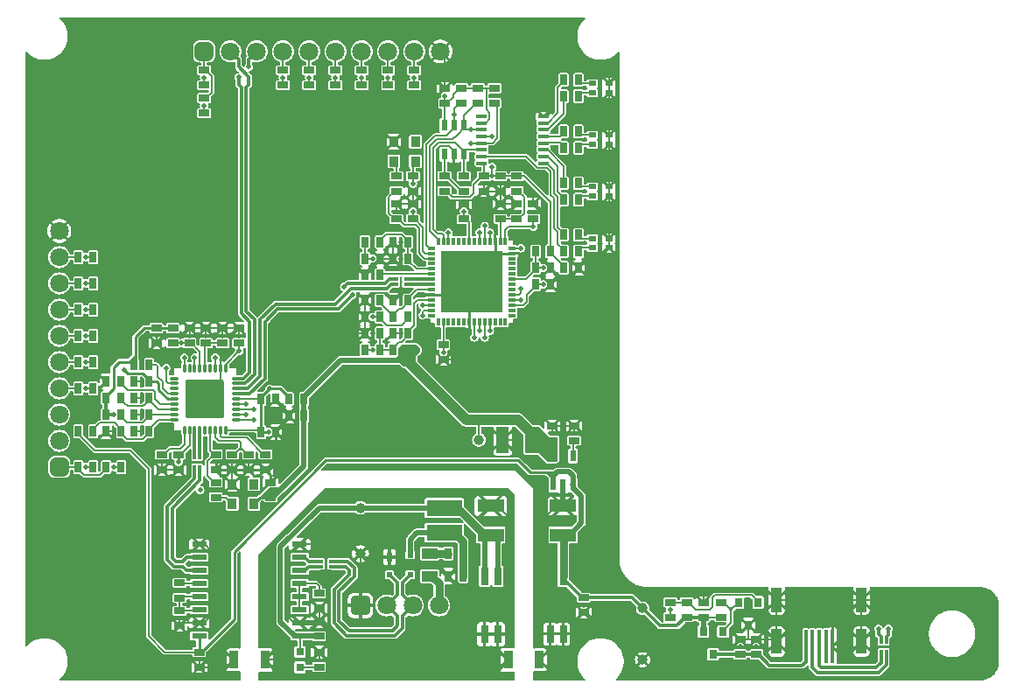
<source format=gbr>
%TF.GenerationSoftware,KiCad,Pcbnew,8.0.2*%
%TF.CreationDate,2024-05-14T20:52:19+07:00*%
%TF.ProjectId,HW.ACIM-DBG,48572e41-4349-44d2-9d44-42472e6b6963,0.0*%
%TF.SameCoordinates,Original*%
%TF.FileFunction,Copper,L1,Top*%
%TF.FilePolarity,Positive*%
%FSLAX46Y46*%
G04 Gerber Fmt 4.6, Leading zero omitted, Abs format (unit mm)*
G04 Created by KiCad (PCBNEW 8.0.2) date 2024-05-14 20:52:19*
%MOMM*%
%LPD*%
G01*
G04 APERTURE LIST*
G04 Aperture macros list*
%AMRoundRect*
0 Rectangle with rounded corners*
0 $1 Rounding radius*
0 $2 $3 $4 $5 $6 $7 $8 $9 X,Y pos of 4 corners*
0 Add a 4 corners polygon primitive as box body*
4,1,4,$2,$3,$4,$5,$6,$7,$8,$9,$2,$3,0*
0 Add four circle primitives for the rounded corners*
1,1,$1+$1,$2,$3*
1,1,$1+$1,$4,$5*
1,1,$1+$1,$6,$7*
1,1,$1+$1,$8,$9*
0 Add four rect primitives between the rounded corners*
20,1,$1+$1,$2,$3,$4,$5,0*
20,1,$1+$1,$4,$5,$6,$7,0*
20,1,$1+$1,$6,$7,$8,$9,0*
20,1,$1+$1,$8,$9,$2,$3,0*%
G04 Aperture macros list end*
%TA.AperFunction,SMDPad,CuDef*%
%ADD10R,0.650000X1.000000*%
%TD*%
%TA.AperFunction,SMDPad,CuDef*%
%ADD11R,1.000000X0.650000*%
%TD*%
%TA.AperFunction,ComponentPad*%
%ADD12RoundRect,0.450000X-0.450000X-0.450000X0.450000X-0.450000X0.450000X0.450000X-0.450000X0.450000X0*%
%TD*%
%TA.AperFunction,ComponentPad*%
%ADD13C,1.800000*%
%TD*%
%TA.AperFunction,SMDPad,CuDef*%
%ADD14R,2.500000X1.300000*%
%TD*%
%TA.AperFunction,SMDPad,CuDef*%
%ADD15C,1.000000*%
%TD*%
%TA.AperFunction,SMDPad,CuDef*%
%ADD16R,0.700000X0.300000*%
%TD*%
%TA.AperFunction,SMDPad,CuDef*%
%ADD17R,0.900000X1.700000*%
%TD*%
%TA.AperFunction,SMDPad,CuDef*%
%ADD18R,0.300000X0.700000*%
%TD*%
%TA.AperFunction,ComponentPad*%
%ADD19RoundRect,0.450000X0.450000X-0.450000X0.450000X0.450000X-0.450000X0.450000X-0.450000X-0.450000X0*%
%TD*%
%TA.AperFunction,SMDPad,CuDef*%
%ADD20R,0.800000X0.500000*%
%TD*%
%TA.AperFunction,SMDPad,CuDef*%
%ADD21R,0.350000X3.250000*%
%TD*%
%TA.AperFunction,ComponentPad*%
%ADD22RoundRect,0.220000X-0.330000X0.980000X-0.330000X-0.980000X0.330000X-0.980000X0.330000X0.980000X0*%
%TD*%
%TA.AperFunction,SMDPad,CuDef*%
%ADD23R,0.800000X0.900000*%
%TD*%
%TA.AperFunction,SMDPad,CuDef*%
%ADD24R,0.600000X1.100000*%
%TD*%
%TA.AperFunction,SMDPad,CuDef*%
%ADD25R,1.450000X0.550000*%
%TD*%
%TA.AperFunction,SMDPad,CuDef*%
%ADD26R,0.800000X0.800000*%
%TD*%
%TA.AperFunction,SMDPad,CuDef*%
%ADD27R,0.900000X1.000000*%
%TD*%
%TA.AperFunction,SMDPad,CuDef*%
%ADD28R,0.600000X0.900000*%
%TD*%
%TA.AperFunction,SMDPad,CuDef*%
%ADD29R,0.600000X0.500000*%
%TD*%
%TA.AperFunction,ComponentPad*%
%ADD30RoundRect,0.250000X0.650000X-0.650000X0.650000X0.650000X-0.650000X0.650000X-0.650000X-0.650000X0*%
%TD*%
%TA.AperFunction,SMDPad,CuDef*%
%ADD31R,1.500000X1.000000*%
%TD*%
%TA.AperFunction,SMDPad,CuDef*%
%ADD32R,6.000000X6.000000*%
%TD*%
%TA.AperFunction,SMDPad,CuDef*%
%ADD33R,0.800000X1.700000*%
%TD*%
%TA.AperFunction,SMDPad,CuDef*%
%ADD34R,1.000000X0.350000*%
%TD*%
%TA.AperFunction,SMDPad,CuDef*%
%ADD35R,3.500000X1.600000*%
%TD*%
%TA.AperFunction,SMDPad,CuDef*%
%ADD36O,0.900000X0.300000*%
%TD*%
%TA.AperFunction,SMDPad,CuDef*%
%ADD37O,0.300000X0.900000*%
%TD*%
%TA.AperFunction,SMDPad,CuDef*%
%ADD38RoundRect,0.185000X1.665000X1.665000X-1.665000X1.665000X-1.665000X-1.665000X1.665000X-1.665000X0*%
%TD*%
%TA.AperFunction,SMDPad,CuDef*%
%ADD39R,1.300000X2.500000*%
%TD*%
%TA.AperFunction,ViaPad*%
%ADD40C,0.480000*%
%TD*%
%TA.AperFunction,Conductor*%
%ADD41C,0.160000*%
%TD*%
%TA.AperFunction,Conductor*%
%ADD42C,0.250000*%
%TD*%
%TA.AperFunction,Conductor*%
%ADD43C,0.500000*%
%TD*%
%TA.AperFunction,Conductor*%
%ADD44C,0.320000*%
%TD*%
%TA.AperFunction,Conductor*%
%ADD45C,0.750000*%
%TD*%
%TA.AperFunction,Conductor*%
%ADD46C,1.000000*%
%TD*%
G04 APERTURE END LIST*
D10*
%TO.P,C43,1,1*%
%TO.N,GND*%
X145700000Y-63050000D03*
%TO.P,C43,2,2*%
%TO.N,Net-(U5-VPLL)*%
X147150000Y-63050000D03*
%TD*%
D11*
%TO.P,R33,1,1*%
%TO.N,/VCP/EECLK*%
X153925000Y-43975000D03*
%TO.P,R33,2,2*%
%TO.N,+3V3*%
X153925000Y-42525000D03*
%TD*%
D12*
%TO.P,J1,1,1*%
%TO.N,/USB HUB/INV_VBUS*%
X127432700Y-38950000D03*
D13*
%TO.P,J1,2,2*%
%TO.N,/USB HUB/USB7_N*%
X129972700Y-38950000D03*
%TO.P,J1,3,3*%
%TO.N,/USB HUB/USB7_P*%
X132512700Y-38950000D03*
%TO.P,J1,4,4*%
%TO.N,/USB HUB/INV_TXD1*%
X135052700Y-38950000D03*
%TO.P,J1,5,5*%
%TO.N,/USB HUB/INV_RXD1*%
X137592700Y-38950000D03*
%TO.P,J1,6,6*%
%TO.N,/USB HUB/INV_TXD2*%
X140132700Y-38950000D03*
%TO.P,J1,7,7*%
%TO.N,/USB HUB/INV_RXD2*%
X142672700Y-38950000D03*
%TO.P,J1,8,8*%
%TO.N,/USB HUB/INV_RTS2*%
X145212700Y-38950000D03*
%TO.P,J1,9,9*%
%TO.N,/USB HUB/INV_CTS2*%
X147752700Y-38950000D03*
%TO.P,J1,10,10*%
%TO.N,GND*%
X150292700Y-38950000D03*
%TD*%
D11*
%TO.P,C4,1,1*%
%TO.N,GND*%
X164174385Y-93275000D03*
%TO.P,C4,2,2*%
%TO.N,+5V*%
X164174385Y-91825000D03*
%TD*%
D10*
%TO.P,C47,1,1*%
%TO.N,GND*%
X163650000Y-59900000D03*
%TO.P,C47,2,2*%
%TO.N,+3V3*%
X162200000Y-59900000D03*
%TD*%
%TO.P,R47,1,1*%
%TO.N,/USB HUB/VCP_VBUS*%
X145700000Y-67850000D03*
%TO.P,R47,2,2*%
%TO.N,+3V3*%
X147150000Y-67850000D03*
%TD*%
D11*
%TO.P,C23,1,1*%
%TO.N,GND*%
X127617000Y-65725200D03*
%TO.P,C23,2,2*%
%TO.N,Net-(U2-CRFILT)*%
X127617000Y-67175200D03*
%TD*%
D10*
%TO.P,C26,1,1*%
%TO.N,GND*%
X120650000Y-70900200D03*
%TO.P,C26,2,2*%
%TO.N,Net-(C26-Pad2)*%
X122100000Y-70900200D03*
%TD*%
D14*
%TO.P,C1,+,+*%
%TO.N,+5V_ISO*%
X155162700Y-85750000D03*
%TO.P,C1,-,-*%
%TO.N,GND_ISO*%
X155162700Y-82950000D03*
%TD*%
D10*
%TO.P,C38,1,1*%
%TO.N,GND*%
X144450000Y-59000000D03*
%TO.P,C38,2,2*%
%TO.N,+3V3*%
X143000000Y-59000000D03*
%TD*%
D11*
%TO.P,R15,1,1*%
%TO.N,/VCP/SYS_CLK*%
X146025000Y-52475000D03*
%TO.P,R15,2,2*%
%TO.N,Net-(U8-CLKO)*%
X146025000Y-51025000D03*
%TD*%
D10*
%TO.P,R6,1,1*%
%TO.N,+5V*%
X115250000Y-75700200D03*
%TO.P,R6,2,2*%
%TO.N,Net-(U2-VBUS_DET)*%
X116700000Y-75700200D03*
%TD*%
%TO.P,R2,1,1*%
%TO.N,Net-(U2-PRTPWR1{slash}BC_EN1)*%
X116700000Y-79180200D03*
%TO.P,R2,2,2*%
%TO.N,/USB HUB/PSU_VBUS*%
X115250000Y-79180200D03*
%TD*%
D11*
%TO.P,R34,1,1*%
%TO.N,/VCP/~{PWREN}*%
X155525000Y-43975000D03*
%TO.P,R34,2,2*%
%TO.N,+3V3*%
X155525000Y-42525000D03*
%TD*%
%TO.P,R26,1,1*%
%TO.N,/USB HUB/INV_TXD2*%
X140132700Y-40775000D03*
%TO.P,R26,2,2*%
%TO.N,Net-(U5-DDBUS1{slash}RXD)*%
X140132700Y-42225000D03*
%TD*%
%TO.P,R48,1,1*%
%TO.N,/USB HUB/PRG_VBUS*%
X174124385Y-92277911D03*
%TO.P,R48,2,2*%
%TO.N,+5V*%
X174124385Y-93727911D03*
%TD*%
D10*
%TO.P,R35,1,1*%
%TO.N,Net-(U7-Q6)*%
X162200000Y-43300000D03*
%TO.P,R35,2,2*%
%TO.N,Net-(D5-RA)*%
X163650000Y-43300000D03*
%TD*%
%TO.P,C48,1,1*%
%TO.N,GND*%
X160950000Y-59900000D03*
%TO.P,C48,2,2*%
%TO.N,Net-(C48-Pad2)*%
X159500000Y-59900000D03*
%TD*%
D11*
%TO.P,C29,1,1*%
%TO.N,GND*%
X130817000Y-65725200D03*
%TO.P,C29,2,2*%
%TO.N,Net-(C28-Pad2)*%
X130817000Y-67175200D03*
%TD*%
%TO.P,C45,1,1*%
%TO.N,GND*%
X157675000Y-53725000D03*
%TO.P,C45,2,2*%
%TO.N,Net-(U5-VREGIN)*%
X157675000Y-55175000D03*
%TD*%
D10*
%TO.P,R42,1,1*%
%TO.N,Net-(U7-Q1)*%
X162200000Y-56700000D03*
%TO.P,R42,2,2*%
%TO.N,Net-(D2-GA)*%
X163650000Y-56700000D03*
%TD*%
%TO.P,R16,1,1*%
%TO.N,/USB HUB/VCP_VBUS*%
X144450000Y-66250000D03*
%TO.P,R16,2,2*%
%TO.N,GND*%
X143000000Y-66250000D03*
%TD*%
D11*
%TO.P,C46,1,1*%
%TO.N,GND*%
X156075000Y-53725000D03*
%TO.P,C46,2,2*%
%TO.N,Net-(U5-VREGIN)*%
X156075000Y-55175000D03*
%TD*%
D15*
%TO.P,TP3,1*%
%TO.N,+5V*%
X169862700Y-92850000D03*
%TD*%
D10*
%TO.P,R41,1,1*%
%TO.N,Net-(U7-Q0)*%
X162200000Y-58300000D03*
%TO.P,R41,2,2*%
%TO.N,Net-(D2-RA)*%
X163650000Y-58300000D03*
%TD*%
D11*
%TO.P,C36,1,1*%
%TO.N,GND*%
X159275000Y-53725000D03*
%TO.P,C36,2,2*%
%TO.N,Net-(U5-VREGOUT)*%
X159275000Y-55175000D03*
%TD*%
D10*
%TO.P,R49,1,1*%
%TO.N,/USB HUB/PSU_VBUS*%
X117950000Y-79180200D03*
%TO.P,R49,2,2*%
%TO.N,+3V3*%
X119400000Y-79180200D03*
%TD*%
D16*
%TO.P,FT6,1,1*%
%TO.N,Net-(U5-DP)*%
X147100000Y-61500000D03*
%TO.P,FT6,2,2*%
%TO.N,/USB HUB/USB4_P*%
X145850000Y-61500000D03*
%TO.P,FT6,3,3*%
%TO.N,/USB HUB/USB4_N*%
X145850000Y-61000000D03*
%TO.P,FT6,4,4*%
%TO.N,Net-(U5-DM)*%
X147100000Y-61000000D03*
%TD*%
D17*
%TO.P,C5,1,1*%
%TO.N,GND_ISO*%
X156862700Y-97850000D03*
%TO.P,C5,2,2*%
%TO.N,GND*%
X159862700Y-97850000D03*
%TD*%
D11*
%TO.P,R12,1,1*%
%TO.N,GND*%
X123362700Y-79425000D03*
%TO.P,R12,2,2*%
%TO.N,Net-(U2-SUSP_IND{slash}LOCAL_PWR{slash}NON_REM0)*%
X123362700Y-77975000D03*
%TD*%
D10*
%TO.P,R40,1,1*%
%TO.N,Net-(U7-Q3)*%
X162200000Y-51700000D03*
%TO.P,R40,2,2*%
%TO.N,Net-(D3-GA)*%
X163650000Y-51700000D03*
%TD*%
D11*
%TO.P,C9,1,1*%
%TO.N,GND*%
X180875100Y-95855100D03*
%TO.P,C9,2,2*%
%TO.N,Net-(J2-VCC)*%
X180875100Y-97305100D03*
%TD*%
%TO.P,R3,1,1*%
%TO.N,+5V*%
X177474385Y-93727911D03*
%TO.P,R3,2,2*%
%TO.N,Net-(Q1-G)*%
X177474385Y-92277911D03*
%TD*%
D10*
%TO.P,C28,1,1*%
%TO.N,GND*%
X134392000Y-72600200D03*
%TO.P,C28,2,2*%
%TO.N,Net-(C28-Pad2)*%
X132942000Y-72600200D03*
%TD*%
D18*
%TO.P,FT11,1,1*%
%TO.N,/USB HUB/USB6_P*%
X192925100Y-97205100D03*
%TO.P,FT11,2,2*%
%TO.N,/USB HUB/USB3_N*%
X192925100Y-95955100D03*
%TO.P,FT11,3,3*%
%TO.N,/USB HUB/USB3_P*%
X193425100Y-95955100D03*
%TO.P,FT11,4,4*%
%TO.N,/USB HUB/USB6_N*%
X193425100Y-97205100D03*
%TD*%
D10*
%TO.P,C41,1,1*%
%TO.N,GND*%
X143000000Y-64650000D03*
%TO.P,C41,2,2*%
%TO.N,+3V3*%
X144450000Y-64650000D03*
%TD*%
%TO.P,R22,1,1*%
%TO.N,Net-(U5-BDBUS3{slash}~{CTS})*%
X116700000Y-61400200D03*
%TO.P,R22,2,2*%
%TO.N,/USB HUB/PSU_RTS2*%
X115250000Y-61400200D03*
%TD*%
D15*
%TO.P,TP4,1*%
%TO.N,+3V3*%
X154012700Y-76550000D03*
%TD*%
D11*
%TO.P,C11,1,1*%
%TO.N,GND*%
X175724385Y-92277911D03*
%TO.P,C11,2,2*%
%TO.N,+5V*%
X175724385Y-93727911D03*
%TD*%
D10*
%TO.P,C3,1,1*%
%TO.N,GND_ISO*%
X151037700Y-89750000D03*
%TO.P,C3,2,2*%
%TO.N,Net-(D1-CH3)*%
X152487700Y-89750000D03*
%TD*%
D19*
%TO.P,J3,1,1*%
%TO.N,/USB HUB/PSU_VBUS*%
X113425000Y-79180200D03*
D13*
%TO.P,J3,2,2*%
%TO.N,/USB HUB/USB5_N*%
X113425000Y-76640200D03*
%TO.P,J3,3,3*%
%TO.N,/USB HUB/USB5_P*%
X113425000Y-74100200D03*
%TO.P,J3,4,4*%
%TO.N,/USB HUB/PSU_TXD1*%
X113425000Y-71560200D03*
%TO.P,J3,5,5*%
%TO.N,/USB HUB/PSU_RXD1*%
X113425000Y-69020200D03*
%TO.P,J3,6,6*%
%TO.N,/USB HUB/PSU_TXD2*%
X113425000Y-66480200D03*
%TO.P,J3,7,7*%
%TO.N,/USB HUB/PSU_RXD2*%
X113425000Y-63940200D03*
%TO.P,J3,8,8*%
%TO.N,/USB HUB/PSU_RTS2*%
X113425000Y-61400200D03*
%TO.P,J3,9,9*%
%TO.N,/USB HUB/PSU_CTS2*%
X113425000Y-58860200D03*
%TO.P,J3,10,10*%
%TO.N,GND*%
X113425000Y-56320200D03*
%TD*%
D10*
%TO.P,R5,1,1*%
%TO.N,+3V3*%
X117950000Y-74100200D03*
%TO.P,R5,2,2*%
%TO.N,Net-(U2-~{RESET})*%
X119400000Y-74100200D03*
%TD*%
D20*
%TO.P,D2,1,GK*%
%TO.N,GND*%
X166575000Y-57050000D03*
%TO.P,D2,2,GA*%
%TO.N,Net-(D2-GA)*%
X164975000Y-57050000D03*
%TO.P,D2,3,RA*%
%TO.N,Net-(D2-RA)*%
X164975000Y-57950000D03*
%TO.P,D2,4,RK*%
%TO.N,GND*%
X166575000Y-57950000D03*
%TD*%
D11*
%TO.P,C50,1,1*%
%TO.N,GND*%
X152575000Y-53725000D03*
%TO.P,C50,2,2*%
%TO.N,Net-(C48-Pad2)*%
X152575000Y-55175000D03*
%TD*%
D21*
%TO.P,J2,1,VCC*%
%TO.N,Net-(J2-VCC)*%
X185625100Y-96580100D03*
%TO.P,J2,2,D-*%
%TO.N,/USB HUB/USB6_N*%
X186275100Y-96580100D03*
%TO.P,J2,3,D+*%
%TO.N,/USB HUB/USB6_P*%
X186925100Y-96580100D03*
%TO.P,J2,4,ID*%
%TO.N,unconnected-(J2-ID-Pad4)*%
X187575100Y-96580100D03*
%TO.P,J2,5,GND*%
%TO.N,GND*%
X188225100Y-96580100D03*
D22*
%TO.P,J2,6,CASE*%
X182825100Y-96075100D03*
%TO.P,J2,7,CASE*%
X182825100Y-92025100D03*
%TO.P,J2,8,CASE*%
X191025100Y-92025100D03*
%TO.P,J2,9,CASE*%
X191025100Y-96075100D03*
%TD*%
D23*
%TO.P,Q2,1,G*%
%TO.N,/USB HUB/PRG_VBUS*%
X181025100Y-92280100D03*
%TO.P,Q2,2,D*%
%TO.N,Net-(Q1-G)*%
X179124385Y-92277911D03*
%TO.P,Q2,3,S*%
%TO.N,GND*%
X180075100Y-94480100D03*
%TD*%
D11*
%TO.P,C51,1,1*%
%TO.N,GND*%
X150725000Y-42525000D03*
%TO.P,C51,2,2*%
%TO.N,+3V3*%
X150725000Y-43975000D03*
%TD*%
%TO.P,C53,1,1*%
%TO.N,GND*%
X163212700Y-75175000D03*
%TO.P,C53,2,2*%
%TO.N,Net-(U1-NC{slash}BP)*%
X163212700Y-76625000D03*
%TD*%
D10*
%TO.P,R13,1,1*%
%TO.N,GND*%
X117950000Y-70900200D03*
%TO.P,R13,2,2*%
%TO.N,Net-(U2-SCL{slash}SMBCLK{slash}CFG_SEL0)*%
X119400000Y-70900200D03*
%TD*%
D11*
%TO.P,C49,1,1*%
%TO.N,GND*%
X150575000Y-68800000D03*
%TO.P,C49,2,2*%
%TO.N,Net-(C48-Pad2)*%
X150575000Y-67350000D03*
%TD*%
%TO.P,R23,1,1*%
%TO.N,/USB HUB/INV_RXD1*%
X137592700Y-40775000D03*
%TO.P,R23,2,2*%
%TO.N,Net-(U5-CDBUS0{slash}TXD)*%
X137592700Y-42225000D03*
%TD*%
D14*
%TO.P,C2,+,+*%
%TO.N,+5V*%
X162162700Y-85750000D03*
%TO.P,C2,-,-*%
%TO.N,GND*%
X162162700Y-82950000D03*
%TD*%
D11*
%TO.P,R28,1,1*%
%TO.N,/USB HUB/INV_RTS2*%
X145225000Y-40775000D03*
%TO.P,R28,2,2*%
%TO.N,Net-(U5-DDBUS3{slash}~{CTS})*%
X145225000Y-42225000D03*
%TD*%
D10*
%TO.P,C31,1,1*%
%TO.N,GND*%
X134392000Y-75800200D03*
%TO.P,C31,2,2*%
%TO.N,Net-(C28-Pad2)*%
X132942000Y-75800200D03*
%TD*%
%TO.P,FT8,1,1*%
%TO.N,+3V3*%
X147150000Y-64650000D03*
%TO.P,FT8,2,2*%
%TO.N,Net-(U5-VPLL)*%
X145700000Y-64650000D03*
%TD*%
D24*
%TO.P,U1,1,VIN*%
%TO.N,+5V*%
X161212700Y-80900000D03*
%TO.P,U1,2,GND*%
%TO.N,GND*%
X162162700Y-80900000D03*
%TO.P,U1,3,EN*%
%TO.N,+5V*%
X163112700Y-80900000D03*
%TO.P,U1,4,NC/BP*%
%TO.N,Net-(U1-NC{slash}BP)*%
X163112700Y-78100000D03*
%TO.P,U1,5,VOUT*%
%TO.N,+3V3*%
X161212700Y-78100000D03*
%TD*%
D11*
%TO.P,R9,1,1*%
%TO.N,Net-(U2-RBIAS)*%
X133362700Y-77975000D03*
%TO.P,R9,2,2*%
%TO.N,GND*%
X133362700Y-79425000D03*
%TD*%
D10*
%TO.P,R7,1,1*%
%TO.N,Net-(U2-VBUS_DET)*%
X119400000Y-75700200D03*
%TO.P,R7,2,2*%
%TO.N,GND*%
X117950000Y-75700200D03*
%TD*%
D11*
%TO.P,C13,1,1*%
%TO.N,GND*%
X125062700Y-94550000D03*
%TO.P,C13,2,2*%
%TO.N,Net-(U3-SPD)*%
X125062700Y-93100000D03*
%TD*%
%TO.P,C33,1,1*%
%TO.N,GND*%
X147625000Y-52475000D03*
%TO.P,C33,2,2*%
%TO.N,+3V3*%
X147625000Y-51025000D03*
%TD*%
D10*
%TO.P,C37,1,1*%
%TO.N,GND*%
X160950000Y-61500000D03*
%TO.P,C37,2,2*%
%TO.N,Net-(U5-VREGOUT)*%
X159500000Y-61500000D03*
%TD*%
%TO.P,R37,1,1*%
%TO.N,Net-(U7-Q4)*%
X162200000Y-48300000D03*
%TO.P,R37,2,2*%
%TO.N,Net-(D4-RA)*%
X163650000Y-48300000D03*
%TD*%
D11*
%TO.P,R46,1,1*%
%TO.N,/USB HUB/INV_VBUS*%
X127432700Y-43475000D03*
%TO.P,R46,2,2*%
%TO.N,+3V3*%
X127432700Y-44925000D03*
%TD*%
D25*
%TO.P,U3,1,VBUS1*%
%TO.N,+5V_ISO*%
X136662700Y-95550000D03*
%TO.P,U3,2,GND1*%
%TO.N,GND_ISO*%
X136662700Y-94280000D03*
%TO.P,U3,3,VDD1*%
%TO.N,Net-(U3-PDEN)*%
X136662700Y-93010000D03*
%TO.P,U3,4,PDEN*%
X136662700Y-91740000D03*
%TO.P,U3,5,SPU*%
X136662700Y-90470000D03*
%TO.P,U3,6,UD-*%
%TO.N,Net-(U3-UD-)*%
X136662700Y-89200000D03*
%TO.P,U3,7,UD+*%
%TO.N,Net-(U3-UD+)*%
X136662700Y-87930000D03*
%TO.P,U3,8,GND1*%
%TO.N,GND_ISO*%
X136662700Y-86660000D03*
%TO.P,U3,9,GND2*%
%TO.N,GND*%
X126962700Y-86660000D03*
%TO.P,U3,10,DD+*%
%TO.N,/USB HUB/USB2_P*%
X126962700Y-87930000D03*
%TO.P,U3,11,DD-*%
%TO.N,/USB HUB/USB2_N*%
X126962700Y-89200000D03*
%TO.P,U3,12,PIN*%
%TO.N,Net-(U3-PIN)*%
X126962700Y-90470000D03*
%TO.P,U3,13,SPD*%
%TO.N,Net-(U3-SPD)*%
X126962700Y-91740000D03*
%TO.P,U3,14,VDD2*%
X126962700Y-93010000D03*
%TO.P,U3,15,GND2*%
%TO.N,GND*%
X126962700Y-94280000D03*
%TO.P,U3,16,VBUS2*%
%TO.N,+5V*%
X126962700Y-95550000D03*
%TD*%
D26*
%TO.P,D6,A,A*%
%TO.N,+5V_ISO*%
X136712700Y-97075000D03*
%TO.P,D6,K,K*%
%TO.N,Net-(D6-PadK)*%
X136712700Y-98575000D03*
%TD*%
D20*
%TO.P,D3,1,GK*%
%TO.N,GND*%
X166575000Y-52050000D03*
%TO.P,D3,2,GA*%
%TO.N,Net-(D3-GA)*%
X164975000Y-52050000D03*
%TO.P,D3,3,RA*%
%TO.N,Net-(D3-RA)*%
X164975000Y-52950000D03*
%TO.P,D3,4,RK*%
%TO.N,GND*%
X166575000Y-52950000D03*
%TD*%
D11*
%TO.P,C30,1,1*%
%TO.N,GND*%
X124962700Y-79425000D03*
%TO.P,C30,2,2*%
%TO.N,Net-(C28-Pad2)*%
X124962700Y-77975000D03*
%TD*%
%TO.P,C15,1,1*%
%TO.N,GND*%
X126962700Y-98550000D03*
%TO.P,C15,2,2*%
%TO.N,+5V*%
X126962700Y-97100000D03*
%TD*%
%TO.P,R30,1,1*%
%TO.N,/VCP/EECS*%
X152325000Y-43975000D03*
%TO.P,R30,2,2*%
%TO.N,+3V3*%
X152325000Y-42525000D03*
%TD*%
D10*
%TO.P,R44,1,1*%
%TO.N,Net-(U2-PRTPWR3{slash}BC_EN3)*%
X143000000Y-67850000D03*
%TO.P,R44,2,2*%
%TO.N,/USB HUB/VCP_VBUS*%
X144450000Y-67850000D03*
%TD*%
%TO.P,C42,1,1*%
%TO.N,GND*%
X143000000Y-63050000D03*
%TO.P,C42,2,2*%
%TO.N,Net-(U5-VPLL)*%
X144450000Y-63050000D03*
%TD*%
D23*
%TO.P,Q1,1,G*%
%TO.N,Net-(Q1-G)*%
X177625100Y-95105100D03*
%TO.P,Q1,2,S*%
%TO.N,+5V*%
X175724385Y-95102911D03*
%TO.P,Q1,3,D*%
%TO.N,Net-(J2-VCC)*%
X176675100Y-97305100D03*
%TD*%
D10*
%TO.P,C39,1,1*%
%TO.N,GND*%
X145700000Y-57400000D03*
%TO.P,C39,2,2*%
%TO.N,Net-(U5-VPHY)*%
X147150000Y-57400000D03*
%TD*%
D11*
%TO.P,C19,1,1*%
%TO.N,GND*%
X133867000Y-80675200D03*
%TO.P,C19,2,2*%
%TO.N,+3V3*%
X133867000Y-82125200D03*
%TD*%
%TO.P,R27,1,1*%
%TO.N,/USB HUB/INV_CTS2*%
X147752700Y-40775000D03*
%TO.P,R27,2,2*%
%TO.N,Net-(U5-DDBUS2{slash}~{RTS})*%
X147752700Y-42225000D03*
%TD*%
D10*
%TO.P,R36,1,1*%
%TO.N,Net-(U7-Q7)*%
X162200000Y-41700000D03*
%TO.P,R36,2,2*%
%TO.N,Net-(D5-GA)*%
X163650000Y-41700000D03*
%TD*%
D15*
%TO.P,TP5,1*%
%TO.N,GND*%
X169862700Y-97850000D03*
%TD*%
D10*
%TO.P,R17,1,1*%
%TO.N,Net-(U5-ADBUS0{slash}TXD)*%
X116700000Y-69020200D03*
%TO.P,R17,2,2*%
%TO.N,/USB HUB/PSU_RXD1*%
X115250000Y-69020200D03*
%TD*%
D11*
%TO.P,C10,1,1*%
%TO.N,GND*%
X179275100Y-95855100D03*
%TO.P,C10,2,2*%
%TO.N,Net-(J2-VCC)*%
X179275100Y-97305100D03*
%TD*%
D10*
%TO.P,FT1,1,1*%
%TO.N,Net-(F1-Pad2)*%
X151037700Y-87550000D03*
%TO.P,FT1,2,2*%
%TO.N,Net-(D1-CH3)*%
X152487700Y-87550000D03*
%TD*%
D27*
%TO.P,U8,1,EN*%
%TO.N,unconnected-(U8-EN-Pad1)*%
X147875000Y-47700000D03*
%TO.P,U8,2,GND*%
%TO.N,GND*%
X145775000Y-47700000D03*
%TO.P,U8,3,CLKO*%
%TO.N,Net-(U8-CLKO)*%
X145775000Y-49600000D03*
%TO.P,U8,4,VDD*%
%TO.N,+3V3*%
X147875000Y-49600000D03*
%TD*%
D20*
%TO.P,D4,1,GK*%
%TO.N,GND*%
X166575000Y-47050000D03*
%TO.P,D4,2,GA*%
%TO.N,Net-(D4-GA)*%
X164975000Y-47050000D03*
%TO.P,D4,3,RA*%
%TO.N,Net-(D4-RA)*%
X164975000Y-47950000D03*
%TO.P,D4,4,RK*%
%TO.N,GND*%
X166575000Y-47950000D03*
%TD*%
D11*
%TO.P,R43,1,1*%
%TO.N,Net-(U2-PRTPWR2{slash}BC_EN2)*%
X172524385Y-93727911D03*
%TO.P,R43,2,2*%
%TO.N,/USB HUB/PRG_VBUS*%
X172524385Y-92277911D03*
%TD*%
D10*
%TO.P,R14,1,1*%
%TO.N,GND*%
X120650000Y-72500200D03*
%TO.P,R14,2,2*%
%TO.N,Net-(U2-HS_IND{slash}CFG_SEL1)*%
X122100000Y-72500200D03*
%TD*%
D18*
%TO.P,FT2,1,1*%
%TO.N,Net-(U2-USBDP_UP)*%
X127017000Y-78075200D03*
%TO.P,FT2,2,2*%
%TO.N,/USB HUB/USB2_P*%
X127017000Y-79325200D03*
%TO.P,FT2,3,3*%
%TO.N,/USB HUB/USB2_N*%
X126517000Y-79325200D03*
%TO.P,FT2,4,4*%
%TO.N,Net-(U2-USBDM_UP)*%
X126517000Y-78075200D03*
%TD*%
D10*
%TO.P,R11,1,1*%
%TO.N,Net-(U2-HS_IND{slash}CFG_SEL1)*%
X119400000Y-72500200D03*
%TO.P,R11,2,2*%
%TO.N,+3V3*%
X117950000Y-72500200D03*
%TD*%
%TO.P,FT7,1,1*%
%TO.N,+3V3*%
X143000000Y-57400000D03*
%TO.P,FT7,2,2*%
%TO.N,Net-(U5-VPHY)*%
X144450000Y-57400000D03*
%TD*%
D27*
%TO.P,U4,1,EN*%
%TO.N,unconnected-(U4-EN-Pad1)*%
X132262700Y-80850000D03*
%TO.P,U4,2,GND*%
%TO.N,GND*%
X130162700Y-80850000D03*
%TO.P,U4,3,CLKO*%
%TO.N,Net-(U4-CLKO)*%
X130162700Y-82750000D03*
%TO.P,U4,4,VDD*%
%TO.N,+3V3*%
X132262700Y-82750000D03*
%TD*%
D10*
%TO.P,R38,1,1*%
%TO.N,Net-(U7-Q5)*%
X162200000Y-46700000D03*
%TO.P,R38,2,2*%
%TO.N,Net-(D4-GA)*%
X163650000Y-46700000D03*
%TD*%
D15*
%TO.P,TP1,1*%
%TO.N,+5V_ISO*%
X142552700Y-83125000D03*
%TD*%
D11*
%TO.P,R32,1,1*%
%TO.N,/VCP/EEDATA*%
X152575000Y-51025000D03*
%TO.P,R32,2,2*%
%TO.N,Net-(U6-DO)*%
X152575000Y-52475000D03*
%TD*%
%TO.P,R4,1,1*%
%TO.N,Net-(U3-PIN)*%
X125062700Y-90400000D03*
%TO.P,R4,2,2*%
%TO.N,Net-(U3-SPD)*%
X125062700Y-91850000D03*
%TD*%
D10*
%TO.P,R29,1,1*%
%TO.N,Net-(U5-REF)*%
X144450000Y-60600000D03*
%TO.P,R29,2,2*%
%TO.N,GND*%
X143000000Y-60600000D03*
%TD*%
%TO.P,R18,1,1*%
%TO.N,Net-(U5-ADBUS1{slash}RXD)*%
X116700000Y-71560200D03*
%TO.P,R18,2,2*%
%TO.N,/USB HUB/PSU_TXD1*%
X115250000Y-71560200D03*
%TD*%
D15*
%TO.P,TP2,1*%
%TO.N,GND_ISO*%
X142552700Y-87575000D03*
%TD*%
D11*
%TO.P,R1,1,1*%
%TO.N,Net-(D6-PadK)*%
X138562700Y-98550000D03*
%TO.P,R1,2,2*%
%TO.N,GND_ISO*%
X138562700Y-97100000D03*
%TD*%
D28*
%TO.P,D1,1,GND*%
%TO.N,GND_ISO*%
X145362700Y-87900000D03*
D29*
%TO.P,D1,2,CH1*%
%TO.N,/USB HUB/USB1_P*%
X145362700Y-89600000D03*
%TO.P,D1,3,CH2*%
%TO.N,/USB HUB/USB1_N*%
X147362700Y-89600000D03*
%TO.P,D1,4,CH3*%
%TO.N,Net-(D1-CH3)*%
X147362700Y-87700000D03*
%TD*%
D30*
%TO.P,J4,1,1*%
%TO.N,GND_ISO*%
X142552700Y-92575000D03*
D13*
%TO.P,J4,2,2*%
%TO.N,/USB HUB/USB1_P*%
X145092700Y-92575000D03*
%TO.P,J4,3,3*%
%TO.N,/USB HUB/USB1_N*%
X147632700Y-92575000D03*
%TO.P,J4,4,4*%
%TO.N,Net-(F1-Pad1)*%
X150172700Y-92575000D03*
%TD*%
D31*
%TO.P,F1,1,1*%
%TO.N,Net-(F1-Pad1)*%
X149262700Y-89750000D03*
%TO.P,F1,2,2*%
%TO.N,Net-(F1-Pad2)*%
X149262700Y-87550000D03*
%TD*%
D17*
%TO.P,C6,1,1*%
%TO.N,GND_ISO*%
X133312700Y-97850000D03*
%TO.P,C6,2,2*%
%TO.N,GND*%
X130312700Y-97850000D03*
%TD*%
D11*
%TO.P,R45,1,1*%
%TO.N,Net-(U2-PRTPWR4{slash}BC_EN4)*%
X127432700Y-42225000D03*
%TO.P,R45,2,2*%
%TO.N,/USB HUB/INV_VBUS*%
X127432700Y-40775000D03*
%TD*%
D16*
%TO.P,U5,1,EECS*%
%TO.N,/VCP/EECS*%
X149425000Y-58000000D03*
%TO.P,U5,2,VCORE*%
%TO.N,Net-(U5-VREGOUT)*%
X149425000Y-58500000D03*
%TO.P,U5,3,OSCI*%
%TO.N,/VCP/SYS_CLK*%
X149425000Y-59000000D03*
%TO.P,U5,4,OSCO*%
%TO.N,unconnected-(U5-OSCO-Pad4)*%
X149425000Y-59500000D03*
%TO.P,U5,5,VPHY*%
%TO.N,Net-(U5-VPHY)*%
X149425000Y-60000000D03*
%TO.P,U5,6,REF*%
%TO.N,Net-(U5-REF)*%
X149425000Y-60500000D03*
%TO.P,U5,7,DM*%
%TO.N,Net-(U5-DM)*%
X149425000Y-61000000D03*
%TO.P,U5,8,DP*%
%TO.N,Net-(U5-DP)*%
X149425000Y-61500000D03*
%TO.P,U5,9,VPLL*%
%TO.N,Net-(U5-VPLL)*%
X149425000Y-62000000D03*
%TO.P,U5,10,TEST*%
%TO.N,GND*%
X149425000Y-62500000D03*
%TO.P,U5,11,~{RESET}*%
%TO.N,/USB HUB/VCP_VBUS*%
X149425000Y-63000000D03*
%TO.P,U5,12,ADBUS0/TXD*%
%TO.N,Net-(U5-ADBUS0{slash}TXD)*%
X149425000Y-63500000D03*
%TO.P,U5,13,ADBUS1/RXD*%
%TO.N,Net-(U5-ADBUS1{slash}RXD)*%
X149425000Y-64000000D03*
%TO.P,U5,14,ADBUS2/~{RTS}*%
%TO.N,unconnected-(U5-ADBUS2{slash}~{RTS}-Pad14)*%
X149425000Y-64500000D03*
D18*
%TO.P,U5,15,ADBUS3/~{CTS}*%
%TO.N,unconnected-(U5-ADBUS3{slash}~{CTS}-Pad15)*%
X150075000Y-65150000D03*
%TO.P,U5,16,VCCIO*%
%TO.N,Net-(C48-Pad2)*%
X150575000Y-65150000D03*
%TO.P,U5,17,ADBUS4/~{DTR}*%
%TO.N,unconnected-(U5-ADBUS4{slash}~{DTR}-Pad17)*%
X151075000Y-65150000D03*
%TO.P,U5,18,ADBUS5/~{DSR}*%
%TO.N,unconnected-(U5-ADBUS5{slash}~{DSR}-Pad18)*%
X151575000Y-65150000D03*
%TO.P,U5,19,ADBUS6/~{DCD}*%
%TO.N,unconnected-(U5-ADBUS6{slash}~{DCD}-Pad19)*%
X152075000Y-65150000D03*
%TO.P,U5,20,ADBUS7/~{RI}/~{TXDEN}*%
%TO.N,unconnected-(U5-ADBUS7{slash}~{RI}{slash}~{TXDEN}-Pad20)*%
X152575000Y-65150000D03*
%TO.P,U5,21,GND*%
%TO.N,GND*%
X153075000Y-65150000D03*
%TO.P,U5,22,BDBUS0/TXD*%
%TO.N,Net-(U5-BDBUS0{slash}TXD)*%
X153575000Y-65150000D03*
%TO.P,U5,23,BDBUS1/RXD*%
%TO.N,Net-(U5-BDBUS1{slash}RXD)*%
X154075000Y-65150000D03*
%TO.P,U5,24,BDBUS2/~{RTS}*%
%TO.N,Net-(U5-BDBUS2{slash}~{RTS})*%
X154575000Y-65150000D03*
%TO.P,U5,25,BDBUS3/~{CTS}*%
%TO.N,Net-(U5-BDBUS3{slash}~{CTS})*%
X155075000Y-65150000D03*
%TO.P,U5,26,BDBUS4/~{DTR}*%
%TO.N,unconnected-(U5-BDBUS4{slash}~{DTR}-Pad26)*%
X155575000Y-65150000D03*
%TO.P,U5,27,BDBUS5/~{DSR}*%
%TO.N,unconnected-(U5-BDBUS5{slash}~{DSR}-Pad27)*%
X156075000Y-65150000D03*
%TO.P,U5,28,BDBUS6/~{DCD}*%
%TO.N,unconnected-(U5-BDBUS6{slash}~{DCD}-Pad28)*%
X156575000Y-65150000D03*
D16*
%TO.P,U5,29,BDBUS7/~{RI}/~{TXDEN}*%
%TO.N,unconnected-(U5-BDBUS7{slash}~{RI}{slash}~{TXDEN}-Pad29)*%
X157225000Y-64500000D03*
%TO.P,U5,30,~{SUSPEND}*%
%TO.N,unconnected-(U5-~{SUSPEND}-Pad30)*%
X157225000Y-64000000D03*
%TO.P,U5,31,VCORE*%
%TO.N,Net-(U5-VREGOUT)*%
X157225000Y-63500000D03*
%TO.P,U5,32,CDBUS0/TXD*%
%TO.N,Net-(U5-CDBUS0{slash}TXD)*%
X157225000Y-63000000D03*
%TO.P,U5,33,CDBUS1/RXD*%
%TO.N,Net-(U5-CDBUS1{slash}RXD)*%
X157225000Y-62500000D03*
%TO.P,U5,34,CDBUS2/~{RTS}*%
%TO.N,unconnected-(U5-CDBUS2{slash}~{RTS}-Pad34)*%
X157225000Y-62000000D03*
%TO.P,U5,35,CDBUS3/~{CTS}*%
%TO.N,unconnected-(U5-CDBUS3{slash}~{CTS}-Pad35)*%
X157225000Y-61500000D03*
%TO.P,U5,36,VCCIO*%
%TO.N,Net-(C48-Pad2)*%
X157225000Y-61000000D03*
%TO.P,U5,37,CDBUS4/~{DTR}*%
%TO.N,unconnected-(U5-CDBUS4{slash}~{DTR}-Pad37)*%
X157225000Y-60500000D03*
%TO.P,U5,38,CDBUS5/~{DSR}*%
%TO.N,unconnected-(U5-CDBUS5{slash}~{DSR}-Pad38)*%
X157225000Y-60000000D03*
%TO.P,U5,39,CDBUS6/~{DCD}*%
%TO.N,unconnected-(U5-CDBUS6{slash}~{DCD}-Pad39)*%
X157225000Y-59500000D03*
%TO.P,U5,40,CDBUS7/~{RI}/~{TXDEN}*%
%TO.N,unconnected-(U5-CDBUS7{slash}~{RI}{slash}~{TXDEN}-Pad40)*%
X157225000Y-59000000D03*
%TO.P,U5,41,GND*%
%TO.N,GND*%
X157225000Y-58500000D03*
%TO.P,U5,42,DDBUS0/TXD*%
%TO.N,Net-(U5-DDBUS0{slash}TXD)*%
X157225000Y-58000000D03*
D18*
%TO.P,U5,43,VREGOUT*%
%TO.N,Net-(U5-VREGOUT)*%
X156575000Y-57350000D03*
%TO.P,U5,44,VREGIN*%
%TO.N,Net-(U5-VREGIN)*%
X156075000Y-57350000D03*
%TO.P,U5,45,GND*%
%TO.N,GND*%
X155575000Y-57350000D03*
%TO.P,U5,46,DDBUS1/RXD*%
%TO.N,Net-(U5-DDBUS1{slash}RXD)*%
X155075000Y-57350000D03*
%TO.P,U5,47,DDBUS2/~{RTS}*%
%TO.N,Net-(U5-DDBUS2{slash}~{RTS})*%
X154575000Y-57350000D03*
%TO.P,U5,48,DDBUS3/~{CTS}*%
%TO.N,Net-(U5-DDBUS3{slash}~{CTS})*%
X154075000Y-57350000D03*
%TO.P,U5,49,DDBUS4/~{DTR}*%
%TO.N,unconnected-(U5-DDBUS4{slash}~{DTR}-Pad49)*%
X153575000Y-57350000D03*
%TO.P,U5,50,VCCIO*%
%TO.N,Net-(C48-Pad2)*%
X153075000Y-57350000D03*
%TO.P,U5,51,DDBUS5/~{DSR}*%
%TO.N,unconnected-(U5-DDBUS5{slash}~{DSR}-Pad51)*%
X152575000Y-57350000D03*
%TO.P,U5,52,DDBUS6/~{DCD}*%
%TO.N,unconnected-(U5-DDBUS6{slash}~{DCD}-Pad52)*%
X152075000Y-57350000D03*
%TO.P,U5,53,DDBUS7/~{RI}/~{TXDEN}*%
%TO.N,unconnected-(U5-DDBUS7{slash}~{RI}{slash}~{TXDEN}-Pad53)*%
X151575000Y-57350000D03*
%TO.P,U5,54,~{PWREN}*%
%TO.N,/VCP/~{PWREN}*%
X151075000Y-57350000D03*
%TO.P,U5,55,EEDATA*%
%TO.N,/VCP/EEDATA*%
X150575000Y-57350000D03*
%TO.P,U5,56,EECLK*%
%TO.N,/VCP/EECLK*%
X150075000Y-57350000D03*
D32*
%TO.P,U5,57,TP*%
%TO.N,GND*%
X153325000Y-61250000D03*
%TD*%
D11*
%TO.P,C44,1,1*%
%TO.N,GND*%
X156075000Y-52475000D03*
%TO.P,C44,2,2*%
%TO.N,+3V3*%
X156075000Y-51025000D03*
%TD*%
D33*
%TO.P,MD1,1,VI-*%
%TO.N,GND_ISO*%
X154552700Y-95350000D03*
%TO.P,MD1,2,VI-*%
X155822700Y-95350000D03*
%TO.P,MD1,6,DC-*%
%TO.N,GND*%
X160902700Y-95350000D03*
%TO.P,MD1,7,DC-*%
X162172700Y-95350000D03*
%TO.P,MD1,8,DC+*%
%TO.N,+5V*%
X162172700Y-89750000D03*
%TO.P,MD1,13,VI+*%
%TO.N,+5V_ISO*%
X155822700Y-89750000D03*
%TO.P,MD1,14,VI+*%
X154552700Y-89750000D03*
%TD*%
D10*
%TO.P,R19,1,1*%
%TO.N,Net-(U5-BDBUS0{slash}TXD)*%
X116700000Y-63940200D03*
%TO.P,R19,2,2*%
%TO.N,/USB HUB/PSU_RXD2*%
X115250000Y-63940200D03*
%TD*%
D34*
%TO.P,U7,1,Q1*%
%TO.N,Net-(U7-Q1)*%
X160275000Y-49775000D03*
%TO.P,U7,2,Q2*%
%TO.N,Net-(U7-Q2)*%
X160275000Y-49125000D03*
%TO.P,U7,3,Q3*%
%TO.N,Net-(U7-Q3)*%
X160275000Y-48475000D03*
%TO.P,U7,4,Q4*%
%TO.N,Net-(U7-Q4)*%
X160275000Y-47825000D03*
%TO.P,U7,5,Q5*%
%TO.N,Net-(U7-Q5)*%
X160275000Y-47175000D03*
%TO.P,U7,6,Q6*%
%TO.N,Net-(U7-Q6)*%
X160275000Y-46525000D03*
%TO.P,U7,7,Q7*%
%TO.N,Net-(U7-Q7)*%
X160275000Y-45875000D03*
%TO.P,U7,8,GND*%
%TO.N,GND*%
X160275000Y-45225000D03*
%TO.P,U7,9,Q7S*%
%TO.N,unconnected-(U7-Q7S-Pad9)*%
X154275000Y-45225000D03*
%TO.P,U7,10,~{MR}*%
%TO.N,+3V3*%
X154275000Y-45875000D03*
%TO.P,U7,11,SHCP*%
%TO.N,/VCP/EECLK*%
X154275000Y-46525000D03*
%TO.P,U7,12,STCP*%
%TO.N,/VCP/EECS*%
X154275000Y-47175000D03*
%TO.P,U7,13,~{OE}*%
%TO.N,/VCP/~{PWREN}*%
X154275000Y-47825000D03*
%TO.P,U7,14,DS*%
%TO.N,/VCP/EEDATA*%
X154275000Y-48475000D03*
%TO.P,U7,15,Q0*%
%TO.N,Net-(U7-Q0)*%
X154275000Y-49125000D03*
%TO.P,U7,16,VCC*%
%TO.N,+3V3*%
X154275000Y-49775000D03*
%TD*%
D11*
%TO.P,C8,1,1*%
%TO.N,GND*%
X161112700Y-75175000D03*
%TO.P,C8,2,2*%
%TO.N,+3V3*%
X161112700Y-76625000D03*
%TD*%
%TO.P,C16,1,1*%
%TO.N,GND_ISO*%
X138562700Y-92850000D03*
%TO.P,C16,2,2*%
%TO.N,Net-(U3-PDEN)*%
X138562700Y-91400000D03*
%TD*%
%TO.P,R24,1,1*%
%TO.N,/USB HUB/INV_TXD1*%
X135052700Y-40775000D03*
%TO.P,R24,2,2*%
%TO.N,Net-(U5-CDBUS1{slash}RXD)*%
X135052700Y-42225000D03*
%TD*%
%TO.P,C18,1,1*%
%TO.N,GND*%
X128562700Y-79425000D03*
%TO.P,C18,2,2*%
%TO.N,/USB HUB/SYS_CLK*%
X128562700Y-77975000D03*
%TD*%
D10*
%TO.P,C14,1,1*%
%TO.N,GND*%
X120650000Y-75700200D03*
%TO.P,C14,2,2*%
%TO.N,Net-(U2-VBUS_DET)*%
X122100000Y-75700200D03*
%TD*%
%TO.P,C34,1,1*%
%TO.N,GND*%
X145700000Y-66250000D03*
%TO.P,C34,2,2*%
%TO.N,/USB HUB/VCP_VBUS*%
X147150000Y-66250000D03*
%TD*%
D24*
%TO.P,U6,1,DO*%
%TO.N,Net-(U6-DO)*%
X150675000Y-48900000D03*
%TO.P,U6,2,VSS*%
%TO.N,GND*%
X151625000Y-48900000D03*
%TO.P,U6,3,DI*%
%TO.N,/VCP/EEDATA*%
X152575000Y-48900000D03*
%TO.P,U6,4,CLK*%
%TO.N,/VCP/EECLK*%
X152575000Y-46100000D03*
%TO.P,U6,5,CS*%
%TO.N,/VCP/EECS*%
X151625000Y-46100000D03*
%TO.P,U6,6,VCC*%
%TO.N,+3V3*%
X150675000Y-46100000D03*
%TD*%
D11*
%TO.P,FT4,1,1*%
%TO.N,+3V3*%
X124417000Y-65725200D03*
%TO.P,FT4,2,2*%
%TO.N,Net-(C26-Pad2)*%
X124417000Y-67175200D03*
%TD*%
%TO.P,C12,1,1*%
%TO.N,GND_ISO*%
X138562700Y-94100000D03*
%TO.P,C12,2,2*%
%TO.N,+5V_ISO*%
X138562700Y-95550000D03*
%TD*%
D20*
%TO.P,D5,1,GK*%
%TO.N,GND*%
X166575000Y-42050000D03*
%TO.P,D5,2,GA*%
%TO.N,Net-(D5-GA)*%
X164975000Y-42050000D03*
%TO.P,D5,3,RA*%
%TO.N,Net-(D5-RA)*%
X164975000Y-42950000D03*
%TO.P,D5,4,RK*%
%TO.N,GND*%
X166575000Y-42950000D03*
%TD*%
D11*
%TO.P,C24,1,1*%
%TO.N,GND*%
X122817000Y-67175200D03*
%TO.P,C24,2,2*%
%TO.N,+3V3*%
X122817000Y-65725200D03*
%TD*%
%TO.P,R8,1,1*%
%TO.N,/USB HUB/SYS_CLK*%
X128562700Y-80675000D03*
%TO.P,R8,2,2*%
%TO.N,Net-(U4-CLKO)*%
X128562700Y-82125000D03*
%TD*%
D10*
%TO.P,R21,1,1*%
%TO.N,Net-(U5-BDBUS2{slash}~{RTS})*%
X116700000Y-58860200D03*
%TO.P,R21,2,2*%
%TO.N,/USB HUB/PSU_CTS2*%
X115250000Y-58860200D03*
%TD*%
%TO.P,R10,1,1*%
%TO.N,Net-(U2-SDA{slash}SMBDATA{slash}NON_REM1)*%
X122100000Y-69300200D03*
%TO.P,R10,2,2*%
%TO.N,+3V3*%
X120650000Y-69300200D03*
%TD*%
%TO.P,C25,1,1*%
%TO.N,GND*%
X135642000Y-74200200D03*
%TO.P,C25,2,2*%
%TO.N,+3V3*%
X137092000Y-74200200D03*
%TD*%
%TO.P,FT10,1,1*%
%TO.N,+3V3*%
X160950000Y-58300000D03*
%TO.P,FT10,2,2*%
%TO.N,Net-(C48-Pad2)*%
X159500000Y-58300000D03*
%TD*%
D35*
%TO.P,L1,1,1*%
%TO.N,Net-(D1-CH3)*%
X150662700Y-85550000D03*
%TO.P,L1,2,2*%
%TO.N,+5V_ISO*%
X150662700Y-83150000D03*
%TD*%
D11*
%TO.P,R25,1,1*%
%TO.N,/USB HUB/INV_RXD2*%
X142672700Y-40775000D03*
%TO.P,R25,2,2*%
%TO.N,Net-(U5-DDBUS0{slash}TXD)*%
X142672700Y-42225000D03*
%TD*%
D16*
%TO.P,FT3,1,1*%
%TO.N,Net-(U3-UD+)*%
X138577700Y-88315000D03*
%TO.P,FT3,2,2*%
%TO.N,/USB HUB/USB1_P*%
X139827700Y-88315000D03*
%TO.P,FT3,3,3*%
%TO.N,/USB HUB/USB1_N*%
X139827700Y-88815000D03*
%TO.P,FT3,4,4*%
%TO.N,Net-(U3-UD-)*%
X138577700Y-88815000D03*
%TD*%
D11*
%TO.P,C35,1,1*%
%TO.N,GND*%
X147625000Y-53725000D03*
%TO.P,C35,2,2*%
%TO.N,Net-(U5-VREGOUT)*%
X147625000Y-55175000D03*
%TD*%
D10*
%TO.P,C40,1,1*%
%TO.N,GND*%
X145700000Y-59000000D03*
%TO.P,C40,2,2*%
%TO.N,Net-(U5-VPHY)*%
X147150000Y-59000000D03*
%TD*%
%TO.P,R20,1,1*%
%TO.N,Net-(U5-BDBUS1{slash}RXD)*%
X116700000Y-66480200D03*
%TO.P,R20,2,2*%
%TO.N,/USB HUB/PSU_TXD2*%
X115250000Y-66480200D03*
%TD*%
D11*
%TO.P,C21,1,1*%
%TO.N,GND*%
X131762700Y-79425000D03*
%TO.P,C21,2,2*%
%TO.N,Net-(U2-PLLFILT)*%
X131762700Y-77975000D03*
%TD*%
D10*
%TO.P,C17,1,1*%
%TO.N,GND*%
X120650000Y-74100200D03*
%TO.P,C17,2,2*%
%TO.N,Net-(U2-~{RESET})*%
X122100000Y-74100200D03*
%TD*%
D11*
%TO.P,FT9,1,1*%
%TO.N,+3V3*%
X157675000Y-51025000D03*
%TO.P,FT9,2,2*%
%TO.N,Net-(U5-VREGIN)*%
X157675000Y-52475000D03*
%TD*%
%TO.P,C32,1,1*%
%TO.N,GND*%
X146025000Y-53725000D03*
%TO.P,C32,2,2*%
%TO.N,/VCP/SYS_CLK*%
X146025000Y-55175000D03*
%TD*%
%TO.P,C22,1,1*%
%TO.N,GND*%
X129217000Y-65725200D03*
%TO.P,C22,2,2*%
%TO.N,Net-(U2-CRFILT)*%
X129217000Y-67175200D03*
%TD*%
%TO.P,C20,1,1*%
%TO.N,GND*%
X130162700Y-79425000D03*
%TO.P,C20,2,2*%
%TO.N,Net-(U2-PLLFILT)*%
X130162700Y-77975000D03*
%TD*%
D10*
%TO.P,R39,1,1*%
%TO.N,Net-(U7-Q2)*%
X162200000Y-53300000D03*
%TO.P,R39,2,2*%
%TO.N,Net-(D3-RA)*%
X163650000Y-53300000D03*
%TD*%
D11*
%TO.P,C27,1,1*%
%TO.N,GND*%
X126017000Y-65725200D03*
%TO.P,C27,2,2*%
%TO.N,Net-(C26-Pad2)*%
X126017000Y-67175200D03*
%TD*%
D36*
%TO.P,U2,1,USBDM_DN1*%
%TO.N,/USB HUB/USB5_N*%
X130517000Y-74600200D03*
%TO.P,U2,2,USBDP_DN1*%
%TO.N,/USB HUB/USB5_P*%
X130517000Y-74100200D03*
%TO.P,U2,3,USBDM_DN2*%
%TO.N,/USB HUB/USB3_N*%
X130517000Y-73600200D03*
%TO.P,U2,4,USBDP_DN2*%
%TO.N,/USB HUB/USB3_P*%
X130517000Y-73100200D03*
%TO.P,U2,5,VDDA33*%
%TO.N,Net-(C28-Pad2)*%
X130517000Y-72600200D03*
%TO.P,U2,6,USBDM_DN3*%
%TO.N,/USB HUB/USB4_N*%
X130517000Y-72100200D03*
%TO.P,U2,7,USBDP_DN3*%
%TO.N,/USB HUB/USB4_P*%
X130517000Y-71600200D03*
%TO.P,U2,8,USBDM_DN4*%
%TO.N,/USB HUB/USB7_N*%
X130517000Y-71100200D03*
%TO.P,U2,9,USBDP_DN4*%
%TO.N,/USB HUB/USB7_P*%
X130517000Y-70600200D03*
D37*
%TO.P,U2,10,VDDA33*%
%TO.N,Net-(C28-Pad2)*%
X129517000Y-69600200D03*
%TO.P,U2,11,TEST*%
%TO.N,GND*%
X129017000Y-69600200D03*
%TO.P,U2,12,PRTPWR1/BC_EN1*%
%TO.N,Net-(U2-PRTPWR1{slash}BC_EN1)*%
X128517000Y-69600200D03*
%TO.P,U2,13,~{OCS1}*%
%TO.N,unconnected-(U2-~{OCS1}-Pad13)*%
X128017000Y-69600200D03*
%TO.P,U2,14,CRFILT*%
%TO.N,Net-(U2-CRFILT)*%
X127517000Y-69600200D03*
%TO.P,U2,15,VDD33*%
%TO.N,Net-(C26-Pad2)*%
X127017000Y-69600200D03*
%TO.P,U2,16,PRTPWR2/BC_EN2*%
%TO.N,Net-(U2-PRTPWR2{slash}BC_EN2)*%
X126517000Y-69600200D03*
%TO.P,U2,17,~{OCS2}*%
%TO.N,unconnected-(U2-~{OCS2}-Pad17)*%
X126017000Y-69600200D03*
%TO.P,U2,18,PRTPWR3/BC_EN3*%
%TO.N,Net-(U2-PRTPWR3{slash}BC_EN3)*%
X125517000Y-69600200D03*
D36*
%TO.P,U2,19,~{OCS3}*%
%TO.N,unconnected-(U2-~{OCS3}-Pad19)*%
X124517000Y-70600200D03*
%TO.P,U2,20,PRTPWR4/BC_EN4*%
%TO.N,Net-(U2-PRTPWR4{slash}BC_EN4)*%
X124517000Y-71100200D03*
%TO.P,U2,21,~{OCS4}*%
%TO.N,unconnected-(U2-~{OCS4}-Pad21)*%
X124517000Y-71600200D03*
%TO.P,U2,22,SDA/SMBDATA/NON_REM1*%
%TO.N,Net-(U2-SDA{slash}SMBDATA{slash}NON_REM1)*%
X124517000Y-72100200D03*
%TO.P,U2,23,VDD33*%
%TO.N,Net-(C26-Pad2)*%
X124517000Y-72600200D03*
%TO.P,U2,24,SCL/SMBCLK/CFG_SEL0*%
%TO.N,Net-(U2-SCL{slash}SMBCLK{slash}CFG_SEL0)*%
X124517000Y-73100200D03*
%TO.P,U2,25,HS_IND/CFG_SEL1*%
%TO.N,Net-(U2-HS_IND{slash}CFG_SEL1)*%
X124517000Y-73600200D03*
%TO.P,U2,26,~{RESET}*%
%TO.N,Net-(U2-~{RESET})*%
X124517000Y-74100200D03*
%TO.P,U2,27,VBUS_DET*%
%TO.N,Net-(U2-VBUS_DET)*%
X124517000Y-74600200D03*
D37*
%TO.P,U2,28,SUSP_IND/LOCAL_PWR/NON_REM0*%
%TO.N,Net-(U2-SUSP_IND{slash}LOCAL_PWR{slash}NON_REM0)*%
X125517000Y-75600200D03*
%TO.P,U2,29,VDDA33*%
%TO.N,Net-(C28-Pad2)*%
X126017000Y-75600200D03*
%TO.P,U2,30,USBDM_UP*%
%TO.N,Net-(U2-USBDM_UP)*%
X126517000Y-75600200D03*
%TO.P,U2,31,USBDP_UP*%
%TO.N,Net-(U2-USBDP_UP)*%
X127017000Y-75600200D03*
%TO.P,U2,32,XTALOUT*%
%TO.N,unconnected-(U2-XTALOUT-Pad32)*%
X127517000Y-75600200D03*
%TO.P,U2,33,XTALIN/CLKIN*%
%TO.N,/USB HUB/SYS_CLK*%
X128017000Y-75600200D03*
%TO.P,U2,34,PLLFILT*%
%TO.N,Net-(U2-PLLFILT)*%
X128517000Y-75600200D03*
%TO.P,U2,35,RBIAS*%
%TO.N,Net-(U2-RBIAS)*%
X129017000Y-75600200D03*
%TO.P,U2,36,VDDA33*%
%TO.N,Net-(C28-Pad2)*%
X129517000Y-75600200D03*
D38*
%TO.P,U2,37,VSS*%
%TO.N,GND*%
X127517000Y-72600200D03*
%TD*%
D10*
%TO.P,FT5,1,1*%
%TO.N,+3V3*%
X137092000Y-72600200D03*
%TO.P,FT5,2,2*%
%TO.N,Net-(C28-Pad2)*%
X135642000Y-72600200D03*
%TD*%
D39*
%TO.P,C7,+,+*%
%TO.N,+3V3*%
X159112700Y-76550000D03*
%TO.P,C7,-,-*%
%TO.N,GND*%
X156312700Y-76550000D03*
%TD*%
D11*
%TO.P,C52,1,1*%
%TO.N,GND*%
X154475000Y-52475000D03*
%TO.P,C52,2,2*%
%TO.N,+3V3*%
X154475000Y-51025000D03*
%TD*%
%TO.P,R31,1,1*%
%TO.N,Net-(U6-DO)*%
X150675000Y-51025000D03*
%TO.P,R31,2,2*%
%TO.N,+3V3*%
X150675000Y-52475000D03*
%TD*%
D40*
%TO.N,GND*%
X123067000Y-82450200D03*
X120562700Y-41150000D03*
X131762700Y-78700000D03*
X110562700Y-94450000D03*
X153574385Y-79150000D03*
X134762700Y-64550000D03*
X115562700Y-39450000D03*
X131574385Y-85150000D03*
X186087500Y-99412500D03*
X143725000Y-66250000D03*
X176087500Y-99412500D03*
X155325000Y-59250000D03*
X133574385Y-83150000D03*
X160562700Y-41150000D03*
X151325000Y-61250000D03*
X129574385Y-93150000D03*
X159774385Y-90850000D03*
X142162700Y-75150000D03*
X186887500Y-92912500D03*
X160562700Y-36150000D03*
X156075000Y-51750000D03*
X125562700Y-56150000D03*
X110562700Y-69450000D03*
X110562700Y-84450000D03*
X150562700Y-36150000D03*
X135562700Y-46150000D03*
X115562700Y-54450000D03*
X199787500Y-91212500D03*
X121375000Y-75700200D03*
X155325000Y-61250000D03*
X146425000Y-62550000D03*
X157562700Y-75650000D03*
X110562700Y-59450000D03*
X146425000Y-59000000D03*
X129217000Y-66450200D03*
X125562700Y-46150000D03*
X146525000Y-46100000D03*
X140562700Y-36150000D03*
X135562700Y-36150000D03*
X155562700Y-36150000D03*
X203862700Y-92750000D03*
X162162700Y-70150000D03*
X125062700Y-95450000D03*
X126017000Y-66450200D03*
X126067000Y-82650200D03*
X120562700Y-61150000D03*
X163602700Y-95350000D03*
X120562700Y-65650000D03*
X120562700Y-56150000D03*
X126067000Y-74050200D03*
X115562700Y-44450000D03*
X130425000Y-46600000D03*
X139862700Y-62750000D03*
X156875000Y-54500000D03*
X141425000Y-41500000D03*
X123067000Y-86450200D03*
X128967000Y-74050200D03*
X130162700Y-78700000D03*
X121375000Y-72500200D03*
X130562700Y-36150000D03*
X167162700Y-50150000D03*
X162162700Y-55150000D03*
X155325000Y-63250000D03*
X130425000Y-62600000D03*
X120562700Y-51150000D03*
X161502700Y-96850000D03*
X133962700Y-66650000D03*
X194087500Y-98412500D03*
X195787500Y-99412500D03*
X110562700Y-74450000D03*
X146025000Y-54450000D03*
X135562700Y-71150000D03*
X167162700Y-70150000D03*
X159774385Y-86550000D03*
X153275000Y-59250000D03*
X145562700Y-36150000D03*
X125562700Y-61750000D03*
X127517000Y-72600200D03*
X124012700Y-94550000D03*
X132562700Y-64350000D03*
X115562700Y-36150000D03*
X140562700Y-56150000D03*
X203887500Y-95312500D03*
X121962700Y-99450000D03*
X128562700Y-78700000D03*
X151325000Y-63250000D03*
X164174385Y-92550000D03*
X159774385Y-82950000D03*
X132425000Y-58600000D03*
X121375000Y-74100200D03*
X167162700Y-40150000D03*
X202362700Y-99350000D03*
X110562700Y-89450000D03*
X143925000Y-41500000D03*
X132425000Y-48600000D03*
X150725000Y-41150000D03*
X152162700Y-70150000D03*
X157962700Y-45150000D03*
X126962700Y-97825000D03*
X140562700Y-64550000D03*
X146025000Y-56050000D03*
X195787500Y-91212500D03*
X125562700Y-36150000D03*
X154475000Y-51750000D03*
X135562700Y-62750000D03*
X125067000Y-85650200D03*
X199787500Y-99412500D03*
X130425000Y-50600000D03*
X116962700Y-99450000D03*
X130425000Y-58600000D03*
X179275100Y-96580100D03*
X151325000Y-59300000D03*
X167162700Y-45150000D03*
X147975000Y-59000000D03*
X124067000Y-89450200D03*
X162162700Y-75175000D03*
X195787500Y-95312500D03*
X157574385Y-79150000D03*
X130312700Y-99450000D03*
X123067000Y-88450200D03*
X147162700Y-75150000D03*
X157562700Y-76550000D03*
X135562700Y-56150000D03*
X128967000Y-71150200D03*
X129574385Y-90150000D03*
X193287500Y-99412500D03*
X146425000Y-66250000D03*
X126067000Y-72600200D03*
X162174385Y-84350000D03*
X175624385Y-91077911D03*
X130425000Y-64600000D03*
X132425000Y-44600000D03*
X116962700Y-94450000D03*
X127617000Y-66450200D03*
X130817000Y-68850200D03*
X159802700Y-95350000D03*
X123067000Y-84450200D03*
X140562700Y-46150000D03*
X110562700Y-64450000D03*
X167162700Y-85150000D03*
X129574385Y-87150000D03*
X128967000Y-72600200D03*
X146525000Y-41500000D03*
X125062700Y-93825000D03*
X157562700Y-77450000D03*
X127517000Y-71150200D03*
X151625000Y-50300000D03*
X116962700Y-89450000D03*
X167162700Y-90150000D03*
X135562700Y-76150000D03*
X125067000Y-89450200D03*
X132425000Y-52600000D03*
X162162700Y-65150000D03*
X202362700Y-91250000D03*
X194087500Y-96612500D03*
X115562700Y-49450000D03*
X126067000Y-71150200D03*
X140562700Y-51150000D03*
X146425000Y-57400000D03*
X122817000Y-66450200D03*
X203862700Y-97950000D03*
X130425000Y-42700000D03*
X153325000Y-63250000D03*
X132462700Y-41450000D03*
X167162700Y-65150000D03*
X153325000Y-49125000D03*
X132425000Y-61600000D03*
X148575000Y-62500000D03*
X125562700Y-51150000D03*
X157162700Y-70150000D03*
X128067000Y-88600200D03*
X110562700Y-79450000D03*
X180875100Y-96580100D03*
X116962700Y-84450000D03*
X118675000Y-75700200D03*
X167162700Y-60150000D03*
X161087500Y-99412500D03*
X110562700Y-44450000D03*
X110562700Y-54450000D03*
X125562700Y-41150000D03*
X130425000Y-54600000D03*
X142162700Y-70150000D03*
X139574385Y-79150000D03*
X163212700Y-75900000D03*
X124962700Y-80425000D03*
X167162700Y-80150000D03*
X110562700Y-49450000D03*
X149574385Y-79150000D03*
X135562700Y-51150000D03*
X126962700Y-99450000D03*
X137562700Y-64550000D03*
X125967000Y-78700200D03*
X120562700Y-36150000D03*
X132425000Y-55600000D03*
X125067000Y-83650200D03*
X155562700Y-41150000D03*
X167162700Y-75150000D03*
X125067000Y-87650200D03*
X130817000Y-66450200D03*
X181087500Y-99412500D03*
X121375000Y-70900200D03*
X171256350Y-99243650D03*
X167162700Y-55150000D03*
X143574385Y-79150000D03*
X157975000Y-50150000D03*
X153325000Y-61250000D03*
X120562700Y-46150000D03*
X123362700Y-78700000D03*
X161112700Y-75900000D03*
X115562700Y-74450000D03*
X170924385Y-92277911D03*
X127517000Y-74050200D03*
X174174385Y-94850000D03*
%TO.N,+3V3*%
X150725000Y-43250000D03*
X143725000Y-59000000D03*
X134767000Y-81400200D03*
X148050000Y-67850000D03*
X118675000Y-79180200D03*
X143725000Y-64650000D03*
X127067000Y-81400200D03*
X155275000Y-50150000D03*
X147150000Y-68800000D03*
X118675000Y-74100200D03*
X133867000Y-81400200D03*
X146425000Y-67850000D03*
X147625000Y-51750000D03*
X127432700Y-44200000D03*
X155275000Y-51025000D03*
%TO.N,Net-(C26-Pad2)*%
X125225000Y-67175200D03*
X119750000Y-69800200D03*
%TO.N,Net-(C28-Pad2)*%
X124962700Y-78700000D03*
X130817000Y-67950200D03*
X133667000Y-75800200D03*
X133767000Y-71600200D03*
%TO.N,Net-(U5-VREGOUT)*%
X160225000Y-61500000D03*
X159275000Y-55925000D03*
X147625000Y-54450000D03*
%TO.N,Net-(C48-Pad2)*%
X152575000Y-54450000D03*
X160225000Y-59900000D03*
X150575000Y-68075000D03*
%TO.N,/USB HUB/USB7_P*%
X130762700Y-41450000D03*
X131762700Y-40450000D03*
%TO.N,Net-(U5-ADBUS0{slash}TXD)*%
X115975000Y-69020200D03*
X148575000Y-63500000D03*
%TO.N,Net-(U5-ADBUS1{slash}RXD)*%
X148575000Y-64500000D03*
X115975000Y-71560200D03*
%TO.N,Net-(U5-BDBUS0{slash}TXD)*%
X153575000Y-66650000D03*
X115975000Y-63940200D03*
%TO.N,Net-(U5-BDBUS1{slash}RXD)*%
X154075000Y-66000000D03*
X115975000Y-66480200D03*
%TO.N,Net-(U5-BDBUS2{slash}~{RTS})*%
X115975000Y-58860200D03*
X154575000Y-66650000D03*
%TO.N,Net-(U5-BDBUS3{slash}~{CTS})*%
X155075000Y-66000000D03*
X115975000Y-61400200D03*
%TO.N,Net-(U5-CDBUS0{slash}TXD)*%
X158075000Y-63000000D03*
X137592700Y-41500000D03*
%TO.N,Net-(U5-CDBUS1{slash}RXD)*%
X158075000Y-61950000D03*
X135052700Y-41500000D03*
%TO.N,Net-(U5-DDBUS0{slash}TXD)*%
X158075000Y-58000000D03*
X142672700Y-41500000D03*
%TO.N,Net-(U5-DDBUS1{slash}RXD)*%
X140132700Y-41500000D03*
X155075000Y-56500000D03*
%TO.N,Net-(U5-DDBUS2{slash}~{RTS})*%
X154575000Y-55850000D03*
X147752700Y-41500000D03*
%TO.N,Net-(U5-DDBUS3{slash}~{CTS})*%
X145225000Y-41500000D03*
X154075000Y-56500000D03*
%TO.N,/VCP/EECS*%
X155275000Y-47175000D03*
X151625000Y-45100000D03*
%TO.N,/VCP/EECLK*%
X153275000Y-46525000D03*
%TO.N,/VCP/~{PWREN}*%
X151075000Y-56500000D03*
X153275000Y-47825000D03*
%TO.N,/USB HUB/USB4_N*%
X140975000Y-61750000D03*
X141775000Y-62550000D03*
%TO.N,/USB HUB/USB3_P*%
X131517000Y-73100200D03*
X193625100Y-94830100D03*
%TO.N,/USB HUB/USB3_N*%
X132267000Y-73600200D03*
X192675100Y-94830100D03*
%TO.N,/USB HUB/USB5_N*%
X132267000Y-74600200D03*
%TO.N,/USB HUB/USB5_P*%
X131517000Y-74100200D03*
%TO.N,Net-(U2-PRTPWR1{slash}BC_EN1)*%
X128517000Y-68600200D03*
X115975000Y-79180200D03*
%TO.N,Net-(U2-PRTPWR2{slash}BC_EN2)*%
X172524385Y-93002911D03*
X126517000Y-68600200D03*
%TO.N,Net-(U2-PRTPWR3{slash}BC_EN3)*%
X143725000Y-67850000D03*
X125517000Y-68600200D03*
%TO.N,Net-(U2-PRTPWR4{slash}BC_EN4)*%
X123767000Y-69600200D03*
X127432700Y-41500000D03*
%TD*%
D41*
%TO.N,GND*%
X153075000Y-66525000D02*
X150800000Y-68800000D01*
X152075000Y-62500000D02*
X153325000Y-61250000D01*
X142435000Y-56790000D02*
X143675000Y-55550000D01*
X155575000Y-59000000D02*
X155325000Y-59250000D01*
X120650000Y-70900200D02*
X121350000Y-70900200D01*
X149425000Y-62500000D02*
X150125000Y-62500000D01*
X164387700Y-93275000D02*
X164174385Y-93275000D01*
X162162700Y-75175000D02*
X161112700Y-75175000D01*
X175724385Y-91280100D02*
X169092800Y-91280100D01*
X163387700Y-75175000D02*
X163212700Y-75175000D01*
X161475000Y-40350000D02*
X161875000Y-40350000D01*
X160950000Y-61500000D02*
X160950000Y-61325000D01*
X160600000Y-45225000D02*
X161305000Y-44520000D01*
D42*
X150125000Y-62500000D02*
X152075000Y-62500000D01*
D41*
X148225000Y-48650000D02*
X148575000Y-49000000D01*
X175724385Y-91177911D02*
X175724385Y-91280100D01*
X131162700Y-81850000D02*
X131162700Y-83600000D01*
X155575000Y-55850000D02*
X155325000Y-55600000D01*
X158275000Y-58500000D02*
X157225000Y-58500000D01*
X145375000Y-56050000D02*
X146025000Y-56050000D01*
X117950000Y-70900200D02*
X117950000Y-71050200D01*
X150725000Y-42525000D02*
X150725000Y-41150000D01*
X194245000Y-99755000D02*
X194627700Y-99372300D01*
X155900000Y-53725000D02*
X156075000Y-53725000D01*
X174307700Y-99247000D02*
X174815700Y-99755000D01*
X128567000Y-87754300D02*
X128567000Y-93145700D01*
X163212700Y-75175000D02*
X163212700Y-75900000D01*
X158675000Y-57375000D02*
X158675000Y-58100000D01*
X127472700Y-86660000D02*
X128089950Y-87277250D01*
X157562700Y-76550000D02*
X157562700Y-75650000D01*
X149925000Y-48450000D02*
X150275000Y-48100000D01*
X160950000Y-59725000D02*
X160225000Y-59000000D01*
X126962700Y-98550000D02*
X126962700Y-97825000D01*
X164825000Y-58550000D02*
X165825000Y-58550000D01*
X169862700Y-97850000D02*
X167112700Y-95100000D01*
X130162700Y-80850000D02*
X130162700Y-79425000D01*
X159862700Y-97850000D02*
X160862700Y-96850000D01*
X143000000Y-64650000D02*
X143000000Y-63750000D01*
X156312700Y-76550000D02*
X157562700Y-76550000D01*
X182605100Y-95855100D02*
X182825100Y-96075100D01*
X143625000Y-59800000D02*
X143825000Y-59800000D01*
X186887500Y-92912500D02*
X186887500Y-92025100D01*
X161112700Y-75175000D02*
X154737700Y-68800000D01*
X126962700Y-86660000D02*
X127472700Y-86660000D01*
X126962700Y-98550000D02*
X127812700Y-98550000D01*
X160225000Y-57475000D02*
X160225000Y-57375000D01*
X129562700Y-85200000D02*
X128562700Y-85200000D01*
X126962700Y-86660000D02*
X127402700Y-86660000D01*
X128562700Y-85200000D02*
X127102700Y-86660000D01*
X160902700Y-95350000D02*
X160902700Y-93727700D01*
X131162700Y-83600000D02*
X129562700Y-85200000D01*
X136362700Y-73300000D02*
X135642000Y-74020700D01*
X121325000Y-75700200D02*
X121375000Y-75650200D01*
X156075000Y-52475000D02*
X156075000Y-51750000D01*
X160225000Y-54500000D02*
X159975000Y-54250000D01*
X164087700Y-93275000D02*
X164174385Y-93275000D01*
D42*
X157225000Y-58500000D02*
X156075000Y-58500000D01*
D41*
X117950000Y-75875200D02*
X117950000Y-75700200D01*
X129017000Y-71100200D02*
X127517000Y-72600200D01*
X127592700Y-94280000D02*
X126962700Y-94280000D01*
X130817000Y-65725200D02*
X126017000Y-65725200D01*
X145775000Y-47750000D02*
X144875000Y-48650000D01*
X136362700Y-71400000D02*
X136362700Y-73300000D01*
X130817000Y-65725200D02*
X130817000Y-66450200D01*
X135642000Y-74020700D02*
X135642000Y-74200200D01*
X132775000Y-81750000D02*
X131062700Y-81750000D01*
X130162700Y-80850000D02*
X130843850Y-81531150D01*
X182825100Y-92025100D02*
X186887500Y-92025100D01*
X125332700Y-94280000D02*
X125062700Y-94550000D01*
X146725000Y-48650000D02*
X148225000Y-48650000D01*
X160225000Y-57475000D02*
X160225000Y-55450000D01*
X175724385Y-92277911D02*
X175724385Y-91280100D01*
X150275000Y-48100000D02*
X151125000Y-48100000D01*
X165825000Y-58550000D02*
X166575000Y-57800000D01*
X120650000Y-75700200D02*
X121325000Y-75700200D01*
D42*
X135642000Y-74375200D02*
X134392000Y-75625200D01*
D41*
X160950000Y-61325000D02*
X161575000Y-60700000D01*
X129017000Y-69600200D02*
X129017000Y-71100200D01*
X161875000Y-40350000D02*
X151692700Y-40350000D01*
X131762700Y-79425000D02*
X131762700Y-78700000D01*
X166575000Y-42350000D02*
X166575000Y-41000000D01*
X144450000Y-59175000D02*
X144450000Y-59000000D01*
X163025000Y-60700000D02*
X163650000Y-60075000D01*
X166575000Y-57950000D02*
X166575000Y-57650000D01*
X150725000Y-41150000D02*
X150725000Y-39382300D01*
X160225000Y-55450000D02*
X160225000Y-54500000D01*
X125117000Y-66475200D02*
X125867000Y-65725200D01*
X175624385Y-91077911D02*
X175724385Y-91177911D01*
X143000000Y-60475000D02*
X142435000Y-59910000D01*
X145700000Y-62875000D02*
X145125000Y-62300000D01*
X160950000Y-60075000D02*
X161575000Y-60700000D01*
X130017000Y-67800200D02*
X130017000Y-66350200D01*
X162172700Y-94200000D02*
X163162700Y-94200000D01*
X143575000Y-62300000D02*
X143000000Y-62875000D01*
D42*
X134392000Y-72775200D02*
X134392000Y-72600200D01*
D41*
X171256350Y-99243650D02*
X171259700Y-99247000D01*
X128567000Y-93145700D02*
X127432700Y-94280000D01*
X146025000Y-53725000D02*
X146025000Y-54450000D01*
X160950000Y-59900000D02*
X160950000Y-59725000D01*
X160275000Y-45225000D02*
X160600000Y-45225000D01*
X153075000Y-61500000D02*
X153325000Y-61250000D01*
X156075000Y-52475000D02*
X156250000Y-52475000D01*
X150425000Y-53400000D02*
X149925000Y-52900000D01*
X144875000Y-48650000D02*
X144875000Y-55550000D01*
X145775000Y-47700000D02*
X146725000Y-48650000D01*
X151625000Y-48600000D02*
X151625000Y-48900000D01*
X194627700Y-99372300D02*
X194627700Y-93786000D01*
X143000000Y-66250000D02*
X141512700Y-66250000D01*
X169092800Y-91280100D02*
X165462700Y-87650000D01*
X165462700Y-77250000D02*
X163387700Y-75175000D01*
D42*
X135642000Y-74200200D02*
X135642000Y-74375200D01*
D41*
X180075100Y-95854385D02*
X180074385Y-95855100D01*
X130312700Y-97850000D02*
X130312700Y-97450000D01*
X124962700Y-79425000D02*
X123362700Y-79425000D01*
X194627700Y-93786000D02*
X192866800Y-92025100D01*
X160902700Y-93727700D02*
X160474385Y-93299385D01*
X151692700Y-40350000D02*
X151558850Y-40216150D01*
X154475000Y-52475000D02*
X154300000Y-52475000D01*
X123717000Y-66475200D02*
X125117000Y-66475200D01*
X147800000Y-52475000D02*
X147625000Y-52475000D01*
X161305000Y-44520000D02*
X161305000Y-40520000D01*
X123362700Y-79425000D02*
X123362700Y-78700000D01*
X143000000Y-60600000D02*
X143000000Y-60475000D01*
X161112700Y-75175000D02*
X161112700Y-75900000D01*
X153075000Y-65150000D02*
X153075000Y-66525000D01*
X143825000Y-59800000D02*
X144450000Y-59175000D01*
X160862700Y-96850000D02*
X160862700Y-95390000D01*
X153375000Y-53400000D02*
X152575000Y-53400000D01*
X127617000Y-65725200D02*
X127617000Y-66450200D01*
X145700000Y-63050000D02*
X145700000Y-62875000D01*
X155575000Y-57350000D02*
X155575000Y-55850000D01*
D42*
X133362700Y-79425000D02*
X133692200Y-79425000D01*
D41*
X143000000Y-63750000D02*
X143000000Y-66250000D01*
X152575000Y-53400000D02*
X150425000Y-53400000D01*
X159275000Y-53725000D02*
X159450000Y-53725000D01*
X166575000Y-57800000D02*
X166575000Y-57650000D01*
X148575000Y-49000000D02*
X148575000Y-51700000D01*
D42*
X133692200Y-79425000D02*
X134392000Y-78725200D01*
D41*
X161562700Y-82950000D02*
X162162700Y-82950000D01*
X160950000Y-59900000D02*
X160950000Y-60075000D01*
X130162700Y-79425000D02*
X130162700Y-78700000D01*
X166212700Y-95100000D02*
X164387700Y-93275000D01*
X120650000Y-72500200D02*
X121375000Y-72500200D01*
X129017000Y-69600200D02*
X129017000Y-68800200D01*
D42*
X133867000Y-80675200D02*
X133849800Y-80675200D01*
D41*
X163650000Y-59725000D02*
X164825000Y-58550000D01*
X145775000Y-47700000D02*
X145775000Y-47750000D01*
X154737700Y-68800000D02*
X150575000Y-68800000D01*
X145700000Y-59000000D02*
X144450000Y-59000000D01*
X165462700Y-87650000D02*
X165462700Y-77250000D01*
X126017000Y-65725200D02*
X126017000Y-66450200D01*
X156075000Y-53725000D02*
X157675000Y-53725000D01*
X160862700Y-95390000D02*
X160902700Y-95350000D01*
X148575000Y-51700000D02*
X147800000Y-52475000D01*
X156825000Y-51900000D02*
X158275000Y-51900000D01*
X159450000Y-53725000D02*
X159975000Y-54250000D01*
X117350000Y-71650200D02*
X117350000Y-73400000D01*
X144875000Y-55550000D02*
X145375000Y-56050000D01*
X151125000Y-48100000D02*
X151625000Y-48600000D01*
X160474385Y-84038315D02*
X161562700Y-82950000D01*
X151558850Y-40216150D02*
X150292700Y-38950000D01*
X156075000Y-52475000D02*
X156075000Y-53725000D01*
X120650000Y-74100200D02*
X121375000Y-74100200D01*
D42*
X149875000Y-62500000D02*
X148225000Y-62500000D01*
D41*
X163212700Y-75175000D02*
X162162700Y-75175000D01*
X159275000Y-52900000D02*
X159275000Y-53725000D01*
X128089950Y-87277250D02*
X128567000Y-87754300D01*
X123017000Y-67175200D02*
X123717000Y-66475200D01*
X143000000Y-60425000D02*
X143625000Y-59800000D01*
X163162700Y-94200000D02*
X164087700Y-93275000D01*
X165925000Y-40350000D02*
X161875000Y-40350000D01*
X166575000Y-57650000D02*
X166575000Y-42350000D01*
X152575000Y-53725000D02*
X152575000Y-53400000D01*
X160225000Y-57375000D02*
X160025000Y-57175000D01*
D42*
X135642000Y-74025200D02*
X134392000Y-72775200D01*
D41*
X156250000Y-52475000D02*
X156825000Y-51900000D01*
X159975000Y-54250000D02*
X160025000Y-54300000D01*
D42*
X188225100Y-96580100D02*
X188225100Y-94250100D01*
D41*
X158875000Y-57175000D02*
X158675000Y-57375000D01*
X163650000Y-60075000D02*
X163650000Y-59900000D01*
X142435000Y-59910000D02*
X142435000Y-56790000D01*
X182825100Y-92025100D02*
X182825100Y-96075100D01*
X149875000Y-62500000D02*
X148575000Y-62500000D01*
X190520100Y-96580100D02*
X191025100Y-96075100D01*
X154300000Y-52475000D02*
X153375000Y-53400000D01*
X130642000Y-65725200D02*
X130817000Y-65725200D01*
X149925000Y-52900000D02*
X149925000Y-48450000D01*
X145925000Y-63050000D02*
X146425000Y-62550000D01*
D42*
X133362700Y-79425000D02*
X128562700Y-79425000D01*
D41*
X163650000Y-59900000D02*
X163650000Y-59725000D01*
X161305000Y-40520000D02*
X161475000Y-40350000D01*
X129612700Y-98550000D02*
X130312700Y-97850000D01*
X122817000Y-67175200D02*
X122817000Y-66450200D01*
X156312700Y-77150000D02*
X156312700Y-76550000D01*
X150800000Y-68800000D02*
X150575000Y-68800000D01*
X130017000Y-66350200D02*
X130642000Y-65725200D01*
X145125000Y-62300000D02*
X143575000Y-62300000D01*
D42*
X134392000Y-75625200D02*
X134392000Y-75800200D01*
D41*
X188225100Y-94250100D02*
X186887500Y-92912500D01*
X126962700Y-94280000D02*
X125332700Y-94280000D01*
X171259700Y-99247000D02*
X174307700Y-99247000D01*
D42*
X133867000Y-79929300D02*
X133362700Y-79425000D01*
D41*
X175658974Y-91112500D02*
X181912500Y-91112500D01*
X160025000Y-57175000D02*
X158875000Y-57175000D01*
D42*
X150125000Y-62500000D02*
X149875000Y-62500000D01*
D41*
X127102700Y-86660000D02*
X126962700Y-86660000D01*
X180074385Y-95855100D02*
X179275100Y-95855100D01*
X158675000Y-58100000D02*
X158275000Y-58500000D01*
X166575000Y-41000000D02*
X165925000Y-40350000D01*
D42*
X134392000Y-78725200D02*
X134392000Y-75800200D01*
D41*
X143000000Y-60600000D02*
X143000000Y-60425000D01*
D42*
X135642000Y-74200200D02*
X135642000Y-74025200D01*
D41*
X186887500Y-92025100D02*
X191025100Y-92025100D01*
X180075100Y-94480100D02*
X180075100Y-95854385D01*
X162172700Y-95350000D02*
X162172700Y-94200000D01*
X169862700Y-97850000D02*
X171256350Y-99243650D01*
X129217000Y-65725200D02*
X129217000Y-66450200D01*
X157562700Y-75650000D02*
X157562700Y-77450000D01*
X143675000Y-55550000D02*
X144875000Y-55550000D01*
X143000000Y-63750000D02*
X143000000Y-63050000D01*
D43*
X162162700Y-82950000D02*
X162162700Y-80900000D01*
D41*
X154475000Y-52475000D02*
X156075000Y-52475000D01*
X160225000Y-55700000D02*
X160225000Y-55450000D01*
D42*
X133867000Y-80675200D02*
X133867000Y-79929300D01*
D41*
X129017000Y-68800200D02*
X130017000Y-67800200D01*
X145700000Y-63050000D02*
X145925000Y-63050000D01*
X145700000Y-66250000D02*
X146425000Y-66250000D01*
X143000000Y-62875000D02*
X143000000Y-63050000D01*
X150725000Y-39382300D02*
X150292700Y-38950000D01*
X166575000Y-42350000D02*
X166575000Y-42050000D01*
X162172700Y-95350000D02*
X160902700Y-95350000D01*
X191025100Y-96075100D02*
X191025100Y-92025100D01*
X181912500Y-91112500D02*
X182825100Y-92025100D01*
X160225000Y-59000000D02*
X160225000Y-57475000D01*
X147625000Y-53725000D02*
X146025000Y-53725000D01*
X147625000Y-52475000D02*
X147625000Y-53725000D01*
D42*
X153075000Y-65150000D02*
X153075000Y-61500000D01*
D41*
X145700000Y-57400000D02*
X145700000Y-59000000D01*
X141512700Y-66250000D02*
X136362700Y-71400000D01*
D42*
X155575000Y-57350000D02*
X155575000Y-59000000D01*
D41*
X175624385Y-91077911D02*
X175658974Y-91112500D01*
X155325000Y-55600000D02*
X155325000Y-54300000D01*
X125062700Y-94550000D02*
X125062700Y-93825000D01*
X127432700Y-94280000D02*
X126962700Y-94280000D01*
X125867000Y-65725200D02*
X126017000Y-65725200D01*
X160474385Y-93299385D02*
X160474385Y-84038315D01*
X180875100Y-95855100D02*
X180074385Y-95855100D01*
X127812700Y-98550000D02*
X129612700Y-98550000D01*
X192866800Y-92025100D02*
X191025100Y-92025100D01*
X117950000Y-75700200D02*
X118675000Y-75700200D01*
X174815700Y-99755000D02*
X194245000Y-99755000D01*
X122817000Y-67175200D02*
X123017000Y-67175200D01*
X158275000Y-51900000D02*
X159275000Y-52900000D01*
X155325000Y-54300000D02*
X155900000Y-53725000D01*
D42*
X131062700Y-81750000D02*
X130843850Y-81531150D01*
D41*
X154475000Y-52475000D02*
X154475000Y-51750000D01*
X180875100Y-95855100D02*
X182605100Y-95855100D01*
X133849800Y-80675200D02*
X132775000Y-81750000D01*
D42*
X128562700Y-79425000D02*
X128562700Y-78700000D01*
D41*
X167112700Y-95100000D02*
X166212700Y-95100000D01*
X117950000Y-71050200D02*
X117350000Y-71650200D01*
X161575000Y-60700000D02*
X163025000Y-60700000D01*
X130843850Y-81531150D02*
X131162700Y-81850000D01*
D44*
%TO.N,Net-(J2-VCC)*%
X179774385Y-97305100D02*
X176675100Y-97305100D01*
X180875100Y-97305100D02*
X179774385Y-97305100D01*
X181050100Y-97305100D02*
X180875100Y-97305100D01*
X182125100Y-98380100D02*
X181050100Y-97305100D01*
X185625100Y-98030100D02*
X185275100Y-98380100D01*
X185275100Y-98380100D02*
X182125100Y-98380100D01*
X185625100Y-96580100D02*
X185625100Y-98030100D01*
X179774385Y-97305100D02*
X179275100Y-97305100D01*
D41*
%TO.N,GND_ISO*%
X135312700Y-93425000D02*
X136167700Y-94280000D01*
X139812700Y-97775000D02*
X139812700Y-96950000D01*
X156862700Y-97825000D02*
X155822700Y-96785000D01*
X138712700Y-94100000D02*
X138562700Y-94100000D01*
X154552700Y-93440000D02*
X154552700Y-95350000D01*
X156762700Y-92860000D02*
X156762700Y-83950000D01*
X138562700Y-92850000D02*
X138562700Y-94100000D01*
X142362700Y-87650000D02*
X142362700Y-87385000D01*
X133387700Y-97775000D02*
X138562700Y-97775000D01*
X138562700Y-97775000D02*
X139812700Y-97775000D01*
X150062700Y-88625000D02*
X147062700Y-88625000D01*
X133312700Y-97850000D02*
X133387700Y-97775000D01*
X139962700Y-95350000D02*
X138712700Y-94100000D01*
X135312700Y-87904500D02*
X135312700Y-93425000D01*
X136182700Y-94280000D02*
X136662700Y-94280000D01*
X136662700Y-86660000D02*
X136557200Y-86660000D01*
X142612700Y-87900000D02*
X142362700Y-87650000D01*
X145762700Y-87900000D02*
X142612700Y-87900000D01*
D43*
X136662700Y-94280000D02*
X137962700Y-94280000D01*
D41*
X142362700Y-87385000D02*
X141637700Y-86660000D01*
X156762700Y-83950000D02*
X155762700Y-82950000D01*
X155822700Y-95350000D02*
X155822700Y-93800000D01*
X151037700Y-89750000D02*
X151037700Y-89925000D01*
X139962700Y-96800000D02*
X139962700Y-95350000D01*
X136167700Y-94280000D02*
X136662700Y-94280000D01*
X139812700Y-96950000D02*
X139962700Y-96800000D01*
X151037700Y-89750000D02*
X151037700Y-89600000D01*
X156862700Y-97850000D02*
X156862700Y-97825000D01*
X145762700Y-87900000D02*
X145362700Y-87900000D01*
X136557200Y-86660000D02*
X135312700Y-87904500D01*
D43*
X137962700Y-94280000D02*
X138382700Y-94280000D01*
D41*
X138382700Y-94280000D02*
X138562700Y-94100000D01*
X146337700Y-87900000D02*
X145762700Y-87900000D01*
X147062700Y-88625000D02*
X146337700Y-87900000D01*
X141637700Y-86660000D02*
X136662700Y-86660000D01*
X151037700Y-89925000D02*
X154552700Y-93440000D01*
X155822700Y-96785000D02*
X155822700Y-95350000D01*
X142552700Y-87840000D02*
X142362700Y-87650000D01*
X133312700Y-97850000D02*
X133312700Y-97475000D01*
D43*
X137962700Y-94280000D02*
X138892700Y-94280000D01*
D41*
X138562700Y-97775000D02*
X138562700Y-97100000D01*
X151037700Y-89600000D02*
X150062700Y-88625000D01*
X142552700Y-92575000D02*
X142552700Y-94127700D01*
X155762700Y-82950000D02*
X155162700Y-82950000D01*
D43*
X138892700Y-94280000D02*
X139962700Y-95350000D01*
D41*
X155822700Y-93800000D02*
X156762700Y-92860000D01*
X154552700Y-95350000D02*
X155822700Y-95350000D01*
X142552700Y-94127700D02*
X142575000Y-94150000D01*
X142552700Y-92575000D02*
X142552700Y-87840000D01*
D45*
%TO.N,Net-(D1-CH3)*%
X152487700Y-86375000D02*
X152487700Y-87550000D01*
X152487700Y-89750000D02*
X152487700Y-87550000D01*
X150662700Y-85550000D02*
X151662700Y-85550000D01*
X151662700Y-85550000D02*
X152487700Y-86375000D01*
D41*
X147362700Y-87700000D02*
X147412700Y-87700000D01*
D43*
X150662700Y-85550000D02*
X147987700Y-85550000D01*
X147362700Y-86175000D02*
X147362700Y-87700000D01*
X147987700Y-85550000D02*
X147362700Y-86175000D01*
D42*
%TO.N,+5V*%
X161012700Y-79850000D02*
X161212700Y-80050000D01*
D44*
X162172700Y-90010000D02*
X162172700Y-89750000D01*
D42*
X161012700Y-79700000D02*
X160562700Y-79700000D01*
D41*
X126962700Y-97100000D02*
X123616800Y-97100000D01*
D43*
X175724385Y-93727911D02*
X175724385Y-95102911D01*
D44*
X169862700Y-92850000D02*
X171565611Y-94552911D01*
D42*
X160562700Y-79700000D02*
X158962700Y-79700000D01*
D43*
X161212700Y-80050000D02*
X161212700Y-80300000D01*
D42*
X130362700Y-87375000D02*
X130362700Y-93900000D01*
D41*
X116862900Y-77550200D02*
X115250000Y-75937300D01*
D42*
X161562700Y-79700000D02*
X161612700Y-79650000D01*
D44*
X164174385Y-91825000D02*
X168837700Y-91825000D01*
D43*
X163912700Y-84600000D02*
X163912700Y-82000000D01*
D44*
X162172700Y-85760000D02*
X162162700Y-85750000D01*
D42*
X158962700Y-79700000D02*
X157812700Y-78550000D01*
D43*
X161612700Y-79650000D02*
X161212700Y-80050000D01*
D42*
X161012700Y-79700000D02*
X161012700Y-79850000D01*
D41*
X177474385Y-93727911D02*
X175724385Y-93727911D01*
X122067000Y-79350200D02*
X120267000Y-77550200D01*
D42*
X161212700Y-80050000D02*
X160862700Y-79700000D01*
D43*
X162762700Y-85750000D02*
X163912700Y-84600000D01*
X163062700Y-80850000D02*
X163112700Y-80900000D01*
D44*
X163987700Y-91825000D02*
X162172700Y-90010000D01*
D43*
X161212700Y-80300000D02*
X161212700Y-80900000D01*
D42*
X160862700Y-79700000D02*
X160562700Y-79700000D01*
D44*
X162162700Y-85750000D02*
X162762700Y-85750000D01*
X168837700Y-91825000D02*
X169862700Y-92850000D01*
X164174385Y-91825000D02*
X163987700Y-91825000D01*
X173174385Y-94552911D02*
X173999385Y-93727911D01*
D41*
X122067000Y-95550200D02*
X122067000Y-79350200D01*
D44*
X171565611Y-94552911D02*
X173174385Y-94552911D01*
D42*
X161212700Y-80900000D02*
X161212700Y-79700000D01*
D41*
X115250000Y-75937300D02*
X115250000Y-75700200D01*
D42*
X161212700Y-79700000D02*
X161012700Y-79700000D01*
X127162700Y-97100000D02*
X126962700Y-97100000D01*
X160862700Y-79700000D02*
X161562700Y-79700000D01*
X126962700Y-97100000D02*
X126962700Y-95550000D01*
D43*
X163912700Y-82000000D02*
X163112700Y-81200000D01*
D42*
X130362700Y-93900000D02*
X127162700Y-97100000D01*
X160612700Y-79700000D02*
X161212700Y-80300000D01*
X157812700Y-78550000D02*
X139187700Y-78550000D01*
D44*
X173999385Y-93727911D02*
X175724385Y-93727911D01*
D41*
X120267000Y-77550200D02*
X116862900Y-77550200D01*
D43*
X163112700Y-80050000D02*
X162712700Y-79650000D01*
X163112700Y-80900000D02*
X163112700Y-80050000D01*
X162712700Y-79650000D02*
X161612700Y-79650000D01*
D42*
X160562700Y-79700000D02*
X160612700Y-79700000D01*
D41*
X126962700Y-95550000D02*
X127512700Y-95550000D01*
D42*
X139187700Y-78550000D02*
X130362700Y-87375000D01*
D45*
X162172700Y-89750000D02*
X162172700Y-85760000D01*
D41*
X123616800Y-97100000D02*
X122067000Y-95550200D01*
%TO.N,+5V_ISO*%
X136712700Y-95600000D02*
X136662700Y-95550000D01*
X154552700Y-86360000D02*
X155162700Y-85750000D01*
D43*
X136212700Y-95550000D02*
X136662700Y-95550000D01*
D41*
X155162700Y-85750000D02*
X155762700Y-85750000D01*
X136712700Y-97075000D02*
X136712700Y-95600000D01*
X155162700Y-85750000D02*
X154562700Y-85750000D01*
D43*
X136662700Y-95550000D02*
X138562700Y-95550000D01*
X134812700Y-94150000D02*
X136212700Y-95550000D01*
D41*
X155762700Y-85750000D02*
X155822700Y-85810000D01*
X155162700Y-85750000D02*
X155212700Y-85700000D01*
X155212700Y-85700000D02*
X155712700Y-85700000D01*
D43*
X150662700Y-83150000D02*
X138567200Y-83150000D01*
D41*
X151962700Y-83150000D02*
X150662700Y-83150000D01*
D43*
X134812700Y-86904500D02*
X134812700Y-94150000D01*
X154552700Y-89750000D02*
X154552700Y-86360000D01*
D45*
X154562700Y-85750000D02*
X151962700Y-83150000D01*
D43*
X155822700Y-85810000D02*
X155822700Y-89750000D01*
X138567200Y-83150000D02*
X134812700Y-86904500D01*
D41*
%TO.N,+3V3*%
X147150000Y-67850000D02*
X148050000Y-67850000D01*
X120767000Y-69183200D02*
X120650000Y-69300200D01*
D43*
X137092000Y-79075200D02*
X137092000Y-74375200D01*
D41*
X158400000Y-51025000D02*
X157675000Y-51025000D01*
D42*
X120067000Y-69000200D02*
X120367000Y-69000200D01*
X120767000Y-68600200D02*
X120767000Y-69183200D01*
X118675000Y-69525200D02*
X118675000Y-71600200D01*
D41*
X132262700Y-82750000D02*
X132262700Y-82704500D01*
X150675000Y-44025000D02*
X150725000Y-43975000D01*
D42*
X120067000Y-69000200D02*
X120167000Y-69000200D01*
D41*
X134367000Y-81400200D02*
X133867000Y-81900200D01*
X134767000Y-81400200D02*
X134367000Y-81400200D01*
X150900000Y-43975000D02*
X150725000Y-43975000D01*
X133867000Y-81400200D02*
X134042000Y-81575200D01*
X154475000Y-51025000D02*
X154475000Y-49975000D01*
D42*
X132262700Y-82704500D02*
X132842000Y-82125200D01*
X122817000Y-65725200D02*
X121642000Y-65725200D01*
X133867000Y-82125200D02*
X133867000Y-81800200D01*
D41*
X151525000Y-43150000D02*
X151525000Y-43350000D01*
X154012700Y-76550000D02*
X154012700Y-74612700D01*
X162200000Y-59900000D02*
X162200000Y-59725000D01*
D42*
X120350000Y-69000200D02*
X120067000Y-69000200D01*
D43*
X161212700Y-78100000D02*
X161212700Y-76725000D01*
D42*
X118675000Y-71600200D02*
X117950000Y-72325200D01*
D41*
X146525000Y-65450000D02*
X147150000Y-64825000D01*
X162200000Y-59725000D02*
X160950000Y-58475000D01*
X154725000Y-42525000D02*
X155525000Y-42525000D01*
X143000000Y-59000000D02*
X143725000Y-59000000D01*
D43*
X137092000Y-72408200D02*
X140650200Y-68850000D01*
D41*
X150725000Y-43975000D02*
X150725000Y-43250000D01*
D42*
X120767000Y-68400200D02*
X120767000Y-68600200D01*
X120767000Y-66600200D02*
X120767000Y-68400200D01*
D41*
X160950000Y-53575000D02*
X158400000Y-51025000D01*
D46*
X159112700Y-75900000D02*
X157812700Y-74600000D01*
D41*
X132262700Y-82850000D02*
X132262700Y-82750000D01*
D42*
X120067000Y-69000200D02*
X119200000Y-69000200D01*
D41*
X147625000Y-51025000D02*
X147625000Y-51750000D01*
D42*
X119200000Y-69000200D02*
X118675000Y-69525200D01*
D41*
X153525000Y-52700000D02*
X153525000Y-51800000D01*
X145075000Y-65450000D02*
X146525000Y-65450000D01*
X155015000Y-44890000D02*
X154725000Y-44600000D01*
X154275000Y-45875000D02*
X153900000Y-45875000D01*
X150675000Y-46100000D02*
X150675000Y-44025000D01*
X137092000Y-74375200D02*
X137092000Y-74200200D01*
X154475000Y-51025000D02*
X155275000Y-51025000D01*
D42*
X124417000Y-65725200D02*
X122817000Y-65725200D01*
D41*
X154012700Y-74612700D02*
X154000000Y-74600000D01*
X147150000Y-67850000D02*
X146425000Y-67850000D01*
X153525000Y-51800000D02*
X154300000Y-51025000D01*
X150700000Y-46075000D02*
X150675000Y-46100000D01*
X159187700Y-76625000D02*
X159112700Y-76550000D01*
X144450000Y-64650000D02*
X143725000Y-64650000D01*
D43*
X140650200Y-68850000D02*
X147100000Y-68850000D01*
D41*
X134217000Y-81400200D02*
X134042000Y-81575200D01*
X150675000Y-52475000D02*
X150850000Y-52475000D01*
X154650000Y-45875000D02*
X155015000Y-45510000D01*
X155275000Y-51025000D02*
X155275000Y-50150000D01*
X154300000Y-51025000D02*
X154475000Y-51025000D01*
X117950000Y-72325200D02*
X117950000Y-72500200D01*
X120467000Y-69300200D02*
X120167000Y-69000200D01*
X134217000Y-81400200D02*
X133867000Y-81400200D01*
X143000000Y-57400000D02*
X143000000Y-59000000D01*
X152325000Y-42525000D02*
X152150000Y-42525000D01*
X134367000Y-81400200D02*
X134217000Y-81400200D01*
X147625000Y-49850000D02*
X147875000Y-49600000D01*
D42*
X147100000Y-68850000D02*
X147150000Y-68800000D01*
X120167000Y-69000200D02*
X120767000Y-68400200D01*
X137092000Y-72600200D02*
X137092000Y-72408200D01*
D41*
X154475000Y-49975000D02*
X154275000Y-49775000D01*
X119400000Y-79180200D02*
X118675000Y-79180200D01*
D43*
X137092000Y-74200200D02*
X137092000Y-72600200D01*
D41*
X154275000Y-45875000D02*
X154650000Y-45875000D01*
D46*
X157812700Y-74600000D02*
X154000000Y-74600000D01*
D44*
X117950000Y-74100200D02*
X118675000Y-74100200D01*
X117950000Y-74100200D02*
X117950000Y-72500200D01*
D41*
X152325000Y-42525000D02*
X154725000Y-42525000D01*
X127432700Y-44925000D02*
X127432700Y-44200000D01*
X160950000Y-58300000D02*
X160950000Y-53575000D01*
D42*
X132842000Y-82125200D02*
X133867000Y-82125200D01*
D41*
X161212700Y-76725000D02*
X161112700Y-76625000D01*
D46*
X159112700Y-76550000D02*
X159112700Y-75900000D01*
D41*
X144450000Y-64825000D02*
X145075000Y-65450000D01*
D46*
X147150000Y-68937300D02*
X147150000Y-68800000D01*
D41*
X133867000Y-81750200D02*
X133867000Y-81800200D01*
X147150000Y-68800000D02*
X147150000Y-67850000D01*
D43*
X161112700Y-76625000D02*
X159187700Y-76625000D01*
D41*
X153175000Y-53050000D02*
X153525000Y-52700000D01*
X151425000Y-53050000D02*
X153175000Y-53050000D01*
X152150000Y-42525000D02*
X151525000Y-43150000D01*
X120650000Y-69300200D02*
X120467000Y-69300200D01*
X144450000Y-64650000D02*
X144450000Y-64825000D01*
X133867000Y-82125200D02*
X134042000Y-82125200D01*
D42*
X121642000Y-65725200D02*
X120767000Y-66600200D01*
D41*
X155275000Y-51025000D02*
X156762700Y-51025000D01*
X150850000Y-52475000D02*
X151425000Y-53050000D01*
X156762700Y-51025000D02*
X157675000Y-51025000D01*
X133867000Y-81900200D02*
X133867000Y-82125200D01*
D46*
X152812700Y-74600000D02*
X147150000Y-68937300D01*
D41*
X154725000Y-44600000D02*
X154725000Y-42525000D01*
X160950000Y-58475000D02*
X160950000Y-58300000D01*
X134042000Y-81575200D02*
X133867000Y-81750200D01*
X155015000Y-45510000D02*
X155015000Y-44890000D01*
X147625000Y-51025000D02*
X147625000Y-49850000D01*
D46*
X154000000Y-74600000D02*
X152812700Y-74600000D01*
D41*
X151525000Y-43350000D02*
X150900000Y-43975000D01*
X120650000Y-69300200D02*
X120350000Y-69000200D01*
D43*
X134767000Y-81400200D02*
X137092000Y-79075200D01*
D42*
X133867000Y-81800200D02*
X133867000Y-81400200D01*
D41*
X147150000Y-64825000D02*
X147150000Y-64650000D01*
D43*
X134042000Y-82125200D02*
X134767000Y-81400200D01*
D42*
X120367000Y-69000200D02*
X120767000Y-68600200D01*
D41*
%TO.N,Net-(U3-SPD)*%
X125062700Y-93100000D02*
X126872700Y-93100000D01*
X126962700Y-91740000D02*
X125172700Y-91740000D01*
X125172700Y-91740000D02*
X125062700Y-91850000D01*
X126872700Y-93100000D02*
X126962700Y-93010000D01*
X125062700Y-91850000D02*
X125062700Y-93100000D01*
%TO.N,Net-(U2-VBUS_DET)*%
X122100000Y-75512700D02*
X122100000Y-75700200D01*
X116700000Y-75512700D02*
X116700000Y-75700200D01*
X124517000Y-74600200D02*
X123012500Y-74600200D01*
X123012500Y-74600200D02*
X122100000Y-75512700D01*
X119962700Y-76450000D02*
X119400000Y-75887300D01*
X121512700Y-76450000D02*
X119962700Y-76450000D01*
X118762700Y-74900000D02*
X117312700Y-74900000D01*
X119400000Y-75700200D02*
X119400000Y-75537300D01*
X119400000Y-75537300D02*
X118762700Y-74900000D01*
X122100000Y-75700200D02*
X122100000Y-75862700D01*
X117312700Y-74900000D02*
X116700000Y-75512700D01*
X122100000Y-75862700D02*
X121512700Y-76450000D01*
X119400000Y-75887300D02*
X119400000Y-75700200D01*
%TO.N,Net-(U3-PDEN)*%
X136662700Y-90470000D02*
X138295000Y-90470000D01*
X138295000Y-90470000D02*
X138562700Y-90737700D01*
X136662700Y-93010000D02*
X136662700Y-90470000D01*
X138562700Y-91400000D02*
X138375000Y-91400000D01*
X138562700Y-90737700D02*
X138562700Y-91400000D01*
X136662700Y-93010000D02*
X137115000Y-93010000D01*
%TO.N,Net-(U2-~{RESET})*%
X122100000Y-74306200D02*
X121506000Y-74900200D01*
X119400000Y-74318200D02*
X119400000Y-74100200D01*
X121506000Y-74900200D02*
X119982000Y-74900200D01*
X122100000Y-74100200D02*
X124517000Y-74100200D01*
X122100000Y-74100200D02*
X122100000Y-74306200D01*
X119982000Y-74900200D02*
X119400000Y-74318200D01*
%TO.N,/USB HUB/SYS_CLK*%
X127762700Y-79850000D02*
X127762700Y-78600000D01*
X128012700Y-78350000D02*
X128387700Y-77975000D01*
X128017000Y-77604300D02*
X128017000Y-75600200D01*
X128387700Y-80675000D02*
X128012700Y-80300000D01*
X127762700Y-80050000D02*
X127762700Y-79850000D01*
X127762700Y-78600000D02*
X128012700Y-78350000D01*
X128387700Y-77975000D02*
X128017000Y-77604300D01*
X128012700Y-80300000D02*
X127762700Y-80050000D01*
X128562700Y-77975000D02*
X128387700Y-77975000D01*
X128562700Y-80675000D02*
X128387700Y-80675000D01*
%TO.N,Net-(U2-PLLFILT)*%
X130962700Y-77350000D02*
X130962700Y-76850000D01*
X130782700Y-76670000D02*
X128837000Y-76670000D01*
X131112700Y-77500000D02*
X130962700Y-77350000D01*
X128517000Y-76350000D02*
X128517000Y-75600200D01*
X131587700Y-77975000D02*
X131112700Y-77500000D01*
X130162700Y-77975000D02*
X130337700Y-77975000D01*
X130337700Y-77975000D02*
X130787700Y-77525000D01*
X130787700Y-77525000D02*
X130812700Y-77500000D01*
X130812700Y-77500000D02*
X131112700Y-77500000D01*
X130162700Y-77975000D02*
X129987700Y-77975000D01*
X130962700Y-76850000D02*
X130782700Y-76670000D01*
X128837000Y-76670000D02*
X128517000Y-76350000D01*
X131762700Y-77975000D02*
X131587700Y-77975000D01*
X130787700Y-77525000D02*
X130962700Y-77350000D01*
%TO.N,Net-(U2-CRFILT)*%
X127517000Y-69600200D02*
X127517000Y-67275200D01*
X127617000Y-67175200D02*
X129217000Y-67175200D01*
X127517000Y-67275200D02*
X127617000Y-67175200D01*
%TO.N,Net-(C26-Pad2)*%
X125225000Y-67175200D02*
X126017000Y-67175200D01*
D42*
X121500000Y-70100200D02*
X122100000Y-70700200D01*
D41*
X126192000Y-67175200D02*
X126017000Y-67175200D01*
D42*
X119750000Y-69800200D02*
X120050000Y-70100200D01*
X123050000Y-71100200D02*
X122850000Y-70900200D01*
X124517000Y-72600200D02*
X123900000Y-72600200D01*
X123050000Y-71750200D02*
X123050000Y-71100200D01*
X123900000Y-72600200D02*
X123050000Y-71750200D01*
D41*
X127017000Y-68000200D02*
X126192000Y-67175200D01*
X124417000Y-67175200D02*
X125225000Y-67175200D01*
D42*
X122850000Y-70900200D02*
X122100000Y-70900200D01*
D41*
X127017000Y-69600200D02*
X127017000Y-68000200D01*
D42*
X120050000Y-70100200D02*
X121500000Y-70100200D01*
X122100000Y-70700200D02*
X122100000Y-70900200D01*
D41*
%TO.N,Net-(C28-Pad2)*%
X125142200Y-77975000D02*
X126017000Y-77100200D01*
D42*
X133767000Y-71600200D02*
X132942000Y-72425200D01*
X124962700Y-77975000D02*
X124962700Y-78700000D01*
D41*
X129517000Y-75600200D02*
X132742000Y-75600200D01*
X132742000Y-75600200D02*
X132942000Y-75800200D01*
D42*
X134817000Y-71600200D02*
X133767000Y-71600200D01*
X135642000Y-72425200D02*
X134817000Y-71600200D01*
D41*
X126017000Y-77100200D02*
X126017000Y-75600200D01*
D42*
X132942000Y-75800200D02*
X132942000Y-72600200D01*
X132942000Y-75800200D02*
X133667000Y-75800200D01*
D41*
X129517000Y-69250200D02*
X130817000Y-67950200D01*
X124962700Y-77975000D02*
X125142200Y-77975000D01*
X129517000Y-69600200D02*
X129517000Y-69250200D01*
D42*
X135642000Y-72600200D02*
X135642000Y-72425200D01*
D41*
X130817000Y-67950200D02*
X130817000Y-67175200D01*
X130517000Y-72600200D02*
X132942000Y-72600200D01*
D42*
X132942000Y-72425200D02*
X132942000Y-72600200D01*
D41*
%TO.N,/VCP/SYS_CLK*%
X146025000Y-52475000D02*
X145850000Y-52475000D01*
X146200000Y-55175000D02*
X146775000Y-55750000D01*
X148255000Y-58480000D02*
X148450000Y-58675000D01*
X148255000Y-56082548D02*
X148255000Y-58480000D01*
X146200000Y-55175000D02*
X146025000Y-55175000D01*
X145850000Y-55175000D02*
X146025000Y-55175000D01*
X147922452Y-55750000D02*
X148255000Y-56082548D01*
X145275000Y-54600000D02*
X145850000Y-55175000D01*
X146775000Y-55750000D02*
X147922452Y-55750000D01*
X145275000Y-53050000D02*
X145275000Y-54600000D01*
X145850000Y-52475000D02*
X145275000Y-53050000D01*
X149425000Y-59000000D02*
X148775000Y-59000000D01*
X148775000Y-59000000D02*
X148450000Y-58675000D01*
%TO.N,/USB HUB/VCP_VBUS*%
X145700000Y-67850000D02*
X145700000Y-67675000D01*
X147150000Y-66425000D02*
X147150000Y-66250000D01*
X147150000Y-66075000D02*
X147715000Y-65510000D01*
X146325000Y-67050000D02*
X146525000Y-67050000D01*
X146525000Y-67050000D02*
X147150000Y-66425000D01*
X144450000Y-66250000D02*
X144450000Y-66425000D01*
X147715000Y-63360000D02*
X148075000Y-63000000D01*
X148075000Y-63000000D02*
X149425000Y-63000000D01*
X147150000Y-66250000D02*
X147150000Y-66075000D01*
X145700000Y-67675000D02*
X146325000Y-67050000D01*
X144450000Y-66250000D02*
X144450000Y-67850000D01*
X144450000Y-67850000D02*
X145700000Y-67850000D01*
X147715000Y-65510000D02*
X147715000Y-63360000D01*
%TO.N,Net-(U5-VREGOUT)*%
X159275000Y-55925000D02*
X156900000Y-55925000D01*
X156575000Y-56250000D02*
X156575000Y-57350000D01*
X148575000Y-55950000D02*
X147800000Y-55175000D01*
X159500000Y-61500000D02*
X160225000Y-61500000D01*
X148825000Y-58500000D02*
X148575000Y-58250000D01*
X149425000Y-58500000D02*
X148825000Y-58500000D01*
X148575000Y-58250000D02*
X148575000Y-55950000D01*
X157225000Y-63500000D02*
X158275000Y-63500000D01*
X156900000Y-55925000D02*
X156575000Y-56250000D01*
X159500000Y-61675000D02*
X159500000Y-61500000D01*
X158625000Y-62550000D02*
X159500000Y-61675000D01*
X147625000Y-55175000D02*
X147625000Y-54450000D01*
X158275000Y-63500000D02*
X158625000Y-63150000D01*
X147800000Y-55175000D02*
X147625000Y-55175000D01*
X147450000Y-55175000D02*
X147625000Y-55175000D01*
X158625000Y-63150000D02*
X158625000Y-62550000D01*
X159275000Y-55175000D02*
X159275000Y-55925000D01*
%TO.N,Net-(U5-VPHY)*%
X146585000Y-56660000D02*
X145015000Y-56660000D01*
X147150000Y-59175000D02*
X147150000Y-59000000D01*
X144450000Y-57225000D02*
X144450000Y-57400000D01*
X147975000Y-60000000D02*
X147150000Y-59175000D01*
X149425000Y-60000000D02*
X147975000Y-60000000D01*
X145015000Y-56660000D02*
X144450000Y-57225000D01*
X147150000Y-57225000D02*
X146585000Y-56660000D01*
X147150000Y-59000000D02*
X147150000Y-57400000D01*
X147150000Y-57400000D02*
X147150000Y-57225000D01*
%TO.N,Net-(U5-VPLL)*%
X147150000Y-63225000D02*
X147150000Y-63050000D01*
X148025000Y-62000000D02*
X149425000Y-62000000D01*
X145700000Y-64650000D02*
X145700000Y-64525000D01*
X144450000Y-63275000D02*
X144450000Y-63050000D01*
X147150000Y-62875000D02*
X148025000Y-62000000D01*
X147150000Y-63050000D02*
X147150000Y-62875000D01*
X146325000Y-63850000D02*
X146525000Y-63850000D01*
X145700000Y-64475000D02*
X146325000Y-63850000D01*
X145700000Y-64525000D02*
X144450000Y-63275000D01*
X146525000Y-63850000D02*
X147150000Y-63225000D01*
X145700000Y-64650000D02*
X145700000Y-64475000D01*
%TO.N,Net-(U5-VREGIN)*%
X157675000Y-55175000D02*
X156075000Y-55175000D01*
X158425000Y-53050000D02*
X158425000Y-54600000D01*
X157850000Y-55175000D02*
X157675000Y-55175000D01*
X157675000Y-52475000D02*
X157850000Y-52475000D01*
X156075000Y-57350000D02*
X156075000Y-55175000D01*
X157850000Y-52475000D02*
X158425000Y-53050000D01*
X158425000Y-54600000D02*
X157850000Y-55175000D01*
%TO.N,Net-(C48-Pad2)*%
X150575000Y-65150000D02*
X150575000Y-67350000D01*
X159500000Y-59900000D02*
X159500000Y-60075000D01*
X152750000Y-55175000D02*
X153075000Y-55500000D01*
X158575000Y-61000000D02*
X157225000Y-61000000D01*
X159500000Y-60075000D02*
X158575000Y-61000000D01*
X159500000Y-58300000D02*
X159500000Y-59900000D01*
X159500000Y-59900000D02*
X160225000Y-59900000D01*
X152575000Y-55175000D02*
X152575000Y-54450000D01*
X153075000Y-55500000D02*
X153075000Y-57350000D01*
X150575000Y-67350000D02*
X150575000Y-68075000D01*
X152575000Y-55175000D02*
X152750000Y-55175000D01*
%TO.N,Net-(U1-NC{slash}BP)*%
X163112700Y-76725000D02*
X163212700Y-76625000D01*
X163112700Y-78100000D02*
X163112700Y-76725000D01*
%TO.N,Net-(D2-GA)*%
X163825000Y-57050000D02*
X164975000Y-57050000D01*
X163650000Y-56875000D02*
X163825000Y-57050000D01*
X163650000Y-56700000D02*
X163650000Y-56875000D01*
%TO.N,Net-(D2-RA)*%
X163650000Y-58300000D02*
X163650000Y-58125000D01*
X163825000Y-57950000D02*
X164975000Y-57950000D01*
X163650000Y-58125000D02*
X163825000Y-57950000D01*
%TO.N,Net-(D3-GA)*%
X163775000Y-52050000D02*
X164975000Y-52050000D01*
X163650000Y-51925000D02*
X163775000Y-52050000D01*
X163650000Y-51700000D02*
X163650000Y-51925000D01*
%TO.N,Net-(D3-RA)*%
X163650000Y-53300000D02*
X163650000Y-53125000D01*
X163825000Y-52950000D02*
X164975000Y-52950000D01*
X163650000Y-53125000D02*
X163825000Y-52950000D01*
%TO.N,Net-(D4-GA)*%
X163775000Y-47050000D02*
X164975000Y-47050000D01*
X163650000Y-46925000D02*
X163775000Y-47050000D01*
X163650000Y-46700000D02*
X163650000Y-46925000D01*
%TO.N,Net-(D4-RA)*%
X163650000Y-48075000D02*
X163775000Y-47950000D01*
X163775000Y-47950000D02*
X164975000Y-47950000D01*
X163650000Y-48300000D02*
X163650000Y-48075000D01*
%TO.N,Net-(D5-GA)*%
X163650000Y-41925000D02*
X163775000Y-42050000D01*
X163775000Y-42050000D02*
X164975000Y-42050000D01*
X163650000Y-41700000D02*
X163650000Y-41925000D01*
%TO.N,Net-(D5-RA)*%
X163650000Y-43300000D02*
X163650000Y-43125000D01*
X163825000Y-42950000D02*
X164975000Y-42950000D01*
X163650000Y-43125000D02*
X163825000Y-42950000D01*
D45*
%TO.N,Net-(F1-Pad2)*%
X149262700Y-87550000D02*
X151037700Y-87550000D01*
D41*
%TO.N,Net-(F1-Pad1)*%
X149462700Y-89750000D02*
X149262700Y-89750000D01*
D45*
X150172700Y-92575000D02*
X150172700Y-90460000D01*
X150172700Y-90460000D02*
X149462700Y-89750000D01*
D44*
%TO.N,Net-(U2-USBDM_UP)*%
X126517000Y-78075200D02*
X126517000Y-75600200D01*
%TO.N,Net-(U2-USBDP_UP)*%
X127017000Y-75600200D02*
X127017000Y-78075200D01*
%TO.N,Net-(U3-UD+)*%
X137555700Y-88315000D02*
X138577700Y-88315000D01*
X137170700Y-87930000D02*
X137555700Y-88315000D01*
X136662700Y-87930000D02*
X137170700Y-87930000D01*
%TO.N,Net-(U3-UD-)*%
X136662700Y-89200000D02*
X137170700Y-89200000D01*
X137170700Y-89200000D02*
X137555700Y-88815000D01*
X137555700Y-88815000D02*
X138577700Y-88815000D01*
%TO.N,Net-(U5-DM)*%
X149425000Y-61000000D02*
X147050000Y-61000000D01*
%TO.N,Net-(U5-DP)*%
X149425000Y-61500000D02*
X147050000Y-61500000D01*
%TO.N,/USB HUB/USB7_N*%
X131502700Y-42450000D02*
X131502700Y-64100588D01*
X131762700Y-42190000D02*
X131502700Y-42450000D01*
X132302700Y-64900588D02*
X132302700Y-70203912D01*
X130762700Y-40450000D02*
X131762700Y-41450000D01*
X130762700Y-39740000D02*
X130762700Y-40450000D01*
X131762700Y-41450000D02*
X131762700Y-42190000D01*
X129972700Y-38950000D02*
X130762700Y-39740000D01*
X132302700Y-70203912D02*
X131406412Y-71100200D01*
X131406412Y-71100200D02*
X130517000Y-71100200D01*
X131502700Y-64100588D02*
X132302700Y-64900588D01*
D41*
%TO.N,/USB HUB/INV_RXD1*%
X137592700Y-40775000D02*
X137592700Y-38950000D01*
D44*
%TO.N,/USB HUB/USB7_P*%
X131227588Y-70600200D02*
X130517000Y-70600200D01*
X131762700Y-39700000D02*
X132512700Y-38950000D01*
X131022700Y-42450000D02*
X131022700Y-64299412D01*
X131822700Y-65099412D02*
X131822700Y-70005088D01*
X131822700Y-70005088D02*
X131227588Y-70600200D01*
X131022700Y-64299412D02*
X131822700Y-65099412D01*
X131762700Y-40450000D02*
X131762700Y-39700000D01*
X130762700Y-41450000D02*
X130762700Y-42190000D01*
X130762700Y-42190000D02*
X131022700Y-42450000D01*
D41*
%TO.N,/USB HUB/INV_VBUS*%
X128172700Y-42910000D02*
X127607700Y-43475000D01*
X127607700Y-43475000D02*
X127432700Y-43475000D01*
X128172700Y-41340000D02*
X128172700Y-42910000D01*
X127432700Y-40775000D02*
X127607700Y-40775000D01*
X127432700Y-40775000D02*
X127432700Y-38950000D01*
X127607700Y-40775000D02*
X128172700Y-41340000D01*
%TO.N,/USB HUB/INV_RXD2*%
X142672700Y-40775000D02*
X142672700Y-38950000D01*
%TO.N,/USB HUB/INV_CTS2*%
X147752700Y-40775000D02*
X147752700Y-38950000D01*
%TO.N,/USB HUB/INV_RTS2*%
X145225000Y-38962300D02*
X145225000Y-40775000D01*
X145225000Y-38962300D02*
X145212700Y-38950000D01*
%TO.N,/USB HUB/INV_TXD1*%
X135052700Y-38950000D02*
X135052700Y-40775000D01*
%TO.N,/USB HUB/INV_TXD2*%
X140132700Y-40775000D02*
X140132700Y-38950000D01*
%TO.N,/USB HUB/PSU_VBUS*%
X115250000Y-79355200D02*
X115250000Y-79180200D01*
X117950000Y-79180200D02*
X117950000Y-79355200D01*
X117375000Y-79930200D02*
X115825000Y-79930200D01*
X115825000Y-79930200D02*
X115250000Y-79355200D01*
X115250000Y-79180200D02*
X113425000Y-79180200D01*
X117950000Y-79355200D02*
X117375000Y-79930200D01*
%TO.N,/USB HUB/PSU_RTS2*%
X115250000Y-61400200D02*
X113425000Y-61400200D01*
%TO.N,/USB HUB/PSU_TXD2*%
X115250000Y-66480200D02*
X113425000Y-66480200D01*
%TO.N,/USB HUB/PSU_RXD2*%
X115250000Y-63940200D02*
X113425000Y-63940200D01*
%TO.N,/USB HUB/PSU_TXD1*%
X115250000Y-71560200D02*
X113425000Y-71560200D01*
%TO.N,/USB HUB/PSU_CTS2*%
X115250000Y-58860200D02*
X113425000Y-58860200D01*
%TO.N,/USB HUB/PSU_RXD1*%
X115250000Y-69020200D02*
X113425000Y-69020200D01*
%TO.N,Net-(Q1-G)*%
X179124385Y-92277911D02*
X179124385Y-92302911D01*
X178199385Y-92827911D02*
X178324385Y-92952911D01*
X178424385Y-93552911D02*
X178424385Y-93152911D01*
X177474385Y-92277911D02*
X177649385Y-92277911D01*
X178224385Y-92852911D02*
X178574385Y-92852911D01*
X179124385Y-92302911D02*
X178574385Y-92852911D01*
X178124385Y-92752911D02*
X178199385Y-92827911D01*
X177625100Y-95105100D02*
X177625100Y-95052196D01*
X178424385Y-93052911D02*
X178424385Y-93152911D01*
X178424385Y-93002911D02*
X178474385Y-92952911D01*
X178574385Y-92852911D02*
X178474385Y-92952911D01*
X177649385Y-92277911D02*
X178124385Y-92752911D01*
X177625100Y-95052196D02*
X178424385Y-94252911D01*
X178124385Y-92752911D02*
X178224385Y-92852911D01*
X178424385Y-94252911D02*
X178424385Y-93552911D01*
X178199385Y-92827911D02*
X178424385Y-93052911D01*
X178424385Y-93152911D02*
X178424385Y-93002911D01*
%TO.N,/USB HUB/PRG_VBUS*%
X180409385Y-91587911D02*
X176839385Y-91587911D01*
X181025100Y-92280100D02*
X181025100Y-92203626D01*
X175024385Y-93002911D02*
X174299385Y-92277911D01*
X174299385Y-92277911D02*
X174124385Y-92277911D01*
X176839385Y-91587911D02*
X176624385Y-91802911D01*
X176374385Y-93002911D02*
X175024385Y-93002911D01*
X181025100Y-92203626D02*
X180409385Y-91587911D01*
X172524385Y-92277911D02*
X174124385Y-92277911D01*
X176624385Y-92752911D02*
X176374385Y-93002911D01*
X176624385Y-91802911D02*
X176624385Y-92752911D01*
%TO.N,Net-(U3-PIN)*%
X125132700Y-90470000D02*
X125062700Y-90400000D01*
X126962700Y-90470000D02*
X125132700Y-90470000D01*
%TO.N,Net-(U4-CLKO)*%
X130162700Y-82750000D02*
X129537700Y-82125000D01*
X129537700Y-82125000D02*
X128562700Y-82125000D01*
%TO.N,Net-(U2-RBIAS)*%
X129162700Y-76350000D02*
X131562700Y-76350000D01*
X129017000Y-75600200D02*
X129017000Y-76204300D01*
X131562700Y-76350000D02*
X133187700Y-77975000D01*
X129017000Y-76204300D02*
X129162700Y-76350000D01*
X133187700Y-77975000D02*
X133362700Y-77975000D01*
%TO.N,Net-(U2-SDA{slash}SMBDATA{slash}NON_REM1)*%
X122800000Y-69300200D02*
X122958500Y-69458700D01*
X123975000Y-72100200D02*
X123417000Y-71542200D01*
X124517000Y-72100200D02*
X123975000Y-72100200D01*
X123417000Y-71542200D02*
X123417000Y-70900200D01*
X123417000Y-70900200D02*
X122958500Y-70441700D01*
X122100000Y-69300200D02*
X122800000Y-69300200D01*
X122958500Y-69458700D02*
X122958500Y-70441700D01*
%TO.N,Net-(U2-HS_IND{slash}CFG_SEL1)*%
X121725000Y-73050200D02*
X122100000Y-72675200D01*
X119400000Y-72500200D02*
X119400000Y-72675200D01*
X123025000Y-73600200D02*
X122100000Y-72675200D01*
X122100000Y-72675200D02*
X122100000Y-72500200D01*
X124517000Y-73600200D02*
X123025000Y-73600200D01*
X119725000Y-73000200D02*
X120025000Y-73300200D01*
X120025000Y-73300200D02*
X121475000Y-73300200D01*
X121475000Y-73300200D02*
X121725000Y-73050200D01*
X119400000Y-72675200D02*
X119725000Y-73000200D01*
%TO.N,Net-(U2-SUSP_IND{slash}LOCAL_PWR{slash}NON_REM0)*%
X123362700Y-77975000D02*
X123542200Y-77975000D01*
X125107200Y-77410000D02*
X125517000Y-77000200D01*
X125517000Y-77000200D02*
X125517000Y-75600200D01*
X123542200Y-77975000D02*
X124107200Y-77410000D01*
X124107200Y-77410000D02*
X125107200Y-77410000D01*
%TO.N,Net-(U2-SCL{slash}SMBCLK{slash}CFG_SEL0)*%
X122700000Y-72625200D02*
X123175000Y-73100200D01*
X122487500Y-71700200D02*
X122700000Y-71912700D01*
X122700000Y-71912700D02*
X122700000Y-72625200D01*
X123175000Y-73100200D02*
X124517000Y-73100200D01*
X120025000Y-71700200D02*
X122487500Y-71700200D01*
X119400000Y-70900200D02*
X119400000Y-71075200D01*
X119400000Y-71075200D02*
X120025000Y-71700200D01*
%TO.N,Net-(U8-CLKO)*%
X146025000Y-49850000D02*
X145775000Y-49600000D01*
X146025000Y-51025000D02*
X146025000Y-49850000D01*
%TO.N,Net-(U5-ADBUS0{slash}TXD)*%
X116700000Y-69020200D02*
X115950000Y-69020200D01*
X149425000Y-63500000D02*
X148575000Y-63500000D01*
%TO.N,Net-(U5-ADBUS1{slash}RXD)*%
X116700000Y-71560200D02*
X115975000Y-71560200D01*
X148575000Y-64500000D02*
X148575000Y-64150000D01*
X148575000Y-64150000D02*
X148725000Y-64000000D01*
X148725000Y-64000000D02*
X149425000Y-64000000D01*
%TO.N,Net-(U5-BDBUS0{slash}TXD)*%
X116700000Y-63940200D02*
X115975000Y-63940200D01*
X153575000Y-65150000D02*
X153575000Y-66650000D01*
%TO.N,Net-(U5-BDBUS1{slash}RXD)*%
X154075000Y-65150000D02*
X154075000Y-66000000D01*
X116700000Y-66480200D02*
X115975000Y-66480200D01*
%TO.N,Net-(U5-BDBUS2{slash}~{RTS})*%
X116700000Y-58860200D02*
X115975000Y-58860200D01*
X154575000Y-65150000D02*
X154575000Y-66650000D01*
%TO.N,Net-(U5-BDBUS3{slash}~{CTS})*%
X116700000Y-61400200D02*
X115975000Y-61400200D01*
X155075000Y-65150000D02*
X155075000Y-66000000D01*
%TO.N,Net-(U5-CDBUS0{slash}TXD)*%
X157225000Y-63000000D02*
X158075000Y-63000000D01*
X137592700Y-42225000D02*
X137592700Y-41500000D01*
%TO.N,Net-(U5-CDBUS1{slash}RXD)*%
X135052700Y-42225000D02*
X135052700Y-41500000D01*
X158075000Y-61950000D02*
X158075000Y-62350000D01*
X158075000Y-62350000D02*
X157925000Y-62500000D01*
X157925000Y-62500000D02*
X157225000Y-62500000D01*
%TO.N,Net-(U5-DDBUS0{slash}TXD)*%
X142672700Y-42225000D02*
X142672700Y-41500000D01*
X157225000Y-58000000D02*
X158075000Y-58000000D01*
%TO.N,Net-(U5-DDBUS1{slash}RXD)*%
X155075000Y-57350000D02*
X155075000Y-56500000D01*
X140132700Y-42225000D02*
X140132700Y-41500000D01*
%TO.N,Net-(U5-DDBUS2{slash}~{RTS})*%
X154575000Y-57350000D02*
X154575000Y-55850000D01*
X147752700Y-42225000D02*
X147752700Y-41500000D01*
%TO.N,Net-(U5-DDBUS3{slash}~{CTS})*%
X145225000Y-42225000D02*
X145225000Y-41500000D01*
X154075000Y-57350000D02*
X154075000Y-56500000D01*
%TO.N,Net-(U5-REF)*%
X149425000Y-60500000D02*
X144550000Y-60500000D01*
X144550000Y-60500000D02*
X144450000Y-60600000D01*
%TO.N,/VCP/EECS*%
X151625000Y-46100000D02*
X151625000Y-45100000D01*
X148925000Y-47950000D02*
X149775000Y-47100000D01*
X154275000Y-47175000D02*
X155275000Y-47175000D01*
X149425000Y-58000000D02*
X149225000Y-58000000D01*
X151625000Y-44500000D02*
X152150000Y-43975000D01*
X152150000Y-43975000D02*
X152325000Y-43975000D01*
X149775000Y-47100000D02*
X150875000Y-47100000D01*
X151625000Y-45100000D02*
X151625000Y-44500000D01*
X151625000Y-46350000D02*
X151625000Y-46100000D01*
X148925000Y-57700000D02*
X148925000Y-47950000D01*
X149225000Y-58000000D02*
X148925000Y-57700000D01*
X150875000Y-47100000D02*
X151625000Y-46350000D01*
%TO.N,Net-(U6-DO)*%
X150900000Y-51025000D02*
X150675000Y-51025000D01*
X150675000Y-51025000D02*
X150675000Y-48900000D01*
X152350000Y-52475000D02*
X150900000Y-51025000D01*
X152575000Y-52475000D02*
X152350000Y-52475000D01*
%TO.N,/VCP/EEDATA*%
X152575000Y-51025000D02*
X152575000Y-48900000D01*
X152575000Y-48700000D02*
X152800000Y-48475000D01*
X149575000Y-56197452D02*
X149575000Y-48300000D01*
X150125000Y-47750000D02*
X151675000Y-47750000D01*
X152800000Y-48475000D02*
X154275000Y-48475000D01*
X150425000Y-56600000D02*
X149977548Y-56600000D01*
X151675000Y-47750000D02*
X152575000Y-48650000D01*
X149575000Y-48300000D02*
X150125000Y-47750000D01*
X150575000Y-57350000D02*
X150575000Y-56750000D01*
X152575000Y-48650000D02*
X152575000Y-48900000D01*
X149977548Y-56600000D02*
X149575000Y-56197452D01*
X152575000Y-48900000D02*
X152575000Y-48700000D01*
X150575000Y-56750000D02*
X150425000Y-56600000D01*
%TO.N,/VCP/EECLK*%
X151925000Y-47000000D02*
X151675000Y-47250000D01*
X149945000Y-47430000D02*
X149255000Y-48120000D01*
X149255000Y-56330000D02*
X149525000Y-56600000D01*
X152575000Y-45150000D02*
X153750000Y-43975000D01*
X153750000Y-43975000D02*
X153925000Y-43975000D01*
X151925000Y-47000000D02*
X151495000Y-47430000D01*
X154275000Y-46525000D02*
X154650000Y-46525000D01*
X149525000Y-56600000D02*
X150075000Y-57150000D01*
X152575000Y-46100000D02*
X152575000Y-46350000D01*
X150075000Y-57150000D02*
X150075000Y-57350000D01*
X149255000Y-48120000D02*
X149255000Y-56330000D01*
X152575000Y-46350000D02*
X152750000Y-46525000D01*
X153275000Y-46525000D02*
X154275000Y-46525000D01*
X152575000Y-46100000D02*
X152575000Y-45150000D01*
X152575000Y-46350000D02*
X151925000Y-47000000D01*
X151495000Y-47430000D02*
X149945000Y-47430000D01*
X152750000Y-46525000D02*
X153275000Y-46525000D01*
%TO.N,/VCP/~{PWREN}*%
X151075000Y-57350000D02*
X151075000Y-56500000D01*
X155525000Y-43975000D02*
X155350000Y-43975000D01*
X155775000Y-47375000D02*
X155775000Y-44225000D01*
X155325000Y-47825000D02*
X155775000Y-47375000D01*
X154275000Y-47825000D02*
X155325000Y-47825000D01*
X155775000Y-44225000D02*
X155525000Y-43975000D01*
X154275000Y-47825000D02*
X153275000Y-47825000D01*
%TO.N,Net-(U7-Q6)*%
X162200000Y-43300000D02*
X162200000Y-44975000D01*
X162200000Y-44975000D02*
X160650000Y-46525000D01*
X160650000Y-46525000D02*
X160275000Y-46525000D01*
%TO.N,Net-(U7-Q7)*%
X161625000Y-42450000D02*
X162200000Y-41875000D01*
X162200000Y-41875000D02*
X162200000Y-41700000D01*
X161625000Y-44900000D02*
X161625000Y-42450000D01*
X160650000Y-45875000D02*
X161625000Y-44900000D01*
X160275000Y-45875000D02*
X160650000Y-45875000D01*
%TO.N,Net-(U7-Q4)*%
X162200000Y-48300000D02*
X162200000Y-48125000D01*
X161875000Y-47800000D02*
X160300000Y-47800000D01*
X160300000Y-47800000D02*
X160275000Y-47825000D01*
X162200000Y-48125000D02*
X161875000Y-47800000D01*
%TO.N,Net-(U7-Q5)*%
X162200000Y-46875000D02*
X161875000Y-47200000D01*
X161875000Y-47200000D02*
X160300000Y-47200000D01*
X162200000Y-46700000D02*
X162200000Y-46875000D01*
X160300000Y-47200000D02*
X160275000Y-47175000D01*
%TO.N,Net-(U7-Q2)*%
X162200000Y-53125000D02*
X162200000Y-53300000D01*
X161625000Y-52550000D02*
X162200000Y-53125000D01*
X160650000Y-49125000D02*
X161625000Y-50100000D01*
X160275000Y-49125000D02*
X160650000Y-49125000D01*
X161625000Y-50100000D02*
X161625000Y-52550000D01*
%TO.N,Net-(U7-Q3)*%
X160650000Y-48475000D02*
X160275000Y-48475000D01*
X162200000Y-50025000D02*
X160650000Y-48475000D01*
X162200000Y-51700000D02*
X162200000Y-50025000D01*
%TO.N,Net-(U7-Q0)*%
X160975000Y-52850000D02*
X160975000Y-50602548D01*
X161635000Y-57560000D02*
X161635000Y-56412548D01*
X160975000Y-50602548D02*
X160562452Y-50190000D01*
X161635000Y-56412548D02*
X161275000Y-56052548D01*
X161275000Y-53150000D02*
X160975000Y-52850000D01*
X158600000Y-49125000D02*
X154275000Y-49125000D01*
X162200000Y-58300000D02*
X162200000Y-58125000D01*
X161275000Y-56052548D02*
X161275000Y-53150000D01*
X160562452Y-50190000D02*
X159665000Y-50190000D01*
X159665000Y-50190000D02*
X158600000Y-49125000D01*
X162200000Y-58125000D02*
X161635000Y-57560000D01*
%TO.N,Net-(U7-Q1)*%
X161635000Y-53012548D02*
X161635000Y-55960000D01*
X161305000Y-50480000D02*
X161305000Y-52682548D01*
X162200000Y-56525000D02*
X162200000Y-56700000D01*
X161305000Y-52682548D02*
X161635000Y-53012548D01*
X160275000Y-49775000D02*
X160600000Y-49775000D01*
X160600000Y-49775000D02*
X161305000Y-50480000D01*
X161635000Y-55960000D02*
X162200000Y-56525000D01*
D44*
%TO.N,/USB HUB/USB1_N*%
X147632700Y-92575000D02*
X146602701Y-93604999D01*
X141472700Y-89149412D02*
X141138288Y-88815000D01*
X146602701Y-93604999D02*
X146602701Y-94749411D01*
X146602701Y-94749411D02*
X145862112Y-95490000D01*
X141472700Y-89575588D02*
X141472700Y-89149412D01*
X139997700Y-94249412D02*
X139997700Y-91050588D01*
X139997700Y-91050588D02*
X141472700Y-89575588D01*
X146602701Y-90359999D02*
X146602701Y-91545001D01*
X147362700Y-89600000D02*
X146602701Y-90359999D01*
X141238288Y-95490000D02*
X139997700Y-94249412D01*
X141138288Y-88815000D02*
X139827700Y-88815000D01*
X145862112Y-95490000D02*
X141238288Y-95490000D01*
X146602701Y-91545001D02*
X147632700Y-92575000D01*
%TO.N,/USB HUB/USB1_P*%
X145663288Y-95010000D02*
X141437112Y-95010000D01*
X140477700Y-91249412D02*
X141952700Y-89774412D01*
X141437112Y-95010000D02*
X140477700Y-94050588D01*
X145092700Y-92575000D02*
X146122699Y-93604999D01*
X141952700Y-88950588D02*
X141317112Y-88315000D01*
D41*
X145362700Y-89600000D02*
X145280700Y-89600000D01*
D44*
X140477700Y-94050588D02*
X140477700Y-91249412D01*
X146122699Y-94550589D02*
X145663288Y-95010000D01*
X145362700Y-89600000D02*
X146122699Y-90359999D01*
X141317112Y-88315000D02*
X139827700Y-88315000D01*
X146122699Y-93604999D02*
X146122699Y-94550589D01*
X146122699Y-91545001D02*
X145092700Y-92575000D01*
X141952700Y-89774412D02*
X141952700Y-88950588D01*
X146122699Y-90359999D02*
X146122699Y-91545001D01*
D41*
%TO.N,Net-(D6-PadK)*%
X136737700Y-98550000D02*
X136712700Y-98575000D01*
X138562700Y-98550000D02*
X136737700Y-98550000D01*
D44*
%TO.N,/USB HUB/USB2_N*%
X125757700Y-89200000D02*
X126962700Y-89200000D01*
X126517000Y-80310788D02*
X123872700Y-82955088D01*
X126517000Y-79325200D02*
X126517000Y-80310788D01*
X125362700Y-88805000D02*
X125757700Y-89200000D01*
X124528288Y-88805000D02*
X125362700Y-88805000D01*
X123872700Y-82955088D02*
X123872700Y-88149412D01*
X126454700Y-89200000D02*
X126962700Y-89200000D01*
X123872700Y-88149412D02*
X124528288Y-88805000D01*
%TO.N,/USB HUB/USB2_P*%
X127017000Y-80489612D02*
X124352700Y-83153912D01*
X125362700Y-88325000D02*
X125757700Y-87930000D01*
X126454700Y-87930000D02*
X126962700Y-87930000D01*
X125757700Y-87930000D02*
X126962700Y-87930000D01*
X124727112Y-88325000D02*
X125362700Y-88325000D01*
X124352700Y-83153912D02*
X124352700Y-87950588D01*
X127017000Y-79325200D02*
X127017000Y-80489612D01*
X124352700Y-87950588D02*
X124727112Y-88325000D01*
%TO.N,/USB HUB/USB4_P*%
X145525000Y-61500000D02*
X145289411Y-61735589D01*
X141625000Y-61900000D02*
X145125000Y-61900000D01*
X130517000Y-71600200D02*
X131627588Y-71600200D01*
X134317788Y-63410000D02*
X140115000Y-63410000D01*
X145850000Y-61500000D02*
X145525000Y-61500000D01*
X132827000Y-70400788D02*
X132827000Y-64900788D01*
X145125000Y-61900000D02*
X145525000Y-61500000D01*
X140115000Y-63410000D02*
X141625000Y-61900000D01*
X131627588Y-71600200D02*
X132827000Y-70400788D01*
X132827000Y-64900788D02*
X134317788Y-63410000D01*
%TO.N,/USB HUB/USB4_N*%
X140435000Y-63890000D02*
X141775000Y-62550000D01*
X143275000Y-61420000D02*
X141305000Y-61420000D01*
X145345000Y-61000000D02*
X144925000Y-61420000D01*
X144925000Y-61420000D02*
X143275000Y-61420000D01*
X133307000Y-65099612D02*
X134516612Y-63890000D01*
X131806412Y-72100200D02*
X133307000Y-70599612D01*
X145850000Y-61000000D02*
X145345000Y-61000000D01*
X141305000Y-61420000D02*
X140975000Y-61750000D01*
X133307000Y-70599612D02*
X133307000Y-65099612D01*
X143275000Y-61420000D02*
X142495000Y-61420000D01*
X130517000Y-72100200D02*
X131806412Y-72100200D01*
X134516612Y-63890000D02*
X140435000Y-63890000D01*
%TO.N,/USB HUB/USB3_P*%
X193625100Y-94830100D02*
X193625100Y-95430100D01*
X193425100Y-95630100D02*
X193425100Y-95955100D01*
D41*
X130517000Y-73100200D02*
X131517000Y-73100200D01*
D44*
X193625100Y-95430100D02*
X193425100Y-95630100D01*
%TO.N,/USB HUB/USB3_N*%
X192925100Y-95630100D02*
X192925100Y-95955100D01*
X192675100Y-94830100D02*
X192675100Y-95380100D01*
D41*
X130517000Y-73600200D02*
X132267000Y-73600200D01*
D44*
X192675100Y-95380100D02*
X192925100Y-95630100D01*
%TO.N,/USB HUB/USB6_P*%
X187085100Y-98590100D02*
X192475688Y-98590100D01*
X192925100Y-97730101D02*
X192925100Y-97205100D01*
X192475688Y-98590100D02*
X192730394Y-98335394D01*
X192925100Y-98140688D02*
X192730394Y-98335394D01*
X186925100Y-98430100D02*
X187085100Y-98590100D01*
X186925100Y-96580100D02*
X186925100Y-98430100D01*
X192925100Y-97205100D02*
X192925100Y-98140688D01*
%TO.N,/USB HUB/USB6_N*%
X186275100Y-98613786D02*
X186275100Y-98030100D01*
X193425100Y-98319512D02*
X192674512Y-99070100D01*
D41*
X186275100Y-96580100D02*
X186375100Y-96680100D01*
D44*
X186731414Y-99070100D02*
X186275100Y-98613786D01*
X193425100Y-97205100D02*
X193425100Y-98319512D01*
X192674512Y-99070100D02*
X186731414Y-99070100D01*
D41*
%TO.N,/USB HUB/USB5_N*%
X130517000Y-74600200D02*
X132267000Y-74600200D01*
%TO.N,/USB HUB/USB5_P*%
X130517000Y-74100200D02*
X131517000Y-74100200D01*
%TO.N,Net-(U2-PRTPWR1{slash}BC_EN1)*%
X116700000Y-79180200D02*
X115975000Y-79180200D01*
X128517000Y-69600200D02*
X128517000Y-68600200D01*
%TO.N,Net-(U2-PRTPWR2{slash}BC_EN2)*%
X172524385Y-93727911D02*
X172524385Y-93002911D01*
X126517000Y-69600200D02*
X126517000Y-68600200D01*
%TO.N,Net-(U2-PRTPWR3{slash}BC_EN3)*%
X125517000Y-69600200D02*
X125517000Y-68600200D01*
X143000000Y-67850000D02*
X143725000Y-67850000D01*
%TO.N,Net-(U2-PRTPWR4{slash}BC_EN4)*%
X127432700Y-42225000D02*
X127432700Y-41500000D01*
X123871000Y-70996200D02*
X123775000Y-70900200D01*
X124517000Y-71100200D02*
X123975000Y-71100200D01*
X123871000Y-70996200D02*
X123767000Y-70892200D01*
X123975000Y-71100200D02*
X123871000Y-70996200D01*
X127250000Y-42225000D02*
X127432700Y-42225000D01*
X123767000Y-70892200D02*
X123767000Y-69600200D01*
%TD*%
%TA.AperFunction,Conductor*%
%TO.N,+3V3*%
G36*
X147990677Y-67369685D02*
G01*
X148011319Y-67386319D01*
X148288681Y-67663681D01*
X148322166Y-67725004D01*
X148325000Y-67751362D01*
X148325000Y-67948638D01*
X148305315Y-68015677D01*
X148288681Y-68036319D01*
X147875000Y-68449999D01*
X147875000Y-69326000D01*
X147855315Y-69393039D01*
X147802511Y-69438794D01*
X147751000Y-69450000D01*
X146826362Y-69450000D01*
X146759323Y-69430315D01*
X146738681Y-69413681D01*
X146061319Y-68736319D01*
X146027834Y-68674996D01*
X146025000Y-68648638D01*
X146025000Y-68609310D01*
X146044685Y-68542271D01*
X146080110Y-68506207D01*
X146087622Y-68501187D01*
X146087624Y-68501187D01*
X146140714Y-68465714D01*
X146176187Y-68412624D01*
X146185500Y-68365806D01*
X146185500Y-67740862D01*
X146205185Y-67673823D01*
X146221819Y-67653181D01*
X146488681Y-67386319D01*
X146550004Y-67352834D01*
X146576362Y-67350000D01*
X147923638Y-67350000D01*
X147990677Y-67369685D01*
G37*
%TD.AperFunction*%
%TD*%
%TA.AperFunction,Conductor*%
%TO.N,+3V3*%
G36*
X159873177Y-75319236D02*
G01*
X159894242Y-75336142D01*
X160858100Y-76300000D01*
X161068268Y-76300000D01*
X161087664Y-76301526D01*
X161101729Y-76303754D01*
X161112699Y-76305492D01*
X161112700Y-76305492D01*
X161112701Y-76305492D01*
X161123670Y-76303754D01*
X161137735Y-76301526D01*
X161157132Y-76300000D01*
X161488700Y-76300000D01*
X161555739Y-76319685D01*
X161601494Y-76372489D01*
X161612700Y-76424000D01*
X161612700Y-78526000D01*
X161593015Y-78593039D01*
X161540211Y-78638794D01*
X161488700Y-78650000D01*
X160664062Y-78650000D01*
X160597023Y-78630315D01*
X160576381Y-78613681D01*
X159762700Y-77800000D01*
X158586700Y-77800000D01*
X158519661Y-77780315D01*
X158473906Y-77727511D01*
X158462700Y-77676000D01*
X158462700Y-76001362D01*
X158482385Y-75934323D01*
X158499019Y-75913681D01*
X159076381Y-75336319D01*
X159137704Y-75302834D01*
X159164062Y-75300000D01*
X159762694Y-75300000D01*
X159762700Y-75300000D01*
X159806058Y-75299824D01*
X159873177Y-75319236D01*
G37*
%TD.AperFunction*%
%TD*%
%TA.AperFunction,Conductor*%
%TO.N,+3V3*%
G36*
X134882677Y-81169885D02*
G01*
X134903319Y-81186519D01*
X134980681Y-81263881D01*
X135014166Y-81325204D01*
X135017000Y-81351562D01*
X135017000Y-81398838D01*
X134997315Y-81465877D01*
X134980681Y-81486519D01*
X134303319Y-82163881D01*
X134241996Y-82197366D01*
X134215638Y-82200200D01*
X133016362Y-82200200D01*
X132949323Y-82180515D01*
X132903568Y-82127711D01*
X132893624Y-82058553D01*
X132922649Y-81994997D01*
X132928681Y-81988519D01*
X133720181Y-81197019D01*
X133781504Y-81163534D01*
X133807862Y-81160700D01*
X134382807Y-81160700D01*
X134409846Y-81155321D01*
X134423612Y-81152582D01*
X134447804Y-81150200D01*
X134815638Y-81150200D01*
X134882677Y-81169885D01*
G37*
%TD.AperFunction*%
%TD*%
%TA.AperFunction,Conductor*%
%TO.N,GND_ISO*%
G36*
X156855758Y-81218482D02*
G01*
X156860839Y-81223139D01*
X157464561Y-81826861D01*
X157487399Y-81875837D01*
X157487700Y-81882722D01*
X157487700Y-96608020D01*
X157469218Y-96658800D01*
X157422418Y-96685820D01*
X157398388Y-96686344D01*
X157350202Y-96680000D01*
X156375198Y-96680000D01*
X156328599Y-96686135D01*
X156328597Y-96686135D01*
X156226323Y-96733827D01*
X156226320Y-96733829D01*
X156146529Y-96813620D01*
X156146527Y-96813623D01*
X156116655Y-96877682D01*
X156862700Y-97623726D01*
X157033112Y-97794138D01*
X157055950Y-97843114D01*
X157041964Y-97895312D01*
X157033112Y-97905860D01*
X156116656Y-98822316D01*
X156116656Y-98822318D01*
X156146527Y-98886376D01*
X156146529Y-98886379D01*
X156226320Y-98966170D01*
X156226323Y-98966172D01*
X156328598Y-99013864D01*
X156375198Y-99020000D01*
X157350201Y-99020000D01*
X157398387Y-99013655D01*
X157451145Y-99025350D01*
X157484043Y-99068221D01*
X157487700Y-99091979D01*
X157487700Y-99770500D01*
X157469218Y-99821280D01*
X157422418Y-99848300D01*
X157408700Y-99849500D01*
X132766700Y-99849500D01*
X132715920Y-99831018D01*
X132688900Y-99784218D01*
X132687700Y-99770500D01*
X132687700Y-99091979D01*
X132706182Y-99041199D01*
X132752982Y-99014179D01*
X132777013Y-99013655D01*
X132825199Y-99020000D01*
X133800202Y-99020000D01*
X133846800Y-99013864D01*
X133846802Y-99013864D01*
X133949076Y-98966172D01*
X133949079Y-98966170D01*
X134028871Y-98886378D01*
X134058742Y-98822317D01*
X134058742Y-98822315D01*
X133142287Y-97905860D01*
X133119449Y-97856884D01*
X133121294Y-97849999D01*
X133538974Y-97849999D01*
X133538974Y-97850001D01*
X134082699Y-98393726D01*
X134082700Y-98393726D01*
X134082700Y-98159194D01*
X136152200Y-98159194D01*
X136152200Y-98990805D01*
X136161512Y-99037623D01*
X136196985Y-99090714D01*
X136223531Y-99108450D01*
X136250076Y-99126187D01*
X136296894Y-99135500D01*
X137128506Y-99135500D01*
X137175324Y-99126187D01*
X137228414Y-99090714D01*
X137263887Y-99037624D01*
X137273200Y-98990806D01*
X137273200Y-98869500D01*
X137291682Y-98818720D01*
X137338482Y-98791700D01*
X137352200Y-98790500D01*
X137823200Y-98790500D01*
X137873980Y-98808982D01*
X137901000Y-98855782D01*
X137902200Y-98869500D01*
X137902200Y-98890805D01*
X137911512Y-98937623D01*
X137946985Y-98990714D01*
X137973531Y-99008450D01*
X138000076Y-99026187D01*
X138046894Y-99035500D01*
X139078506Y-99035500D01*
X139125324Y-99026187D01*
X139178414Y-98990714D01*
X139213887Y-98937624D01*
X139223200Y-98890806D01*
X139223200Y-98393726D01*
X156092700Y-98393726D01*
X156636426Y-97850001D01*
X156636426Y-97849999D01*
X156092700Y-97306273D01*
X156092700Y-98393726D01*
X139223200Y-98393726D01*
X139223200Y-98209194D01*
X139213887Y-98162376D01*
X139180479Y-98112376D01*
X139178414Y-98109285D01*
X139138684Y-98082740D01*
X139125324Y-98073813D01*
X139125323Y-98073812D01*
X139078506Y-98064500D01*
X138046894Y-98064500D01*
X138000076Y-98073812D01*
X137946985Y-98109285D01*
X137911512Y-98162376D01*
X137902200Y-98209194D01*
X137902200Y-98230500D01*
X137883718Y-98281280D01*
X137836918Y-98308300D01*
X137823200Y-98309500D01*
X137352200Y-98309500D01*
X137301420Y-98291018D01*
X137274400Y-98244218D01*
X137273200Y-98230500D01*
X137273200Y-98159194D01*
X137263887Y-98112376D01*
X137228414Y-98059285D01*
X137188684Y-98032740D01*
X137175324Y-98023813D01*
X137175323Y-98023812D01*
X137128506Y-98014500D01*
X136296894Y-98014500D01*
X136250076Y-98023812D01*
X136196985Y-98059285D01*
X136161512Y-98112376D01*
X136152200Y-98159194D01*
X134082700Y-98159194D01*
X134082700Y-97744999D01*
X138143973Y-97744999D01*
X138143974Y-97745000D01*
X138981426Y-97745000D01*
X138981426Y-97744999D01*
X138562701Y-97326274D01*
X138562699Y-97326274D01*
X138143973Y-97744999D01*
X134082700Y-97744999D01*
X134082700Y-97306273D01*
X134082699Y-97306273D01*
X133538974Y-97849999D01*
X133121294Y-97849999D01*
X133133435Y-97804686D01*
X133142287Y-97794137D01*
X133312700Y-97623725D01*
X134058742Y-96877682D01*
X134058742Y-96877681D01*
X134028871Y-96813621D01*
X133949079Y-96733829D01*
X133949076Y-96733827D01*
X133846801Y-96686135D01*
X133800202Y-96680000D01*
X132825198Y-96680000D01*
X132777012Y-96686344D01*
X132724254Y-96674648D01*
X132691356Y-96631776D01*
X132687700Y-96608020D01*
X132687700Y-87632722D01*
X132706182Y-87581942D01*
X132710839Y-87576861D01*
X133437244Y-86850456D01*
X134402200Y-86850456D01*
X134402200Y-94204043D01*
X134430174Y-94308446D01*
X134430175Y-94308448D01*
X134484219Y-94402055D01*
X135754061Y-95671896D01*
X135776899Y-95720872D01*
X135777200Y-95727757D01*
X135777200Y-95840805D01*
X135786512Y-95887623D01*
X135821985Y-95940714D01*
X135848531Y-95958450D01*
X135875076Y-95976187D01*
X135921894Y-95985500D01*
X136393200Y-95985500D01*
X136443980Y-96003982D01*
X136471000Y-96050782D01*
X136472200Y-96064500D01*
X136472200Y-96435500D01*
X136453718Y-96486280D01*
X136406918Y-96513300D01*
X136393200Y-96514500D01*
X136296894Y-96514500D01*
X136250076Y-96523812D01*
X136196985Y-96559285D01*
X136161512Y-96612376D01*
X136152200Y-96659194D01*
X136152200Y-97490805D01*
X136161512Y-97537623D01*
X136196985Y-97590714D01*
X136223531Y-97608450D01*
X136250076Y-97626187D01*
X136296894Y-97635500D01*
X137128506Y-97635500D01*
X137175324Y-97626187D01*
X137228414Y-97590714D01*
X137263887Y-97537624D01*
X137273200Y-97490806D01*
X137273200Y-96737497D01*
X137742700Y-96737497D01*
X137742700Y-97462502D01*
X137748835Y-97509100D01*
X137748835Y-97509102D01*
X137796527Y-97611376D01*
X137796529Y-97611379D01*
X137810787Y-97625637D01*
X137810789Y-97625637D01*
X138336426Y-97100000D01*
X138336426Y-97099999D01*
X138336425Y-97099998D01*
X138788974Y-97099998D01*
X138788974Y-97100000D01*
X139314610Y-97625636D01*
X139314611Y-97625636D01*
X139328871Y-97611377D01*
X139328874Y-97611373D01*
X139376564Y-97509102D01*
X139376564Y-97509100D01*
X139382700Y-97462502D01*
X139382700Y-96737497D01*
X139376564Y-96690899D01*
X139376564Y-96690897D01*
X139328872Y-96588623D01*
X139328870Y-96588620D01*
X139314612Y-96574362D01*
X139314610Y-96574362D01*
X138788974Y-97099998D01*
X138336425Y-97099998D01*
X137810788Y-96574361D01*
X137810788Y-96574362D01*
X137796526Y-96588624D01*
X137748835Y-96690896D01*
X137748835Y-96690899D01*
X137742700Y-96737497D01*
X137273200Y-96737497D01*
X137273200Y-96659194D01*
X137263887Y-96612376D01*
X137228414Y-96559285D01*
X137188684Y-96532740D01*
X137175324Y-96523813D01*
X137175323Y-96523812D01*
X137128506Y-96514500D01*
X137032200Y-96514500D01*
X136981420Y-96496018D01*
X136957738Y-96455000D01*
X138143973Y-96455000D01*
X138562699Y-96873726D01*
X138562701Y-96873726D01*
X138981427Y-96455000D01*
X138143973Y-96455000D01*
X136957738Y-96455000D01*
X136954400Y-96449218D01*
X136953200Y-96435500D01*
X136953200Y-96237502D01*
X153832700Y-96237502D01*
X153838835Y-96284100D01*
X153838835Y-96284102D01*
X153886527Y-96386376D01*
X153886529Y-96386379D01*
X153966320Y-96466170D01*
X153966323Y-96466172D01*
X154068598Y-96513864D01*
X154115198Y-96520000D01*
X154392700Y-96520000D01*
X154712700Y-96520000D01*
X154990202Y-96520000D01*
X155036800Y-96513864D01*
X155036802Y-96513864D01*
X155139073Y-96466174D01*
X155142387Y-96463854D01*
X155194585Y-96449868D01*
X155233013Y-96463854D01*
X155236326Y-96466174D01*
X155338598Y-96513864D01*
X155385198Y-96520000D01*
X155662700Y-96520000D01*
X155982700Y-96520000D01*
X156260202Y-96520000D01*
X156306800Y-96513864D01*
X156306802Y-96513864D01*
X156409076Y-96466172D01*
X156409079Y-96466170D01*
X156488870Y-96386379D01*
X156488872Y-96386376D01*
X156536564Y-96284102D01*
X156536564Y-96284100D01*
X156542700Y-96237502D01*
X156542700Y-95510000D01*
X155982700Y-95510000D01*
X155982700Y-96520000D01*
X155662700Y-96520000D01*
X155662700Y-95510000D01*
X154712700Y-95510000D01*
X154712700Y-96520000D01*
X154392700Y-96520000D01*
X154392700Y-95510000D01*
X153832700Y-95510000D01*
X153832700Y-96237502D01*
X136953200Y-96237502D01*
X136953200Y-96064500D01*
X136971682Y-96013720D01*
X137018482Y-95986700D01*
X137032200Y-95985500D01*
X137403506Y-95985500D01*
X137450324Y-95976187D01*
X137453879Y-95973811D01*
X137497766Y-95960500D01*
X137884571Y-95960500D01*
X137935351Y-95978982D01*
X137941194Y-95985500D01*
X137941483Y-95985212D01*
X137946982Y-95990711D01*
X137946985Y-95990713D01*
X137946986Y-95990714D01*
X138000076Y-96026187D01*
X138046894Y-96035500D01*
X139078506Y-96035500D01*
X139125324Y-96026187D01*
X139178414Y-95990714D01*
X139213887Y-95937624D01*
X139223200Y-95890806D01*
X139223200Y-95209194D01*
X139213887Y-95162376D01*
X139198602Y-95139500D01*
X139178414Y-95109285D01*
X139138684Y-95082740D01*
X139125324Y-95073813D01*
X139125323Y-95073812D01*
X139078506Y-95064500D01*
X138046894Y-95064500D01*
X138000076Y-95073812D01*
X137946982Y-95109288D01*
X137941483Y-95114788D01*
X137939195Y-95112500D01*
X137906679Y-95136344D01*
X137884571Y-95139500D01*
X137497766Y-95139500D01*
X137453879Y-95126188D01*
X137450324Y-95123813D01*
X137450321Y-95123812D01*
X137450323Y-95123812D01*
X137403506Y-95114500D01*
X136390457Y-95114500D01*
X136339677Y-95096018D01*
X136334596Y-95091361D01*
X136253096Y-95009861D01*
X136230258Y-94960885D01*
X136244244Y-94908687D01*
X136288510Y-94877692D01*
X136308957Y-94875000D01*
X137031426Y-94875000D01*
X136662700Y-94506275D01*
X136662700Y-94506274D01*
X136436425Y-94279999D01*
X136888974Y-94279999D01*
X136888974Y-94280000D01*
X137475917Y-94866943D01*
X137475918Y-94866943D01*
X137574073Y-94821174D01*
X137574080Y-94821169D01*
X137650250Y-94744999D01*
X138143973Y-94744999D01*
X138143974Y-94745000D01*
X138981426Y-94745000D01*
X138981426Y-94744999D01*
X138562701Y-94326274D01*
X138562699Y-94326274D01*
X138143973Y-94744999D01*
X137650250Y-94744999D01*
X137653870Y-94741379D01*
X137653872Y-94741376D01*
X137692900Y-94657683D01*
X137731111Y-94619472D01*
X137784945Y-94614762D01*
X137803780Y-94625637D01*
X137810789Y-94625637D01*
X138336426Y-94100000D01*
X138336426Y-94099999D01*
X138336425Y-94099998D01*
X138788974Y-94099998D01*
X138788974Y-94100000D01*
X139314610Y-94625636D01*
X139314611Y-94625636D01*
X139328871Y-94611377D01*
X139328874Y-94611373D01*
X139376564Y-94509102D01*
X139376564Y-94509100D01*
X139382700Y-94462502D01*
X139382700Y-93737497D01*
X139376564Y-93690899D01*
X139376564Y-93690897D01*
X139328872Y-93588623D01*
X139328870Y-93588620D01*
X139314612Y-93574362D01*
X139314610Y-93574362D01*
X138788974Y-94099998D01*
X138336425Y-94099998D01*
X137810788Y-93574361D01*
X137810788Y-93574362D01*
X137796526Y-93588624D01*
X137748835Y-93690896D01*
X137748835Y-93690899D01*
X137743838Y-93728854D01*
X137718885Y-93776787D01*
X137668959Y-93797467D01*
X137617421Y-93781216D01*
X137609653Y-93774403D01*
X137574079Y-93738829D01*
X137574076Y-93738827D01*
X137475919Y-93693055D01*
X137475917Y-93693055D01*
X136888974Y-94279999D01*
X136436425Y-94279999D01*
X135849481Y-93693054D01*
X135751323Y-93738827D01*
X135751320Y-93738829D01*
X135671529Y-93818620D01*
X135671527Y-93818623D01*
X135623835Y-93920897D01*
X135623835Y-93920899D01*
X135617700Y-93967497D01*
X135617700Y-94183743D01*
X135599218Y-94234523D01*
X135552418Y-94261543D01*
X135499200Y-94252159D01*
X135482839Y-94239604D01*
X135246339Y-94003104D01*
X135223501Y-93954128D01*
X135223200Y-93947243D01*
X135223200Y-93685000D01*
X136293973Y-93685000D01*
X136662699Y-94053726D01*
X136662701Y-94053726D01*
X137031427Y-93685000D01*
X136293973Y-93685000D01*
X135223200Y-93685000D01*
X135223200Y-93474999D01*
X138163974Y-93474999D01*
X138163974Y-93475001D01*
X138562699Y-93873726D01*
X138562701Y-93873726D01*
X138961426Y-93475001D01*
X138961426Y-93474999D01*
X138562701Y-93076274D01*
X138562699Y-93076274D01*
X138163974Y-93474999D01*
X135223200Y-93474999D01*
X135223200Y-90179194D01*
X135777200Y-90179194D01*
X135777200Y-90760805D01*
X135786512Y-90807623D01*
X135821985Y-90860714D01*
X135848531Y-90878450D01*
X135875076Y-90896187D01*
X135921894Y-90905500D01*
X136343200Y-90905500D01*
X136393980Y-90923982D01*
X136421000Y-90970782D01*
X136422200Y-90984500D01*
X136422200Y-91225500D01*
X136403718Y-91276280D01*
X136356918Y-91303300D01*
X136343200Y-91304500D01*
X135921894Y-91304500D01*
X135875076Y-91313812D01*
X135821985Y-91349285D01*
X135786512Y-91402376D01*
X135777200Y-91449194D01*
X135777200Y-92030805D01*
X135786512Y-92077623D01*
X135821985Y-92130714D01*
X135848531Y-92148450D01*
X135875076Y-92166187D01*
X135921894Y-92175500D01*
X136343200Y-92175500D01*
X136393980Y-92193982D01*
X136421000Y-92240782D01*
X136422200Y-92254500D01*
X136422200Y-92495500D01*
X136403718Y-92546280D01*
X136356918Y-92573300D01*
X136343200Y-92574500D01*
X135921894Y-92574500D01*
X135875076Y-92583812D01*
X135821985Y-92619285D01*
X135786512Y-92672376D01*
X135777200Y-92719194D01*
X135777200Y-93300805D01*
X135786512Y-93347623D01*
X135821985Y-93400714D01*
X135848531Y-93418450D01*
X135875076Y-93436187D01*
X135921894Y-93445500D01*
X137403506Y-93445500D01*
X137450324Y-93436187D01*
X137503414Y-93400714D01*
X137538887Y-93347624D01*
X137548200Y-93300806D01*
X137548200Y-92719194D01*
X137538887Y-92672376D01*
X137503414Y-92619285D01*
X137463684Y-92592740D01*
X137450324Y-92583813D01*
X137450323Y-92583812D01*
X137403506Y-92574500D01*
X136982200Y-92574500D01*
X136931420Y-92556018D01*
X136904400Y-92509218D01*
X136903200Y-92495500D01*
X136903200Y-92487497D01*
X137742700Y-92487497D01*
X137742700Y-93212502D01*
X137748835Y-93259100D01*
X137748835Y-93259102D01*
X137796527Y-93361376D01*
X137796529Y-93361379D01*
X137810787Y-93375637D01*
X137810789Y-93375637D01*
X138336426Y-92850000D01*
X138336426Y-92849999D01*
X138336425Y-92849998D01*
X138788974Y-92849998D01*
X138788974Y-92850000D01*
X139314610Y-93375636D01*
X139314611Y-93375636D01*
X139328871Y-93361377D01*
X139328874Y-93361373D01*
X139376564Y-93259102D01*
X139376564Y-93259100D01*
X139382700Y-93212502D01*
X139382700Y-92487497D01*
X139376564Y-92440899D01*
X139376564Y-92440897D01*
X139328872Y-92338623D01*
X139328870Y-92338620D01*
X139314612Y-92324362D01*
X139314610Y-92324362D01*
X138788974Y-92849998D01*
X138336425Y-92849998D01*
X137810788Y-92324361D01*
X137810788Y-92324362D01*
X137796526Y-92338624D01*
X137748835Y-92440896D01*
X137748835Y-92440899D01*
X137742700Y-92487497D01*
X136903200Y-92487497D01*
X136903200Y-92254500D01*
X136921216Y-92205000D01*
X138143973Y-92205000D01*
X138562699Y-92623726D01*
X138562701Y-92623726D01*
X138981427Y-92205000D01*
X138143973Y-92205000D01*
X136921216Y-92205000D01*
X136921682Y-92203720D01*
X136968482Y-92176700D01*
X136982200Y-92175500D01*
X137403506Y-92175500D01*
X137450324Y-92166187D01*
X137503414Y-92130714D01*
X137538887Y-92077624D01*
X137548200Y-92030806D01*
X137548200Y-91449194D01*
X137538887Y-91402376D01*
X137503414Y-91349285D01*
X137463684Y-91322740D01*
X137450324Y-91313813D01*
X137450323Y-91313812D01*
X137403506Y-91304500D01*
X136982200Y-91304500D01*
X136931420Y-91286018D01*
X136904400Y-91239218D01*
X136903200Y-91225500D01*
X136903200Y-90984500D01*
X136921682Y-90933720D01*
X136968482Y-90906700D01*
X136982200Y-90905500D01*
X137403506Y-90905500D01*
X137450324Y-90896187D01*
X137503414Y-90860714D01*
X137538887Y-90807624D01*
X137545558Y-90774088D01*
X137573592Y-90727889D01*
X137623040Y-90710500D01*
X138162659Y-90710500D01*
X138213439Y-90728982D01*
X138218520Y-90733639D01*
X138264520Y-90779639D01*
X138287358Y-90828615D01*
X138273372Y-90880813D01*
X138229106Y-90911808D01*
X138208659Y-90914500D01*
X138046894Y-90914500D01*
X138000076Y-90923812D01*
X137946985Y-90959285D01*
X137911512Y-91012376D01*
X137902200Y-91059194D01*
X137902200Y-91740805D01*
X137911512Y-91787623D01*
X137946985Y-91840714D01*
X137973531Y-91858450D01*
X138000076Y-91876187D01*
X138046894Y-91885500D01*
X139078506Y-91885500D01*
X139125324Y-91876187D01*
X139178414Y-91840714D01*
X139213887Y-91787624D01*
X139223200Y-91740806D01*
X139223200Y-91059194D01*
X139213887Y-91012376D01*
X139211224Y-91008390D01*
X139178414Y-90959285D01*
X139138684Y-90932740D01*
X139125324Y-90923813D01*
X139125323Y-90923812D01*
X139078506Y-90914500D01*
X138882200Y-90914500D01*
X138831420Y-90896018D01*
X138804400Y-90849218D01*
X138803200Y-90835500D01*
X138803200Y-90689864D01*
X138803200Y-90689862D01*
X138793605Y-90666696D01*
X138793604Y-90666693D01*
X138766588Y-90601470D01*
X138766583Y-90601463D01*
X138431234Y-90266114D01*
X138400307Y-90253304D01*
X138342839Y-90229500D01*
X138342838Y-90229500D01*
X138342837Y-90229500D01*
X137623040Y-90229500D01*
X137572260Y-90211018D01*
X137545558Y-90165912D01*
X137538887Y-90132376D01*
X137503414Y-90079285D01*
X137463684Y-90052740D01*
X137450324Y-90043813D01*
X137450323Y-90043812D01*
X137403506Y-90034500D01*
X135921894Y-90034500D01*
X135875076Y-90043812D01*
X135821985Y-90079285D01*
X135786512Y-90132376D01*
X135777200Y-90179194D01*
X135223200Y-90179194D01*
X135223200Y-87639194D01*
X135777200Y-87639194D01*
X135777200Y-88220805D01*
X135786512Y-88267623D01*
X135821985Y-88320714D01*
X135848531Y-88338450D01*
X135875076Y-88356187D01*
X135921894Y-88365500D01*
X137120222Y-88365500D01*
X137171002Y-88383982D01*
X137176083Y-88388639D01*
X137296583Y-88509139D01*
X137319421Y-88558115D01*
X137305435Y-88610313D01*
X137296583Y-88620861D01*
X137176083Y-88741361D01*
X137127107Y-88764199D01*
X137120222Y-88764500D01*
X135921894Y-88764500D01*
X135875076Y-88773812D01*
X135821985Y-88809285D01*
X135786512Y-88862376D01*
X135777200Y-88909194D01*
X135777200Y-89490805D01*
X135786512Y-89537623D01*
X135821985Y-89590714D01*
X135846727Y-89607245D01*
X135875076Y-89626187D01*
X135921894Y-89635500D01*
X137403506Y-89635500D01*
X137450324Y-89626187D01*
X137503414Y-89590714D01*
X137538887Y-89537624D01*
X137548200Y-89490806D01*
X137548200Y-89308478D01*
X137566682Y-89257698D01*
X137571339Y-89252616D01*
X137665318Y-89158638D01*
X137714294Y-89135801D01*
X137721179Y-89135500D01*
X138619893Y-89135500D01*
X138619895Y-89135500D01*
X138647170Y-89128192D01*
X138667616Y-89125500D01*
X138943506Y-89125500D01*
X138990324Y-89116187D01*
X139043414Y-89080714D01*
X139078887Y-89027624D01*
X139088200Y-88980806D01*
X139088200Y-88649194D01*
X139078887Y-88602376D01*
X139078884Y-88602372D01*
X139075928Y-88595234D01*
X139073570Y-88541246D01*
X139075928Y-88534766D01*
X139078883Y-88527628D01*
X139078887Y-88527624D01*
X139088200Y-88480806D01*
X139088200Y-88149194D01*
X139317200Y-88149194D01*
X139317200Y-88480805D01*
X139326513Y-88527626D01*
X139329472Y-88534770D01*
X139331828Y-88588758D01*
X139329472Y-88595230D01*
X139326513Y-88602373D01*
X139317200Y-88649194D01*
X139317200Y-88980805D01*
X139326512Y-89027623D01*
X139361985Y-89080714D01*
X139375135Y-89089500D01*
X139415076Y-89116187D01*
X139461894Y-89125500D01*
X139737784Y-89125500D01*
X139758230Y-89128192D01*
X139785505Y-89135500D01*
X140972811Y-89135500D01*
X141023591Y-89153982D01*
X141028672Y-89158639D01*
X141129061Y-89259028D01*
X141151899Y-89308004D01*
X141152200Y-89314889D01*
X141152200Y-89410110D01*
X141133718Y-89460890D01*
X141129061Y-89465971D01*
X140463837Y-90131195D01*
X139800910Y-90794122D01*
X139800908Y-90794124D01*
X139771072Y-90823959D01*
X139741237Y-90853794D01*
X139720138Y-90890337D01*
X139710692Y-90906700D01*
X139699040Y-90926881D01*
X139677200Y-91008390D01*
X139677200Y-94291609D01*
X139699040Y-94373118D01*
X139699041Y-94373121D01*
X139741236Y-94446204D01*
X139741237Y-94446205D01*
X139741239Y-94446208D01*
X139805404Y-94510373D01*
X139805417Y-94510384D01*
X140981823Y-95686791D01*
X140981824Y-95686792D01*
X141041496Y-95746464D01*
X141114579Y-95788659D01*
X141196093Y-95810500D01*
X141196095Y-95810500D01*
X145904305Y-95810500D01*
X145904306Y-95810500D01*
X145904307Y-95810500D01*
X145985821Y-95788659D01*
X146058904Y-95746464D01*
X146118576Y-95686792D01*
X146125074Y-95680294D01*
X146125081Y-95680284D01*
X146792985Y-95012380D01*
X146792995Y-95012373D01*
X146859161Y-94946207D01*
X146859165Y-94946203D01*
X146901360Y-94873120D01*
X146923201Y-94791606D01*
X146923201Y-94462497D01*
X153832700Y-94462497D01*
X153832700Y-95190000D01*
X154392700Y-95190000D01*
X154712700Y-95190000D01*
X155662700Y-95190000D01*
X155982700Y-95190000D01*
X156542700Y-95190000D01*
X156542700Y-94462497D01*
X156536564Y-94415899D01*
X156536564Y-94415897D01*
X156488872Y-94313623D01*
X156488870Y-94313620D01*
X156409079Y-94233829D01*
X156409076Y-94233827D01*
X156306801Y-94186135D01*
X156260202Y-94180000D01*
X155982700Y-94180000D01*
X155982700Y-95190000D01*
X155662700Y-95190000D01*
X155662700Y-94180000D01*
X155385198Y-94180000D01*
X155338599Y-94186135D01*
X155338597Y-94186135D01*
X155236321Y-94233828D01*
X155233008Y-94236148D01*
X155180809Y-94250131D01*
X155142392Y-94236148D01*
X155139078Y-94233828D01*
X155036801Y-94186135D01*
X154990202Y-94180000D01*
X154712700Y-94180000D01*
X154712700Y-95190000D01*
X154392700Y-95190000D01*
X154392700Y-94180000D01*
X154115198Y-94180000D01*
X154068599Y-94186135D01*
X154068597Y-94186135D01*
X153966323Y-94233827D01*
X153966320Y-94233829D01*
X153886529Y-94313620D01*
X153886527Y-94313623D01*
X153838835Y-94415897D01*
X153838835Y-94415899D01*
X153832700Y-94462497D01*
X146923201Y-94462497D01*
X146923201Y-93770476D01*
X146941683Y-93719696D01*
X146946329Y-93714625D01*
X147103016Y-93557937D01*
X147151990Y-93535101D01*
X147196114Y-93544128D01*
X147224901Y-93559515D01*
X147224908Y-93559517D01*
X147424801Y-93620154D01*
X147424803Y-93620154D01*
X147424806Y-93620155D01*
X147632700Y-93640631D01*
X147840594Y-93620155D01*
X147840596Y-93620154D01*
X147840598Y-93620154D01*
X148040490Y-93559518D01*
X148040491Y-93559517D01*
X148040499Y-93559515D01*
X148224733Y-93461040D01*
X148386215Y-93328515D01*
X148518740Y-93167033D01*
X148617215Y-92982799D01*
X148657500Y-92849998D01*
X148677854Y-92782898D01*
X148677854Y-92782896D01*
X148677855Y-92782894D01*
X148698331Y-92575000D01*
X148677855Y-92367106D01*
X148677854Y-92367103D01*
X148677854Y-92367101D01*
X148617218Y-92167209D01*
X148617216Y-92167206D01*
X148617215Y-92167201D01*
X148518740Y-91982967D01*
X148518739Y-91982965D01*
X148386215Y-91821484D01*
X148224734Y-91688960D01*
X148120954Y-91633489D01*
X148040499Y-91590485D01*
X148040496Y-91590484D01*
X148040490Y-91590481D01*
X147840598Y-91529845D01*
X147632700Y-91509369D01*
X147424801Y-91529845D01*
X147224906Y-91590482D01*
X147224901Y-91590484D01*
X147196114Y-91605871D01*
X147142617Y-91613507D01*
X147103014Y-91592059D01*
X146946340Y-91435385D01*
X146923502Y-91386409D01*
X146923201Y-91379524D01*
X146923201Y-90525476D01*
X146941683Y-90474696D01*
X146946340Y-90469615D01*
X147382316Y-90033639D01*
X147431292Y-90010801D01*
X147438177Y-90010500D01*
X147678506Y-90010500D01*
X147725324Y-90001187D01*
X147778414Y-89965714D01*
X147813887Y-89912624D01*
X147823200Y-89865806D01*
X147823200Y-89334194D01*
X147813887Y-89287376D01*
X147794946Y-89259028D01*
X147778414Y-89234285D01*
X147778278Y-89234194D01*
X148352200Y-89234194D01*
X148352200Y-90265805D01*
X148361512Y-90312623D01*
X148396985Y-90365714D01*
X148423531Y-90383450D01*
X148450076Y-90401187D01*
X148496894Y-90410500D01*
X149333165Y-90410500D01*
X149383945Y-90428982D01*
X149389026Y-90433638D01*
X149614061Y-90658672D01*
X149636899Y-90707649D01*
X149637200Y-90714534D01*
X149637200Y-91611391D01*
X149618718Y-91662171D01*
X149595443Y-91681061D01*
X149580668Y-91688958D01*
X149580667Y-91688959D01*
X149419184Y-91821484D01*
X149286660Y-91982965D01*
X149188186Y-92167199D01*
X149188181Y-92167209D01*
X149127545Y-92367101D01*
X149107069Y-92575000D01*
X149127545Y-92782898D01*
X149188181Y-92982790D01*
X149188184Y-92982796D01*
X149188185Y-92982799D01*
X149188186Y-92982800D01*
X149286660Y-93167034D01*
X149419184Y-93328515D01*
X149580665Y-93461039D01*
X149580667Y-93461040D01*
X149764901Y-93559515D01*
X149764906Y-93559516D01*
X149764909Y-93559518D01*
X149964801Y-93620154D01*
X149964803Y-93620154D01*
X149964806Y-93620155D01*
X150172700Y-93640631D01*
X150380594Y-93620155D01*
X150380596Y-93620154D01*
X150380598Y-93620154D01*
X150580490Y-93559518D01*
X150580491Y-93559517D01*
X150580499Y-93559515D01*
X150764733Y-93461040D01*
X150926215Y-93328515D01*
X151058740Y-93167033D01*
X151157215Y-92982799D01*
X151197500Y-92849998D01*
X151217854Y-92782898D01*
X151217854Y-92782896D01*
X151217855Y-92782894D01*
X151238331Y-92575000D01*
X151217855Y-92367106D01*
X151217854Y-92367103D01*
X151217854Y-92367101D01*
X151157218Y-92167209D01*
X151157216Y-92167206D01*
X151157215Y-92167201D01*
X151058740Y-91982967D01*
X151058739Y-91982965D01*
X150926215Y-91821484D01*
X150764732Y-91688959D01*
X150764731Y-91688958D01*
X150749957Y-91681061D01*
X150713887Y-91640822D01*
X150708200Y-91611391D01*
X150708200Y-90649000D01*
X150726682Y-90598220D01*
X150773482Y-90571200D01*
X150787200Y-90570000D01*
X151400202Y-90570000D01*
X151446800Y-90563864D01*
X151446802Y-90563864D01*
X151549073Y-90516174D01*
X151549077Y-90516171D01*
X151563336Y-90501911D01*
X151563336Y-90501910D01*
X151037700Y-89976274D01*
X150811425Y-89749999D01*
X151263974Y-89749999D01*
X151263974Y-89750001D01*
X151682699Y-90168726D01*
X151682700Y-90168726D01*
X151682700Y-89331273D01*
X151682699Y-89331273D01*
X151263974Y-89749999D01*
X150811425Y-89749999D01*
X150392700Y-89331273D01*
X150392700Y-89731966D01*
X150374218Y-89782746D01*
X150327418Y-89809766D01*
X150274200Y-89800382D01*
X150257839Y-89787827D01*
X150196339Y-89726327D01*
X150173501Y-89677351D01*
X150173200Y-89670466D01*
X150173200Y-89234194D01*
X150163887Y-89187376D01*
X150128414Y-89134285D01*
X150088684Y-89107740D01*
X150075324Y-89098813D01*
X150075323Y-89098812D01*
X150028506Y-89089500D01*
X148496894Y-89089500D01*
X148450076Y-89098812D01*
X148396985Y-89134285D01*
X148361512Y-89187376D01*
X148352200Y-89234194D01*
X147778278Y-89234194D01*
X147738684Y-89207740D01*
X147725324Y-89198813D01*
X147725323Y-89198812D01*
X147678506Y-89189500D01*
X147046894Y-89189500D01*
X147000076Y-89198812D01*
X146946985Y-89234285D01*
X146911512Y-89287376D01*
X146902200Y-89334194D01*
X146902200Y-89574522D01*
X146883718Y-89625302D01*
X146879061Y-89630383D01*
X146418560Y-90090883D01*
X146369584Y-90113721D01*
X146317386Y-90099735D01*
X146306838Y-90090883D01*
X145846339Y-89630384D01*
X145823501Y-89581408D01*
X145823200Y-89574523D01*
X145823200Y-89334194D01*
X145813887Y-89287376D01*
X145778414Y-89234285D01*
X145738684Y-89207740D01*
X145725324Y-89198813D01*
X145725323Y-89198812D01*
X145678506Y-89189500D01*
X145046894Y-89189500D01*
X145000076Y-89198812D01*
X144946985Y-89234285D01*
X144911512Y-89287376D01*
X144902200Y-89334194D01*
X144902200Y-89865805D01*
X144911512Y-89912623D01*
X144946985Y-89965714D01*
X144955208Y-89971208D01*
X145000076Y-90001187D01*
X145046894Y-90010500D01*
X145287223Y-90010500D01*
X145338003Y-90028982D01*
X145343084Y-90033639D01*
X145779060Y-90469615D01*
X145801898Y-90518591D01*
X145802199Y-90525476D01*
X145802199Y-91379522D01*
X145783717Y-91430302D01*
X145779060Y-91435384D01*
X145622383Y-91592060D01*
X145573407Y-91614897D01*
X145529283Y-91605870D01*
X145500499Y-91590485D01*
X145500498Y-91590484D01*
X145500495Y-91590483D01*
X145500491Y-91590482D01*
X145300598Y-91529845D01*
X145092700Y-91509369D01*
X144884801Y-91529845D01*
X144684909Y-91590481D01*
X144684899Y-91590486D01*
X144500665Y-91688960D01*
X144339184Y-91821484D01*
X144206660Y-91982965D01*
X144108186Y-92167199D01*
X144108181Y-92167209D01*
X144047545Y-92367101D01*
X144027069Y-92575000D01*
X144047545Y-92782898D01*
X144108181Y-92982790D01*
X144108184Y-92982796D01*
X144108185Y-92982799D01*
X144108186Y-92982800D01*
X144206660Y-93167034D01*
X144339184Y-93328515D01*
X144500665Y-93461039D01*
X144500667Y-93461040D01*
X144684901Y-93559515D01*
X144684906Y-93559516D01*
X144684909Y-93559518D01*
X144884801Y-93620154D01*
X144884803Y-93620154D01*
X144884806Y-93620155D01*
X145092700Y-93640631D01*
X145300594Y-93620155D01*
X145300596Y-93620154D01*
X145300598Y-93620154D01*
X145500490Y-93559518D01*
X145500491Y-93559517D01*
X145500499Y-93559515D01*
X145529284Y-93544129D01*
X145582780Y-93536492D01*
X145622385Y-93557940D01*
X145779060Y-93714615D01*
X145801898Y-93763591D01*
X145802199Y-93770476D01*
X145802199Y-94385110D01*
X145783717Y-94435890D01*
X145779061Y-94440971D01*
X145553672Y-94666361D01*
X145504695Y-94689199D01*
X145497810Y-94689500D01*
X141602590Y-94689500D01*
X141551810Y-94671018D01*
X141546729Y-94666361D01*
X140821339Y-93940971D01*
X140798501Y-93891995D01*
X140798200Y-93885110D01*
X140798200Y-91887633D01*
X141332700Y-91887633D01*
X141332700Y-92415000D01*
X142077934Y-92415000D01*
X142052700Y-92509174D01*
X142052700Y-92640826D01*
X142077934Y-92735000D01*
X141332701Y-92735000D01*
X141332701Y-93262365D01*
X141332700Y-93262365D01*
X141347370Y-93373796D01*
X141347373Y-93373806D01*
X141404803Y-93512455D01*
X141404806Y-93512459D01*
X141496170Y-93631529D01*
X141615240Y-93722893D01*
X141615244Y-93722896D01*
X141753893Y-93780326D01*
X141753902Y-93780329D01*
X141865334Y-93794999D01*
X142392700Y-93794999D01*
X142392700Y-93049765D01*
X142486874Y-93075000D01*
X142618526Y-93075000D01*
X142712700Y-93049765D01*
X142712700Y-93794999D01*
X143240065Y-93794999D01*
X143351496Y-93780329D01*
X143351506Y-93780326D01*
X143490155Y-93722896D01*
X143490159Y-93722893D01*
X143609229Y-93631529D01*
X143700593Y-93512459D01*
X143700596Y-93512455D01*
X143758026Y-93373806D01*
X143758029Y-93373797D01*
X143772700Y-93262366D01*
X143772700Y-92735000D01*
X143027466Y-92735000D01*
X143052700Y-92640826D01*
X143052700Y-92509174D01*
X143027466Y-92415000D01*
X143772699Y-92415000D01*
X143772699Y-91887634D01*
X143758029Y-91776203D01*
X143758026Y-91776193D01*
X143700596Y-91637544D01*
X143700593Y-91637540D01*
X143609229Y-91518470D01*
X143490159Y-91427106D01*
X143490155Y-91427103D01*
X143351506Y-91369673D01*
X143351497Y-91369670D01*
X143240066Y-91355000D01*
X142712700Y-91355000D01*
X142712700Y-92100234D01*
X142618526Y-92075000D01*
X142486874Y-92075000D01*
X142392700Y-92100234D01*
X142392700Y-91355000D01*
X141865334Y-91355000D01*
X141753903Y-91369670D01*
X141753893Y-91369673D01*
X141615244Y-91427103D01*
X141615240Y-91427106D01*
X141496170Y-91518470D01*
X141404806Y-91637540D01*
X141404803Y-91637544D01*
X141347373Y-91776193D01*
X141347370Y-91776202D01*
X141332700Y-91887633D01*
X140798200Y-91887633D01*
X140798200Y-91414888D01*
X140816682Y-91364108D01*
X140821328Y-91359038D01*
X142142984Y-90037381D01*
X142142994Y-90037374D01*
X142209160Y-89971208D01*
X142209164Y-89971204D01*
X142251359Y-89898121D01*
X142273200Y-89816607D01*
X142273200Y-88998088D01*
X150512061Y-88998088D01*
X151037699Y-89523726D01*
X151037701Y-89523726D01*
X151563337Y-88998089D01*
X151563337Y-88998087D01*
X151549079Y-88983829D01*
X151549076Y-88983827D01*
X151446801Y-88936135D01*
X151400202Y-88930000D01*
X150675198Y-88930000D01*
X150628599Y-88936135D01*
X150628596Y-88936135D01*
X150526324Y-88983826D01*
X150512062Y-88998088D01*
X150512061Y-88998088D01*
X142273200Y-88998088D01*
X142273200Y-88908393D01*
X142251359Y-88826879D01*
X142209164Y-88753796D01*
X142149492Y-88694124D01*
X142149489Y-88694122D01*
X142146733Y-88691366D01*
X142146733Y-88691365D01*
X142146727Y-88691360D01*
X141712419Y-88257052D01*
X142096919Y-88257052D01*
X142194661Y-88318468D01*
X142194660Y-88318468D01*
X142369083Y-88379501D01*
X142552698Y-88400189D01*
X142552702Y-88400189D01*
X142665304Y-88387502D01*
X144742700Y-88387502D01*
X144748835Y-88434100D01*
X144748835Y-88434102D01*
X144796527Y-88536376D01*
X144796529Y-88536379D01*
X144876320Y-88616170D01*
X144876323Y-88616172D01*
X144978598Y-88663864D01*
X145025198Y-88670000D01*
X145202700Y-88670000D01*
X145522700Y-88670000D01*
X145700202Y-88670000D01*
X145746800Y-88663864D01*
X145746802Y-88663864D01*
X145849076Y-88616172D01*
X145849079Y-88616170D01*
X145928870Y-88536379D01*
X145928872Y-88536376D01*
X145976564Y-88434102D01*
X145976564Y-88434100D01*
X145982700Y-88387502D01*
X145982700Y-88060000D01*
X145522700Y-88060000D01*
X145522700Y-88670000D01*
X145202700Y-88670000D01*
X145202700Y-88060000D01*
X144742700Y-88060000D01*
X144742700Y-88387502D01*
X142665304Y-88387502D01*
X142736316Y-88379501D01*
X142736317Y-88379501D01*
X142910732Y-88318470D01*
X142910737Y-88318468D01*
X143008479Y-88257052D01*
X142552701Y-87801274D01*
X142552699Y-87801274D01*
X142096919Y-88257052D01*
X141712419Y-88257052D01*
X141578085Y-88122718D01*
X141578073Y-88122704D01*
X141513908Y-88058539D01*
X141513905Y-88058537D01*
X141513904Y-88058536D01*
X141440821Y-88016341D01*
X141440818Y-88016340D01*
X141359309Y-87994500D01*
X141359307Y-87994500D01*
X139785505Y-87994500D01*
X139785502Y-87994500D01*
X139758230Y-88001808D01*
X139737784Y-88004500D01*
X139461894Y-88004500D01*
X139415076Y-88013812D01*
X139361985Y-88049285D01*
X139326512Y-88102376D01*
X139317200Y-88149194D01*
X139088200Y-88149194D01*
X139078887Y-88102376D01*
X139067611Y-88085500D01*
X139043414Y-88049285D01*
X138994106Y-88016340D01*
X138990324Y-88013813D01*
X138990323Y-88013812D01*
X138943506Y-88004500D01*
X138667616Y-88004500D01*
X138647170Y-88001808D01*
X138619897Y-87994500D01*
X138619895Y-87994500D01*
X137721178Y-87994500D01*
X137670398Y-87976018D01*
X137665317Y-87971361D01*
X137571339Y-87877383D01*
X137548501Y-87828407D01*
X137548200Y-87821522D01*
X137548200Y-87639194D01*
X137538887Y-87592376D01*
X137527275Y-87574997D01*
X141727511Y-87574997D01*
X141727511Y-87575002D01*
X141748198Y-87758616D01*
X141748198Y-87758617D01*
X141809231Y-87933039D01*
X141870646Y-88030779D01*
X142326426Y-87575000D01*
X142326426Y-87574999D01*
X142326425Y-87574998D01*
X142778974Y-87574998D01*
X142778974Y-87575001D01*
X143234752Y-88030779D01*
X143296168Y-87933037D01*
X143296170Y-87933032D01*
X143357201Y-87758617D01*
X143357201Y-87758616D01*
X143377889Y-87575002D01*
X143377889Y-87574997D01*
X143359580Y-87412497D01*
X144742700Y-87412497D01*
X144742700Y-87740000D01*
X145202700Y-87740000D01*
X145522700Y-87740000D01*
X145982700Y-87740000D01*
X145982700Y-87412497D01*
X145976564Y-87365899D01*
X145976564Y-87365897D01*
X145928872Y-87263623D01*
X145928870Y-87263620D01*
X145849079Y-87183829D01*
X145849076Y-87183827D01*
X145746801Y-87136135D01*
X145700202Y-87130000D01*
X145522700Y-87130000D01*
X145522700Y-87740000D01*
X145202700Y-87740000D01*
X145202700Y-87130000D01*
X145025198Y-87130000D01*
X144978599Y-87136135D01*
X144978597Y-87136135D01*
X144876323Y-87183827D01*
X144876320Y-87183829D01*
X144796529Y-87263620D01*
X144796527Y-87263623D01*
X144748835Y-87365897D01*
X144748835Y-87365899D01*
X144742700Y-87412497D01*
X143359580Y-87412497D01*
X143357201Y-87391383D01*
X143357201Y-87391382D01*
X143296168Y-87216960D01*
X143234752Y-87119219D01*
X142778974Y-87574998D01*
X142326425Y-87574998D01*
X141870646Y-87119219D01*
X141870645Y-87119219D01*
X141809233Y-87216957D01*
X141809228Y-87216966D01*
X141748198Y-87391382D01*
X141748198Y-87391383D01*
X141727511Y-87574997D01*
X137527275Y-87574997D01*
X137503414Y-87539285D01*
X137463684Y-87512740D01*
X137450324Y-87503813D01*
X137450323Y-87503812D01*
X137403506Y-87494500D01*
X135921894Y-87494500D01*
X135875076Y-87503812D01*
X135821985Y-87539285D01*
X135786512Y-87592376D01*
X135777200Y-87639194D01*
X135223200Y-87639194D01*
X135223200Y-87254999D01*
X136293973Y-87254999D01*
X136293974Y-87255000D01*
X137031426Y-87255000D01*
X137031426Y-87254999D01*
X136662701Y-86886274D01*
X136662699Y-86886274D01*
X136293973Y-87254999D01*
X135223200Y-87254999D01*
X135223200Y-87107257D01*
X135241682Y-87056477D01*
X135246339Y-87051396D01*
X135482839Y-86814896D01*
X135531815Y-86792058D01*
X135584013Y-86806044D01*
X135615008Y-86850310D01*
X135617700Y-86870757D01*
X135617700Y-86972502D01*
X135623835Y-87019100D01*
X135623835Y-87019102D01*
X135671527Y-87121376D01*
X135671529Y-87121379D01*
X135751320Y-87201170D01*
X135751323Y-87201172D01*
X135849479Y-87246943D01*
X135849481Y-87246943D01*
X136436426Y-86659999D01*
X136888974Y-86659999D01*
X136888974Y-86660000D01*
X137475917Y-87246943D01*
X137475918Y-87246943D01*
X137574073Y-87201174D01*
X137574080Y-87201169D01*
X137653870Y-87121379D01*
X137653872Y-87121376D01*
X137701564Y-87019102D01*
X137701564Y-87019100D01*
X137707700Y-86972502D01*
X137707700Y-86892945D01*
X142096919Y-86892945D01*
X142096919Y-86892946D01*
X142552699Y-87348726D01*
X142552701Y-87348726D01*
X143008479Y-86892946D01*
X142910738Y-86831531D01*
X142910739Y-86831531D01*
X142736316Y-86770498D01*
X142552702Y-86749811D01*
X142552698Y-86749811D01*
X142369083Y-86770498D01*
X142369082Y-86770498D01*
X142194666Y-86831528D01*
X142194657Y-86831533D01*
X142096919Y-86892945D01*
X137707700Y-86892945D01*
X137707700Y-86347497D01*
X137701564Y-86300899D01*
X137701564Y-86300897D01*
X137653872Y-86198623D01*
X137653870Y-86198620D01*
X137574079Y-86118829D01*
X137574076Y-86118827D01*
X137475919Y-86073055D01*
X137475917Y-86073055D01*
X136888974Y-86659999D01*
X136436426Y-86659999D01*
X136662700Y-86433726D01*
X136662700Y-86433725D01*
X137031426Y-86065000D01*
X136423457Y-86065000D01*
X136372677Y-86046518D01*
X136345657Y-85999718D01*
X136355041Y-85946500D01*
X136367596Y-85930139D01*
X138714096Y-83583639D01*
X138763072Y-83560801D01*
X138769957Y-83560500D01*
X142018273Y-83560500D01*
X142069053Y-83578982D01*
X142070660Y-83580368D01*
X142174738Y-83672573D01*
X142174737Y-83672573D01*
X142316763Y-83747114D01*
X142472501Y-83785500D01*
X142632899Y-83785500D01*
X142788637Y-83747114D01*
X142930662Y-83672573D01*
X143034740Y-83580368D01*
X143085006Y-83560528D01*
X143087127Y-83560500D01*
X148673200Y-83560500D01*
X148723980Y-83578982D01*
X148751000Y-83625782D01*
X148752200Y-83639500D01*
X148752200Y-83965805D01*
X148761512Y-84012623D01*
X148796985Y-84065714D01*
X148823531Y-84083450D01*
X148850076Y-84101187D01*
X148896894Y-84110500D01*
X152133166Y-84110500D01*
X152183946Y-84128982D01*
X152189027Y-84133639D01*
X152514466Y-84459078D01*
X152537304Y-84508054D01*
X152523318Y-84560252D01*
X152479052Y-84591247D01*
X152443195Y-84592421D01*
X152428508Y-84589500D01*
X152428506Y-84589500D01*
X148896894Y-84589500D01*
X148850076Y-84598812D01*
X148796985Y-84634285D01*
X148761512Y-84687376D01*
X148752200Y-84734194D01*
X148752200Y-85060500D01*
X148733718Y-85111280D01*
X148686918Y-85138300D01*
X148673200Y-85139500D01*
X147933655Y-85139500D01*
X147829253Y-85167474D01*
X147829251Y-85167475D01*
X147735646Y-85221518D01*
X147697432Y-85259732D01*
X147659218Y-85297947D01*
X147659216Y-85297949D01*
X147234515Y-85722649D01*
X147099535Y-85857629D01*
X147099533Y-85857631D01*
X147034219Y-85922944D01*
X146980175Y-86016551D01*
X146980174Y-86016553D01*
X146952200Y-86120956D01*
X146952200Y-87302518D01*
X146938887Y-87346407D01*
X146911512Y-87387376D01*
X146902200Y-87434194D01*
X146902200Y-87965805D01*
X146911512Y-88012623D01*
X146946985Y-88065714D01*
X146973531Y-88083450D01*
X147000076Y-88101187D01*
X147046894Y-88110500D01*
X147678506Y-88110500D01*
X147725324Y-88101187D01*
X147778414Y-88065714D01*
X147813887Y-88012624D01*
X147823200Y-87965806D01*
X147823200Y-87434194D01*
X147813887Y-87387376D01*
X147799537Y-87365899D01*
X147786513Y-87346407D01*
X147773200Y-87302518D01*
X147773200Y-87034194D01*
X148352200Y-87034194D01*
X148352200Y-88065805D01*
X148361512Y-88112623D01*
X148396985Y-88165714D01*
X148423531Y-88183450D01*
X148450076Y-88201187D01*
X148496894Y-88210500D01*
X150028506Y-88210500D01*
X150075324Y-88201187D01*
X150128414Y-88165714D01*
X150158550Y-88120610D01*
X150202130Y-88088656D01*
X150224237Y-88085500D01*
X150501163Y-88085500D01*
X150551943Y-88103982D01*
X150566848Y-88120609D01*
X150596986Y-88165714D01*
X150650076Y-88201187D01*
X150696894Y-88210500D01*
X151378506Y-88210500D01*
X151425324Y-88201187D01*
X151478414Y-88165714D01*
X151513887Y-88112624D01*
X151523200Y-88065806D01*
X151523200Y-87801258D01*
X151533786Y-87761755D01*
X151536706Y-87756697D01*
X151536707Y-87756695D01*
X151573199Y-87620502D01*
X151573200Y-87620500D01*
X151573200Y-87479500D01*
X151536707Y-87343305D01*
X151533782Y-87338238D01*
X151523200Y-87298741D01*
X151523200Y-87034194D01*
X151513887Y-86987376D01*
X151478414Y-86934285D01*
X151438684Y-86907740D01*
X151425324Y-86898813D01*
X151425323Y-86898812D01*
X151378506Y-86889500D01*
X150696894Y-86889500D01*
X150650076Y-86898812D01*
X150596986Y-86934285D01*
X150577171Y-86963940D01*
X150571452Y-86972502D01*
X150566850Y-86979389D01*
X150523270Y-87011344D01*
X150501163Y-87014500D01*
X150224237Y-87014500D01*
X150173457Y-86996018D01*
X150158550Y-86979389D01*
X150153948Y-86972502D01*
X150128414Y-86934286D01*
X150075324Y-86898813D01*
X150075323Y-86898812D01*
X150028506Y-86889500D01*
X148496894Y-86889500D01*
X148450076Y-86898812D01*
X148396985Y-86934285D01*
X148361512Y-86987376D01*
X148352200Y-87034194D01*
X147773200Y-87034194D01*
X147773200Y-86377756D01*
X147791682Y-86326976D01*
X147796339Y-86321895D01*
X148134595Y-85983639D01*
X148183571Y-85960801D01*
X148190456Y-85960500D01*
X148673200Y-85960500D01*
X148723980Y-85978982D01*
X148751000Y-86025782D01*
X148752200Y-86039500D01*
X148752200Y-86365805D01*
X148761512Y-86412623D01*
X148796985Y-86465714D01*
X148823531Y-86483450D01*
X148850076Y-86501187D01*
X148896894Y-86510500D01*
X151833166Y-86510500D01*
X151883946Y-86528982D01*
X151889027Y-86533639D01*
X151929061Y-86573673D01*
X151951899Y-86622649D01*
X151952200Y-86629534D01*
X151952200Y-89820502D01*
X151988692Y-89956695D01*
X151988693Y-89956697D01*
X151991614Y-89961755D01*
X152002200Y-90001258D01*
X152002200Y-90265805D01*
X152011512Y-90312623D01*
X152046985Y-90365714D01*
X152073531Y-90383450D01*
X152100076Y-90401187D01*
X152146894Y-90410500D01*
X152828506Y-90410500D01*
X152875324Y-90401187D01*
X152928414Y-90365714D01*
X152963887Y-90312624D01*
X152973200Y-90265806D01*
X152973200Y-90001258D01*
X152983786Y-89961755D01*
X152986706Y-89956697D01*
X152986707Y-89956695D01*
X153002402Y-89898121D01*
X153023200Y-89820500D01*
X153023200Y-87479500D01*
X153023200Y-86304500D01*
X152986707Y-86168305D01*
X152986707Y-86168304D01*
X152916207Y-86046195D01*
X152916206Y-86046194D01*
X152916205Y-86046192D01*
X152596339Y-85726326D01*
X152573501Y-85677350D01*
X152573200Y-85670465D01*
X152573200Y-84734195D01*
X152570278Y-84719507D01*
X152578498Y-84666097D01*
X152619126Y-84630466D01*
X152673152Y-84629286D01*
X152703621Y-84648233D01*
X153729061Y-85673673D01*
X153751899Y-85722649D01*
X153752200Y-85729534D01*
X153752200Y-86415805D01*
X153761512Y-86462623D01*
X153796985Y-86515714D01*
X153816843Y-86528982D01*
X153850076Y-86551187D01*
X153896894Y-86560500D01*
X154063200Y-86560500D01*
X154113980Y-86578982D01*
X154141000Y-86625782D01*
X154142200Y-86639500D01*
X154142200Y-88674436D01*
X154123718Y-88725216D01*
X154093435Y-88747421D01*
X154090079Y-88748811D01*
X154036985Y-88784285D01*
X154001512Y-88837376D01*
X153992200Y-88884194D01*
X153992200Y-90615805D01*
X154001512Y-90662623D01*
X154036985Y-90715714D01*
X154055207Y-90727889D01*
X154090076Y-90751187D01*
X154136894Y-90760500D01*
X154968506Y-90760500D01*
X155015324Y-90751187D01*
X155068414Y-90715714D01*
X155103887Y-90662624D01*
X155110218Y-90630795D01*
X155138252Y-90584597D01*
X155189423Y-90567227D01*
X155239788Y-90586813D01*
X155265182Y-90630796D01*
X155271512Y-90662623D01*
X155306985Y-90715714D01*
X155325207Y-90727889D01*
X155360076Y-90751187D01*
X155406894Y-90760500D01*
X156238506Y-90760500D01*
X156285324Y-90751187D01*
X156338414Y-90715714D01*
X156373887Y-90662624D01*
X156383200Y-90615806D01*
X156383200Y-88884194D01*
X156373887Y-88837376D01*
X156366873Y-88826879D01*
X156338414Y-88784285D01*
X156306671Y-88763076D01*
X156285324Y-88748813D01*
X156285322Y-88748812D01*
X156285320Y-88748811D01*
X156281965Y-88747421D01*
X156242125Y-88710911D01*
X156233200Y-88674436D01*
X156233200Y-86639500D01*
X156251682Y-86588720D01*
X156298482Y-86561700D01*
X156312200Y-86560500D01*
X156428506Y-86560500D01*
X156475324Y-86551187D01*
X156528414Y-86515714D01*
X156563887Y-86462624D01*
X156573200Y-86415806D01*
X156573200Y-85084194D01*
X156563887Y-85037376D01*
X156555415Y-85024696D01*
X156528414Y-84984285D01*
X156488684Y-84957740D01*
X156475324Y-84948813D01*
X156475323Y-84948812D01*
X156428506Y-84939500D01*
X154542234Y-84939500D01*
X154491454Y-84921018D01*
X154486373Y-84916361D01*
X152596339Y-83026327D01*
X152573501Y-82977351D01*
X152573200Y-82970466D01*
X152573200Y-82334194D01*
X152563887Y-82287376D01*
X152547264Y-82262497D01*
X153592700Y-82262497D01*
X153592700Y-83637502D01*
X153598835Y-83684100D01*
X153598835Y-83684102D01*
X153646527Y-83786376D01*
X153646529Y-83786379D01*
X153726320Y-83866170D01*
X153726323Y-83866172D01*
X153828598Y-83913864D01*
X153875198Y-83920000D01*
X153966425Y-83920000D01*
X153966427Y-83919999D01*
X154418974Y-83919999D01*
X154418975Y-83920000D01*
X155906425Y-83920000D01*
X155906425Y-83919999D01*
X155162701Y-83176274D01*
X155162699Y-83176274D01*
X154418974Y-83919999D01*
X153966427Y-83919999D01*
X153966428Y-83919998D01*
X154936426Y-82950001D01*
X154936426Y-82949999D01*
X155388974Y-82949999D01*
X155388974Y-82950001D01*
X156358971Y-83919998D01*
X156358975Y-83920000D01*
X156450202Y-83920000D01*
X156496800Y-83913864D01*
X156496802Y-83913864D01*
X156599076Y-83866172D01*
X156599079Y-83866170D01*
X156678870Y-83786379D01*
X156678872Y-83786376D01*
X156726564Y-83684102D01*
X156726564Y-83684100D01*
X156732700Y-83637502D01*
X156732700Y-82262497D01*
X156726564Y-82215899D01*
X156726564Y-82215897D01*
X156678872Y-82113623D01*
X156678870Y-82113620D01*
X156599079Y-82033829D01*
X156599076Y-82033827D01*
X156496801Y-81986135D01*
X156450202Y-81980000D01*
X156358975Y-81980000D01*
X156358971Y-81980001D01*
X155388974Y-82949999D01*
X154936426Y-82949999D01*
X153966428Y-81980001D01*
X153966425Y-81980000D01*
X154418974Y-81980000D01*
X155162699Y-82723725D01*
X155162701Y-82723725D01*
X155906426Y-81980000D01*
X154418974Y-81980000D01*
X153966425Y-81980000D01*
X153875198Y-81980000D01*
X153828599Y-81986135D01*
X153828597Y-81986135D01*
X153726323Y-82033827D01*
X153726320Y-82033829D01*
X153646529Y-82113620D01*
X153646527Y-82113623D01*
X153598835Y-82215897D01*
X153598835Y-82215899D01*
X153592700Y-82262497D01*
X152547264Y-82262497D01*
X152528414Y-82234285D01*
X152488684Y-82207740D01*
X152475324Y-82198813D01*
X152475323Y-82198812D01*
X152428506Y-82189500D01*
X148896894Y-82189500D01*
X148850076Y-82198812D01*
X148796985Y-82234285D01*
X148761512Y-82287376D01*
X148752200Y-82334194D01*
X148752200Y-82660500D01*
X148733718Y-82711280D01*
X148686918Y-82738300D01*
X148673200Y-82739500D01*
X143130638Y-82739500D01*
X143079858Y-82721018D01*
X143065623Y-82705378D01*
X143050722Y-82683791D01*
X142930661Y-82577426D01*
X142930662Y-82577426D01*
X142788636Y-82502885D01*
X142632902Y-82464500D01*
X142632899Y-82464500D01*
X142472501Y-82464500D01*
X142472497Y-82464500D01*
X142316764Y-82502885D01*
X142316763Y-82502885D01*
X142174738Y-82577426D01*
X142054677Y-82683791D01*
X142039777Y-82705378D01*
X141995719Y-82736669D01*
X141974762Y-82739500D01*
X138513156Y-82739500D01*
X138408753Y-82767474D01*
X138408751Y-82767475D01*
X138315144Y-82821519D01*
X135466200Y-85670465D01*
X134560647Y-86576018D01*
X134539853Y-86596812D01*
X134484218Y-86652446D01*
X134430175Y-86746051D01*
X134430174Y-86746053D01*
X134402200Y-86850456D01*
X133437244Y-86850456D01*
X139064561Y-81223139D01*
X139113537Y-81200301D01*
X139120422Y-81200000D01*
X156804978Y-81200000D01*
X156855758Y-81218482D01*
G37*
%TD.AperFunction*%
%TD*%
%TA.AperFunction,Conductor*%
%TO.N,GND*%
G36*
X121573691Y-75159607D02*
G01*
X121609655Y-75209107D01*
X121614500Y-75239700D01*
X121614500Y-75967073D01*
X121595593Y-76025264D01*
X121585504Y-76037077D01*
X121442077Y-76180504D01*
X121387560Y-76208281D01*
X121372073Y-76209500D01*
X121324000Y-76209500D01*
X121265809Y-76190593D01*
X121229845Y-76141093D01*
X121225000Y-76110500D01*
X121225000Y-75239700D01*
X121243907Y-75181509D01*
X121293407Y-75145545D01*
X121324000Y-75140700D01*
X121515500Y-75140700D01*
X121573691Y-75159607D01*
G37*
%TD.AperFunction*%
%TA.AperFunction,Conductor*%
G36*
X121573691Y-73559607D02*
G01*
X121609655Y-73609107D01*
X121614500Y-73639700D01*
X121614500Y-74410573D01*
X121595593Y-74468764D01*
X121585504Y-74480577D01*
X121435377Y-74630704D01*
X121380860Y-74658481D01*
X121365373Y-74659700D01*
X121324000Y-74659700D01*
X121265809Y-74640793D01*
X121229845Y-74591293D01*
X121225000Y-74560700D01*
X121225000Y-73639700D01*
X121243907Y-73581509D01*
X121293407Y-73545545D01*
X121324000Y-73540700D01*
X121515500Y-73540700D01*
X121573691Y-73559607D01*
G37*
%TD.AperFunction*%
%TA.AperFunction,Conductor*%
G36*
X121573691Y-71959607D02*
G01*
X121609655Y-72009107D01*
X121614500Y-72039700D01*
X121614500Y-72779573D01*
X121595593Y-72837764D01*
X121585504Y-72849577D01*
X121404377Y-73030704D01*
X121349860Y-73058481D01*
X121334373Y-73059700D01*
X121324000Y-73059700D01*
X121265809Y-73040793D01*
X121229845Y-72991293D01*
X121225000Y-72960700D01*
X121225000Y-72039700D01*
X121243907Y-71981509D01*
X121293407Y-71945545D01*
X121324000Y-71940700D01*
X121515500Y-71940700D01*
X121573691Y-71959607D01*
G37*
%TD.AperFunction*%
%TA.AperFunction,Conductor*%
G36*
X121398925Y-70404607D02*
G01*
X121410738Y-70414696D01*
X121585504Y-70589462D01*
X121613281Y-70643979D01*
X121614500Y-70659466D01*
X121614500Y-71360700D01*
X121595593Y-71418891D01*
X121546093Y-71454855D01*
X121515500Y-71459700D01*
X121324000Y-71459700D01*
X121265809Y-71440793D01*
X121229845Y-71391293D01*
X121225000Y-71360700D01*
X121225000Y-70484700D01*
X121243907Y-70426509D01*
X121293407Y-70390545D01*
X121324000Y-70385700D01*
X121340734Y-70385700D01*
X121398925Y-70404607D01*
G37*
%TD.AperFunction*%
%TA.AperFunction,Conductor*%
G36*
X131444645Y-67657729D02*
G01*
X131489576Y-67699260D01*
X131502200Y-67747636D01*
X131502200Y-69831325D01*
X131483293Y-69889516D01*
X131473204Y-69901328D01*
X131123830Y-70250703D01*
X131069313Y-70278481D01*
X131053826Y-70279700D01*
X130616000Y-70279700D01*
X130557809Y-70260793D01*
X130521845Y-70211293D01*
X130517000Y-70180700D01*
X130517000Y-69600201D01*
X130517000Y-69600200D01*
X130516999Y-69600200D01*
X129926500Y-69600200D01*
X129868309Y-69581293D01*
X129832345Y-69531793D01*
X129827500Y-69501200D01*
X129827500Y-69320825D01*
X129846407Y-69262634D01*
X129856490Y-69250827D01*
X130724897Y-68382419D01*
X130779412Y-68354644D01*
X130810389Y-68354644D01*
X130813982Y-68355214D01*
X130816999Y-68355692D01*
X130816999Y-68355691D01*
X130817000Y-68355692D01*
X130942304Y-68335846D01*
X131055342Y-68278250D01*
X131145050Y-68188542D01*
X131202646Y-68075504D01*
X131222492Y-67950200D01*
X131202646Y-67824896D01*
X131192327Y-67804645D01*
X131182756Y-67744214D01*
X131210532Y-67689697D01*
X131265049Y-67661919D01*
X131280537Y-67660700D01*
X131332805Y-67660700D01*
X131332806Y-67660700D01*
X131379624Y-67651387D01*
X131379625Y-67651385D01*
X131383883Y-67650539D01*
X131444645Y-67657729D01*
G37*
%TD.AperFunction*%
%TA.AperFunction,Conductor*%
G36*
X145744944Y-66125020D02*
G01*
X145770003Y-66143226D01*
X145806772Y-66179995D01*
X145834549Y-66234512D01*
X145824978Y-66294944D01*
X145806772Y-66320003D01*
X145195825Y-66930950D01*
X145277454Y-66985493D01*
X145342982Y-66998529D01*
X145396366Y-67028427D01*
X145421981Y-67083992D01*
X145410044Y-67144001D01*
X145365113Y-67185534D01*
X145342983Y-67192724D01*
X145312377Y-67198812D01*
X145312374Y-67198813D01*
X145259287Y-67234284D01*
X145259284Y-67234287D01*
X145223813Y-67287374D01*
X145223812Y-67287377D01*
X145214500Y-67334185D01*
X145214500Y-67510500D01*
X145195593Y-67568691D01*
X145146093Y-67604655D01*
X145115500Y-67609500D01*
X145034500Y-67609500D01*
X144976309Y-67590593D01*
X144940345Y-67541093D01*
X144935500Y-67510500D01*
X144935500Y-67334195D01*
X144935499Y-67334185D01*
X144926187Y-67287377D01*
X144926186Y-67287374D01*
X144890715Y-67234287D01*
X144890712Y-67234284D01*
X144837625Y-67198813D01*
X144837622Y-67198812D01*
X144790814Y-67189500D01*
X144790806Y-67189500D01*
X144789500Y-67189500D01*
X144788932Y-67189315D01*
X144785970Y-67189024D01*
X144786034Y-67188373D01*
X144731309Y-67170593D01*
X144695345Y-67121093D01*
X144690500Y-67090500D01*
X144690500Y-67009500D01*
X144709407Y-66951309D01*
X144758907Y-66915345D01*
X144785978Y-66911057D01*
X144785970Y-66910976D01*
X144787355Y-66910839D01*
X144789500Y-66910500D01*
X144790805Y-66910500D01*
X144790806Y-66910500D01*
X144790807Y-66910499D01*
X144790814Y-66910499D01*
X144818796Y-66904932D01*
X144837624Y-66901187D01*
X144890714Y-66865714D01*
X144926187Y-66812624D01*
X144932344Y-66781672D01*
X144935499Y-66765814D01*
X144935500Y-66765804D01*
X144935500Y-66717893D01*
X144954407Y-66659702D01*
X145003907Y-66623738D01*
X145065093Y-66623738D01*
X145072386Y-66626429D01*
X145124999Y-66648222D01*
X145629995Y-66143226D01*
X145684512Y-66115449D01*
X145744944Y-66125020D01*
G37*
%TD.AperFunction*%
%TA.AperFunction,Conductor*%
G36*
X146623691Y-65709407D02*
G01*
X146659655Y-65758907D01*
X146664500Y-65789500D01*
X146664500Y-66529373D01*
X146645593Y-66587564D01*
X146635504Y-66599377D01*
X146454377Y-66780504D01*
X146399860Y-66808281D01*
X146384373Y-66809500D01*
X146374000Y-66809500D01*
X146315809Y-66790593D01*
X146279845Y-66741093D01*
X146275000Y-66710500D01*
X146275000Y-65789500D01*
X146293907Y-65731309D01*
X146343407Y-65695345D01*
X146374000Y-65690500D01*
X146565500Y-65690500D01*
X146623691Y-65709407D01*
G37*
%TD.AperFunction*%
%TA.AperFunction,Conductor*%
G36*
X146548691Y-60759407D02*
G01*
X146584655Y-60808907D01*
X146589500Y-60839500D01*
X146589500Y-61165813D01*
X146600715Y-61222185D01*
X146599416Y-61222443D01*
X146603402Y-61273115D01*
X146598883Y-61287022D01*
X146589500Y-61334186D01*
X146589500Y-61665814D01*
X146598812Y-61712622D01*
X146598813Y-61712625D01*
X146634284Y-61765712D01*
X146634287Y-61765715D01*
X146687374Y-61801186D01*
X146687375Y-61801186D01*
X146687376Y-61801187D01*
X146696789Y-61803059D01*
X146734185Y-61810499D01*
X146734192Y-61810499D01*
X146734194Y-61810500D01*
X146957450Y-61810500D01*
X146983071Y-61813872D01*
X147007805Y-61820500D01*
X147625373Y-61820500D01*
X147683564Y-61839407D01*
X147719528Y-61888907D01*
X147719528Y-61950093D01*
X147695377Y-61989504D01*
X147324377Y-62360504D01*
X147269860Y-62388281D01*
X147254373Y-62389500D01*
X146809185Y-62389500D01*
X146762377Y-62398812D01*
X146762374Y-62398813D01*
X146709287Y-62434284D01*
X146709284Y-62434287D01*
X146673813Y-62487374D01*
X146673812Y-62487377D01*
X146664500Y-62534185D01*
X146664500Y-63329373D01*
X146645593Y-63387564D01*
X146635504Y-63399377D01*
X146454377Y-63580504D01*
X146399860Y-63608281D01*
X146384373Y-63609500D01*
X146374000Y-63609500D01*
X146315809Y-63590593D01*
X146279845Y-63541093D01*
X146275000Y-63510500D01*
X146275000Y-62651777D01*
X145770004Y-63156773D01*
X145715487Y-63184550D01*
X145655055Y-63174979D01*
X145629996Y-63156773D01*
X145124999Y-62651777D01*
X145072385Y-62673570D01*
X145011388Y-62678370D01*
X144959219Y-62646401D01*
X144935805Y-62589873D01*
X144935500Y-62582106D01*
X144935500Y-62534195D01*
X144935499Y-62534185D01*
X144926187Y-62487377D01*
X144926186Y-62487374D01*
X144890715Y-62434287D01*
X144890712Y-62434284D01*
X144842119Y-62401816D01*
X144804239Y-62353766D01*
X144801837Y-62292628D01*
X144835829Y-62241754D01*
X144893232Y-62220576D01*
X144897120Y-62220500D01*
X145101226Y-62220500D01*
X145159417Y-62239407D01*
X145195381Y-62288907D01*
X145199749Y-62329204D01*
X145195824Y-62369046D01*
X145699999Y-62873221D01*
X146204173Y-62369047D01*
X146122548Y-62314507D01*
X146122546Y-62314506D01*
X146049624Y-62300000D01*
X145417263Y-62300000D01*
X145359072Y-62281093D01*
X145323108Y-62231593D01*
X145323108Y-62170407D01*
X145347257Y-62130998D01*
X145381464Y-62096792D01*
X145381464Y-62096790D01*
X145389614Y-62088641D01*
X145389615Y-62088638D01*
X145628760Y-61849496D01*
X145683277Y-61821719D01*
X145698763Y-61820500D01*
X145892194Y-61820500D01*
X145892195Y-61820500D01*
X145916928Y-61813872D01*
X145942550Y-61810500D01*
X146215805Y-61810500D01*
X146215806Y-61810500D01*
X146215807Y-61810499D01*
X146215814Y-61810499D01*
X146243796Y-61804932D01*
X146262624Y-61801187D01*
X146315714Y-61765714D01*
X146351187Y-61712624D01*
X146358318Y-61676777D01*
X146360499Y-61665814D01*
X146360500Y-61665804D01*
X146360500Y-61334195D01*
X146360499Y-61334185D01*
X146349285Y-61277814D01*
X146350586Y-61277555D01*
X146346594Y-61226899D01*
X146351115Y-61212982D01*
X146351185Y-61212625D01*
X146351187Y-61212624D01*
X146356472Y-61186051D01*
X146360499Y-61165814D01*
X146360500Y-61165804D01*
X146360500Y-60839500D01*
X146379407Y-60781309D01*
X146428907Y-60745345D01*
X146459500Y-60740500D01*
X146490500Y-60740500D01*
X146548691Y-60759407D01*
G37*
%TD.AperFunction*%
%TA.AperFunction,Conductor*%
G36*
X148784191Y-62259407D02*
G01*
X148820155Y-62308907D01*
X148825000Y-62339500D01*
X148825000Y-62374999D01*
X148825001Y-62375000D01*
X149226000Y-62375000D01*
X149284191Y-62393907D01*
X149320155Y-62443407D01*
X149325000Y-62474000D01*
X149325000Y-62526000D01*
X149306093Y-62584191D01*
X149256593Y-62620155D01*
X149226000Y-62625000D01*
X148825001Y-62625000D01*
X148825000Y-62625001D01*
X148825000Y-62660500D01*
X148806093Y-62718691D01*
X148756593Y-62754655D01*
X148726000Y-62759500D01*
X148027161Y-62759500D01*
X147938767Y-62796113D01*
X147804503Y-62930377D01*
X147749987Y-62958154D01*
X147689555Y-62948582D01*
X147646290Y-62905318D01*
X147635500Y-62860373D01*
X147635500Y-62770627D01*
X147654407Y-62712436D01*
X147664496Y-62700623D01*
X148095623Y-62269496D01*
X148150140Y-62241719D01*
X148165627Y-62240500D01*
X148726000Y-62240500D01*
X148784191Y-62259407D01*
G37*
%TD.AperFunction*%
%TA.AperFunction,Conductor*%
G36*
X158517564Y-49384407D02*
G01*
X158529377Y-49394496D01*
X159461114Y-50326232D01*
X159461113Y-50326232D01*
X159523224Y-50388342D01*
X159528768Y-50393886D01*
X159617162Y-50430500D01*
X160421825Y-50430500D01*
X160480016Y-50449407D01*
X160491829Y-50459496D01*
X160705504Y-50673171D01*
X160733281Y-50727688D01*
X160734500Y-50743175D01*
X160734500Y-52780373D01*
X160715593Y-52838564D01*
X160666093Y-52874528D01*
X160604907Y-52874528D01*
X160565496Y-52850377D01*
X159558744Y-51843625D01*
X158536233Y-50821114D01*
X158536231Y-50821113D01*
X158536230Y-50821112D01*
X158447839Y-50784500D01*
X158447838Y-50784500D01*
X158434500Y-50784500D01*
X158376309Y-50765593D01*
X158340345Y-50716093D01*
X158336057Y-50689021D01*
X158335976Y-50689030D01*
X158335839Y-50687644D01*
X158335500Y-50685500D01*
X158335500Y-50684195D01*
X158335499Y-50684185D01*
X158326187Y-50637377D01*
X158326186Y-50637374D01*
X158290715Y-50584287D01*
X158290712Y-50584284D01*
X158237625Y-50548813D01*
X158237622Y-50548812D01*
X158190814Y-50539500D01*
X158190806Y-50539500D01*
X157159194Y-50539500D01*
X157159185Y-50539500D01*
X157112377Y-50548812D01*
X157112374Y-50548813D01*
X157059287Y-50584284D01*
X157059284Y-50584287D01*
X157023813Y-50637374D01*
X157023812Y-50637377D01*
X157014500Y-50684185D01*
X157014500Y-50685500D01*
X157014315Y-50686067D01*
X157014024Y-50689030D01*
X157013373Y-50688965D01*
X156995593Y-50743691D01*
X156946093Y-50779655D01*
X156915500Y-50784500D01*
X156834500Y-50784500D01*
X156776309Y-50765593D01*
X156740345Y-50716093D01*
X156736057Y-50689021D01*
X156735976Y-50689030D01*
X156735839Y-50687644D01*
X156735500Y-50685500D01*
X156735500Y-50684195D01*
X156735499Y-50684185D01*
X156726187Y-50637377D01*
X156726186Y-50637374D01*
X156690715Y-50584287D01*
X156690712Y-50584284D01*
X156637625Y-50548813D01*
X156637622Y-50548812D01*
X156590814Y-50539500D01*
X156590806Y-50539500D01*
X155687525Y-50539500D01*
X155629334Y-50520593D01*
X155593370Y-50471093D01*
X155593370Y-50409907D01*
X155600553Y-50395813D01*
X155599513Y-50395283D01*
X155603050Y-50388342D01*
X155660646Y-50275304D01*
X155680492Y-50150000D01*
X155660646Y-50024696D01*
X155603050Y-49911658D01*
X155513342Y-49821950D01*
X155509406Y-49819944D01*
X155400307Y-49764355D01*
X155400304Y-49764354D01*
X155275000Y-49744508D01*
X155149696Y-49764354D01*
X155149694Y-49764354D01*
X155079445Y-49800149D01*
X155019013Y-49809720D01*
X154964497Y-49781943D01*
X154936719Y-49727426D01*
X154935500Y-49711939D01*
X154935500Y-49584195D01*
X154935499Y-49584185D01*
X154926187Y-49537377D01*
X154926185Y-49537371D01*
X154914244Y-49519500D01*
X154897636Y-49460612D01*
X154918815Y-49403208D01*
X154969689Y-49369216D01*
X154996560Y-49365500D01*
X158459373Y-49365500D01*
X158517564Y-49384407D01*
G37*
%TD.AperFunction*%
%TA.AperFunction,Conductor*%
G36*
X153611631Y-48734407D02*
G01*
X153647595Y-48783907D01*
X153647595Y-48845093D01*
X153635756Y-48869500D01*
X153623814Y-48887371D01*
X153623812Y-48887377D01*
X153614500Y-48934185D01*
X153614500Y-49315814D01*
X153623812Y-49362622D01*
X153623813Y-49362624D01*
X153645445Y-49395000D01*
X153662052Y-49453889D01*
X153645445Y-49505000D01*
X153623813Y-49537375D01*
X153623812Y-49537377D01*
X153614500Y-49584185D01*
X153614500Y-49965809D01*
X153623812Y-50012622D01*
X153623813Y-50012625D01*
X153659284Y-50065712D01*
X153659287Y-50065715D01*
X153712374Y-50101186D01*
X153712375Y-50101186D01*
X153712376Y-50101187D01*
X153721789Y-50103059D01*
X153759185Y-50110499D01*
X153759192Y-50110499D01*
X153759194Y-50110500D01*
X154135500Y-50110500D01*
X154193691Y-50129407D01*
X154229655Y-50178907D01*
X154234500Y-50209500D01*
X154234500Y-50440500D01*
X154215593Y-50498691D01*
X154166093Y-50534655D01*
X154135500Y-50539500D01*
X153959185Y-50539500D01*
X153912377Y-50548812D01*
X153912374Y-50548813D01*
X153859287Y-50584284D01*
X153859284Y-50584287D01*
X153823813Y-50637374D01*
X153823812Y-50637377D01*
X153814500Y-50684185D01*
X153814500Y-51129373D01*
X153795593Y-51187564D01*
X153785504Y-51199376D01*
X153321113Y-51663767D01*
X153285403Y-51749982D01*
X153285397Y-51749999D01*
X153285396Y-51750001D01*
X153284500Y-51752162D01*
X153284500Y-51911736D01*
X153265593Y-51969927D01*
X153216093Y-52005891D01*
X153154907Y-52005891D01*
X153146863Y-52001990D01*
X153146634Y-52002545D01*
X153137622Y-51998812D01*
X153090814Y-51989500D01*
X153090806Y-51989500D01*
X152245626Y-51989500D01*
X152187435Y-51970593D01*
X152175622Y-51960503D01*
X151830881Y-51615761D01*
X151824992Y-51604203D01*
X151809236Y-51594117D01*
X151364496Y-51149376D01*
X151336719Y-51094860D01*
X151335500Y-51079373D01*
X151335500Y-50684195D01*
X151335499Y-50684185D01*
X151326187Y-50637377D01*
X151326186Y-50637374D01*
X151290715Y-50584287D01*
X151290712Y-50584284D01*
X151237625Y-50548813D01*
X151237622Y-50548812D01*
X151190814Y-50539500D01*
X151190806Y-50539500D01*
X151014500Y-50539500D01*
X150956309Y-50520593D01*
X150920345Y-50471093D01*
X150915500Y-50440500D01*
X150915500Y-49706726D01*
X150934407Y-49648535D01*
X150983907Y-49612571D01*
X150995174Y-49609631D01*
X151037624Y-49601187D01*
X151037625Y-49601186D01*
X151047188Y-49599284D01*
X151047801Y-49602367D01*
X151092707Y-49598828D01*
X151139612Y-49625091D01*
X151144762Y-49630241D01*
X151227451Y-49685492D01*
X151227453Y-49685493D01*
X151300375Y-49699999D01*
X151300377Y-49700000D01*
X151499999Y-49700000D01*
X151500000Y-49699999D01*
X151500000Y-48874000D01*
X151518907Y-48815809D01*
X151568407Y-48779845D01*
X151599000Y-48775000D01*
X151651000Y-48775000D01*
X151709191Y-48793907D01*
X151745155Y-48843407D01*
X151750000Y-48874000D01*
X151750000Y-49699999D01*
X151750001Y-49700000D01*
X151949623Y-49700000D01*
X151949624Y-49699999D01*
X152022546Y-49685493D01*
X152022548Y-49685492D01*
X152105237Y-49630241D01*
X152110388Y-49625091D01*
X152164905Y-49597314D01*
X152202322Y-49601745D01*
X152202812Y-49599284D01*
X152212374Y-49601186D01*
X152212376Y-49601187D01*
X152254816Y-49609629D01*
X152308198Y-49639525D01*
X152333814Y-49695090D01*
X152334500Y-49706726D01*
X152334500Y-50440500D01*
X152315593Y-50498691D01*
X152266093Y-50534655D01*
X152235500Y-50539500D01*
X152059185Y-50539500D01*
X152012377Y-50548812D01*
X152012374Y-50548813D01*
X151959287Y-50584284D01*
X151959284Y-50584287D01*
X151923813Y-50637374D01*
X151923812Y-50637377D01*
X151914500Y-50684185D01*
X151914500Y-51365814D01*
X151923812Y-51412622D01*
X151923815Y-51412628D01*
X151959282Y-51465711D01*
X151959285Y-51465713D01*
X151959286Y-51465714D01*
X151985467Y-51483207D01*
X152012374Y-51501186D01*
X152012375Y-51501186D01*
X152012376Y-51501187D01*
X152021789Y-51503059D01*
X152059185Y-51510499D01*
X152059192Y-51510499D01*
X152059194Y-51510500D01*
X152059195Y-51510500D01*
X153090805Y-51510500D01*
X153090806Y-51510500D01*
X153090807Y-51510499D01*
X153090814Y-51510499D01*
X153118796Y-51504932D01*
X153137624Y-51501187D01*
X153190714Y-51465714D01*
X153226187Y-51412624D01*
X153229932Y-51393796D01*
X153235499Y-51365814D01*
X153235500Y-51365804D01*
X153235500Y-50684195D01*
X153235499Y-50684185D01*
X153226187Y-50637377D01*
X153226186Y-50637374D01*
X153190715Y-50584287D01*
X153190712Y-50584284D01*
X153137625Y-50548813D01*
X153137622Y-50548812D01*
X153090814Y-50539500D01*
X153090806Y-50539500D01*
X152914500Y-50539500D01*
X152856309Y-50520593D01*
X152820345Y-50471093D01*
X152815500Y-50440500D01*
X152815500Y-49706726D01*
X152834407Y-49648535D01*
X152883907Y-49612571D01*
X152895174Y-49609631D01*
X152937624Y-49601187D01*
X152990714Y-49565714D01*
X153026187Y-49512624D01*
X153031824Y-49484286D01*
X153035499Y-49465814D01*
X153035500Y-49465804D01*
X153035500Y-48814500D01*
X153054407Y-48756309D01*
X153103907Y-48720345D01*
X153134500Y-48715500D01*
X153553440Y-48715500D01*
X153611631Y-48734407D01*
G37*
%TD.AperFunction*%
%TA.AperFunction,Conductor*%
G36*
X164260996Y-35669407D02*
G01*
X164296960Y-35718907D01*
X164296960Y-35780093D01*
X164272810Y-35819501D01*
X164128497Y-35963815D01*
X164079348Y-36012964D01*
X163899764Y-36247002D01*
X163752253Y-36502500D01*
X163639361Y-36775046D01*
X163603580Y-36908584D01*
X163563007Y-37060007D01*
X163563006Y-37060011D01*
X163563006Y-37060013D01*
X163524500Y-37352493D01*
X163524500Y-37647506D01*
X163558379Y-37904844D01*
X163563007Y-37939993D01*
X163596224Y-38063960D01*
X163639361Y-38224953D01*
X163752253Y-38497499D01*
X163752255Y-38497503D01*
X163752257Y-38497507D01*
X163893476Y-38742106D01*
X163899764Y-38752997D01*
X164079348Y-38987035D01*
X164079350Y-38987037D01*
X164079354Y-38987042D01*
X164287958Y-39195646D01*
X164287962Y-39195649D01*
X164287964Y-39195651D01*
X164367925Y-39257007D01*
X164522006Y-39375238D01*
X164777493Y-39522743D01*
X164777499Y-39522745D01*
X164777500Y-39522746D01*
X164862592Y-39557992D01*
X165050048Y-39635639D01*
X165335007Y-39711993D01*
X165627494Y-39750500D01*
X165627495Y-39750500D01*
X165922505Y-39750500D01*
X165922506Y-39750500D01*
X166214993Y-39711993D01*
X166499952Y-39635639D01*
X166772507Y-39522743D01*
X167027994Y-39375238D01*
X167262042Y-39195646D01*
X167455498Y-39002189D01*
X167510013Y-38974414D01*
X167570445Y-38983985D01*
X167613710Y-39027250D01*
X167624500Y-39072195D01*
X167624500Y-88273865D01*
X167657831Y-88569671D01*
X167657832Y-88569677D01*
X167724076Y-88859912D01*
X167822398Y-89140899D01*
X167822399Y-89140902D01*
X167951557Y-89409102D01*
X167951561Y-89409109D01*
X167951565Y-89409117D01*
X168109950Y-89661185D01*
X168295562Y-89893934D01*
X168506066Y-90104438D01*
X168738815Y-90290050D01*
X168990883Y-90448435D01*
X168990894Y-90448440D01*
X168990897Y-90448442D01*
X169014794Y-90459950D01*
X169259099Y-90577601D01*
X169368283Y-90615806D01*
X169540087Y-90675923D01*
X169540090Y-90675923D01*
X169540091Y-90675924D01*
X169830325Y-90742168D01*
X169910096Y-90751156D01*
X170126134Y-90775499D01*
X170126150Y-90775499D01*
X170126151Y-90775500D01*
X170222273Y-90775500D01*
X181951441Y-90775500D01*
X182009632Y-90794407D01*
X182045596Y-90843907D01*
X182045596Y-90905093D01*
X182044199Y-90909097D01*
X182031119Y-90944165D01*
X182031117Y-90944172D01*
X182025100Y-91000148D01*
X182025100Y-91048322D01*
X182575100Y-91598322D01*
X182575100Y-91951878D01*
X182025100Y-91401878D01*
X182025100Y-92648321D01*
X182575100Y-92098320D01*
X182575100Y-92451875D01*
X182025100Y-93001874D01*
X182025100Y-93050047D01*
X182025101Y-93050055D01*
X182031117Y-93106030D01*
X182031118Y-93106032D01*
X182078348Y-93232662D01*
X182159340Y-93340855D01*
X182159344Y-93340859D01*
X182267537Y-93421851D01*
X182394164Y-93469080D01*
X182394172Y-93469082D01*
X182450148Y-93475099D01*
X183200048Y-93475099D01*
X183200054Y-93475098D01*
X183256030Y-93469082D01*
X183256032Y-93469081D01*
X183382662Y-93421851D01*
X183490855Y-93340859D01*
X183490859Y-93340855D01*
X183571851Y-93232662D01*
X183619080Y-93106035D01*
X183619082Y-93106027D01*
X183625099Y-93050051D01*
X183625099Y-93001877D01*
X183075100Y-92451878D01*
X183075100Y-92098322D01*
X183625099Y-92648321D01*
X183625099Y-91401878D01*
X183075100Y-91951876D01*
X183075100Y-91598320D01*
X183625099Y-91048322D01*
X183625099Y-91000151D01*
X183625098Y-91000145D01*
X183619082Y-90944169D01*
X183619081Y-90944167D01*
X183606001Y-90909097D01*
X183603381Y-90847968D01*
X183637191Y-90796973D01*
X183694519Y-90775591D01*
X183698759Y-90775500D01*
X190151441Y-90775500D01*
X190209632Y-90794407D01*
X190245596Y-90843907D01*
X190245596Y-90905093D01*
X190244199Y-90909097D01*
X190231119Y-90944165D01*
X190231117Y-90944172D01*
X190225100Y-91000148D01*
X190225100Y-91048322D01*
X190775100Y-91598322D01*
X190775100Y-91951878D01*
X190225100Y-91401878D01*
X190225100Y-92648321D01*
X190775100Y-92098320D01*
X190775100Y-92451875D01*
X190225100Y-93001874D01*
X190225100Y-93050047D01*
X190225101Y-93050055D01*
X190231117Y-93106030D01*
X190231118Y-93106032D01*
X190278348Y-93232662D01*
X190359340Y-93340855D01*
X190359344Y-93340859D01*
X190467537Y-93421851D01*
X190594164Y-93469080D01*
X190594172Y-93469082D01*
X190650148Y-93475099D01*
X191400048Y-93475099D01*
X191400054Y-93475098D01*
X191456030Y-93469082D01*
X191456032Y-93469081D01*
X191582662Y-93421851D01*
X191690855Y-93340859D01*
X191690859Y-93340855D01*
X191771851Y-93232662D01*
X191819080Y-93106035D01*
X191819082Y-93106027D01*
X191825099Y-93050051D01*
X191825099Y-93001877D01*
X191275100Y-92451878D01*
X191275100Y-92098322D01*
X191825099Y-92648321D01*
X191825099Y-91401878D01*
X191275100Y-91951876D01*
X191275100Y-91598320D01*
X191825099Y-91048322D01*
X191825099Y-91000151D01*
X191825098Y-91000145D01*
X191819082Y-90944169D01*
X191819081Y-90944167D01*
X191806001Y-90909097D01*
X191803381Y-90847968D01*
X191837191Y-90796973D01*
X191894519Y-90775591D01*
X191898759Y-90775500D01*
X202417417Y-90775500D01*
X202471759Y-90775500D01*
X202478234Y-90775712D01*
X202709938Y-90790898D01*
X202722763Y-90792587D01*
X202947327Y-90837255D01*
X202959827Y-90840604D01*
X203019067Y-90860714D01*
X203176630Y-90914200D01*
X203188593Y-90919156D01*
X203393929Y-91020416D01*
X203405145Y-91026891D01*
X203595510Y-91154089D01*
X203605783Y-91161972D01*
X203777915Y-91312927D01*
X203787072Y-91322084D01*
X203938027Y-91494216D01*
X203945910Y-91504489D01*
X204073108Y-91694854D01*
X204079583Y-91706070D01*
X204180843Y-91911406D01*
X204185799Y-91923369D01*
X204259393Y-92140167D01*
X204262745Y-92152676D01*
X204307411Y-92377229D01*
X204309101Y-92390068D01*
X204318753Y-92537318D01*
X204324125Y-92619286D01*
X204324288Y-92621765D01*
X204324500Y-92628240D01*
X204324500Y-97996759D01*
X204324288Y-98003234D01*
X204309101Y-98234931D01*
X204307411Y-98247770D01*
X204262745Y-98472323D01*
X204259393Y-98484832D01*
X204185799Y-98701630D01*
X204180843Y-98713593D01*
X204079583Y-98918929D01*
X204073108Y-98930145D01*
X203945910Y-99120510D01*
X203938027Y-99130783D01*
X203787072Y-99302915D01*
X203777915Y-99312072D01*
X203605783Y-99463027D01*
X203595510Y-99470910D01*
X203405145Y-99598108D01*
X203393929Y-99604583D01*
X203188593Y-99705843D01*
X203176630Y-99710799D01*
X202959832Y-99784393D01*
X202947323Y-99787745D01*
X202722770Y-99832411D01*
X202709931Y-99834101D01*
X202478234Y-99849288D01*
X202471759Y-99849500D01*
X167347195Y-99849500D01*
X167289004Y-99830593D01*
X167253040Y-99781093D01*
X167253040Y-99719907D01*
X167277189Y-99680498D01*
X167470646Y-99487042D01*
X167650238Y-99252994D01*
X167797743Y-98997507D01*
X167910639Y-98724952D01*
X167981048Y-98462182D01*
X169427294Y-98462182D01*
X169535226Y-98530002D01*
X169535233Y-98530005D01*
X169694746Y-98585821D01*
X169694750Y-98585822D01*
X169862700Y-98604745D01*
X170030649Y-98585822D01*
X170030653Y-98585821D01*
X170190167Y-98530004D01*
X170190171Y-98530003D01*
X170298103Y-98462181D01*
X169862699Y-98026777D01*
X169427294Y-98462182D01*
X167981048Y-98462182D01*
X167986993Y-98439993D01*
X168025500Y-98147506D01*
X168025500Y-97852494D01*
X168025172Y-97850000D01*
X169107954Y-97850000D01*
X169126877Y-98017949D01*
X169126878Y-98017953D01*
X169182694Y-98177466D01*
X169182699Y-98177475D01*
X169250516Y-98285404D01*
X169685921Y-97849999D01*
X170039477Y-97849999D01*
X170474881Y-98285403D01*
X170542703Y-98177471D01*
X170542704Y-98177467D01*
X170598521Y-98017953D01*
X170598522Y-98017949D01*
X170617445Y-97850000D01*
X170598522Y-97682050D01*
X170598521Y-97682046D01*
X170542705Y-97522533D01*
X170542702Y-97522526D01*
X170474882Y-97414594D01*
X170039477Y-97849999D01*
X169685921Y-97849999D01*
X169250516Y-97414594D01*
X169182698Y-97522523D01*
X169182697Y-97522527D01*
X169126878Y-97682046D01*
X169126877Y-97682050D01*
X169107954Y-97850000D01*
X168025172Y-97850000D01*
X167986993Y-97560007D01*
X167910639Y-97275048D01*
X167895217Y-97237816D01*
X169427294Y-97237816D01*
X169862699Y-97673221D01*
X170298104Y-97237816D01*
X170190175Y-97169999D01*
X170190166Y-97169994D01*
X170030653Y-97114178D01*
X170030649Y-97114177D01*
X169862700Y-97095254D01*
X169694750Y-97114177D01*
X169694746Y-97114178D01*
X169535227Y-97169997D01*
X169535223Y-97169998D01*
X169427294Y-97237816D01*
X167895217Y-97237816D01*
X167807511Y-97026074D01*
X167797746Y-97002500D01*
X167797745Y-97002499D01*
X167797743Y-97002493D01*
X167703515Y-96839285D01*
X176114600Y-96839285D01*
X176114600Y-97770914D01*
X176123912Y-97817722D01*
X176123913Y-97817725D01*
X176159384Y-97870812D01*
X176159387Y-97870815D01*
X176212474Y-97906286D01*
X176212475Y-97906286D01*
X176212476Y-97906287D01*
X176221889Y-97908159D01*
X176259285Y-97915599D01*
X176259292Y-97915599D01*
X176259294Y-97915600D01*
X176259295Y-97915600D01*
X177090905Y-97915600D01*
X177090906Y-97915600D01*
X177090907Y-97915599D01*
X177090914Y-97915599D01*
X177118896Y-97910032D01*
X177137724Y-97906287D01*
X177190814Y-97870814D01*
X177226287Y-97817724D01*
X177230032Y-97798896D01*
X177235599Y-97770914D01*
X177235600Y-97770904D01*
X177235600Y-97724600D01*
X177254507Y-97666409D01*
X177304007Y-97630445D01*
X177334600Y-97625600D01*
X178529960Y-97625600D01*
X178588151Y-97644507D01*
X178621425Y-97686718D01*
X178623912Y-97692722D01*
X178659384Y-97745812D01*
X178659387Y-97745815D01*
X178712474Y-97781286D01*
X178712475Y-97781286D01*
X178712476Y-97781287D01*
X178721889Y-97783159D01*
X178759285Y-97790599D01*
X178759292Y-97790599D01*
X178759294Y-97790600D01*
X178759295Y-97790600D01*
X179790905Y-97790600D01*
X179790906Y-97790600D01*
X179790907Y-97790599D01*
X179790914Y-97790599D01*
X179818896Y-97785032D01*
X179837724Y-97781287D01*
X179890814Y-97745814D01*
X179926287Y-97692724D01*
X179926287Y-97692720D01*
X179928775Y-97686718D01*
X179968509Y-97640191D01*
X180020240Y-97625600D01*
X180129960Y-97625600D01*
X180188151Y-97644507D01*
X180221425Y-97686718D01*
X180223912Y-97692722D01*
X180259384Y-97745812D01*
X180259387Y-97745815D01*
X180312474Y-97781286D01*
X180312475Y-97781286D01*
X180312476Y-97781287D01*
X180321889Y-97783159D01*
X180359285Y-97790599D01*
X180359292Y-97790599D01*
X180359294Y-97790600D01*
X181041337Y-97790600D01*
X181099528Y-97809507D01*
X181111341Y-97819596D01*
X181868634Y-98576889D01*
X181868636Y-98576892D01*
X181928308Y-98636564D01*
X181928310Y-98636565D01*
X181948756Y-98648370D01*
X181948764Y-98648374D01*
X182001389Y-98678759D01*
X182001391Y-98678759D01*
X182001392Y-98678760D01*
X182082906Y-98700601D01*
X182082907Y-98700601D01*
X182173358Y-98700601D01*
X182173374Y-98700600D01*
X185317293Y-98700600D01*
X185317294Y-98700600D01*
X185317295Y-98700600D01*
X185398809Y-98678759D01*
X185471892Y-98636564D01*
X185531564Y-98576892D01*
X185531564Y-98576890D01*
X185539714Y-98568741D01*
X185539715Y-98568738D01*
X185713859Y-98394596D01*
X185768376Y-98366819D01*
X185783862Y-98365600D01*
X185815905Y-98365600D01*
X185815906Y-98365600D01*
X185836284Y-98361546D01*
X185897043Y-98368735D01*
X185941975Y-98410265D01*
X185954600Y-98458643D01*
X185954600Y-98655981D01*
X185975748Y-98734909D01*
X185976442Y-98737498D01*
X186011112Y-98797546D01*
X186018636Y-98810578D01*
X186078308Y-98870250D01*
X186078310Y-98870251D01*
X186083952Y-98875893D01*
X186083951Y-98875893D01*
X186083955Y-98875896D01*
X186474948Y-99266891D01*
X186474949Y-99266891D01*
X186474950Y-99266892D01*
X186474949Y-99266892D01*
X186534621Y-99326563D01*
X186534623Y-99326565D01*
X186607701Y-99368757D01*
X186607702Y-99368757D01*
X186607705Y-99368759D01*
X186689219Y-99390600D01*
X186689221Y-99390600D01*
X192716705Y-99390600D01*
X192716706Y-99390600D01*
X192716707Y-99390600D01*
X192798221Y-99368759D01*
X192871304Y-99326564D01*
X192930976Y-99266892D01*
X192930977Y-99266889D01*
X193621889Y-98575977D01*
X193621892Y-98575976D01*
X193681564Y-98516304D01*
X193723759Y-98443221D01*
X193737133Y-98393308D01*
X193745601Y-98361706D01*
X193745601Y-98277317D01*
X193745601Y-98271255D01*
X193745600Y-98271237D01*
X193745600Y-97162906D01*
X193745599Y-97162902D01*
X193738973Y-97138170D01*
X193735600Y-97112549D01*
X193735600Y-96839295D01*
X193735599Y-96839285D01*
X193726287Y-96792477D01*
X193726286Y-96792474D01*
X193690815Y-96739387D01*
X193690812Y-96739384D01*
X193637725Y-96703913D01*
X193637722Y-96703912D01*
X193590914Y-96694600D01*
X193590906Y-96694600D01*
X193259294Y-96694600D01*
X193259286Y-96694600D01*
X193202915Y-96705815D01*
X193202656Y-96704516D01*
X193151985Y-96708502D01*
X193138077Y-96703983D01*
X193090913Y-96694600D01*
X193090906Y-96694600D01*
X192759294Y-96694600D01*
X192759285Y-96694600D01*
X192712477Y-96703912D01*
X192712474Y-96703913D01*
X192659387Y-96739384D01*
X192659384Y-96739387D01*
X192623913Y-96792474D01*
X192623912Y-96792477D01*
X192614600Y-96839285D01*
X192614600Y-97112549D01*
X192611227Y-97138170D01*
X192604600Y-97162902D01*
X192604600Y-97966925D01*
X192585693Y-98025116D01*
X192575604Y-98036929D01*
X192371929Y-98240604D01*
X192317412Y-98268381D01*
X192301925Y-98269600D01*
X188749100Y-98269600D01*
X188690909Y-98250693D01*
X188654945Y-98201193D01*
X188650100Y-98170600D01*
X188650100Y-97181878D01*
X188118326Y-96650104D01*
X188090549Y-96595587D01*
X188093002Y-96580100D01*
X188401878Y-96580100D01*
X188650100Y-96828322D01*
X188650100Y-96331878D01*
X188401878Y-96580100D01*
X188093002Y-96580100D01*
X188100120Y-96535155D01*
X188118327Y-96510096D01*
X188225101Y-96403323D01*
X188650099Y-95978323D01*
X188650100Y-95978322D01*
X188650100Y-95050148D01*
X190225100Y-95050148D01*
X190225100Y-95098322D01*
X190775100Y-95648322D01*
X190775100Y-96001878D01*
X190225100Y-95451878D01*
X190225100Y-96698321D01*
X190775100Y-96148320D01*
X190775100Y-96501875D01*
X190225100Y-97051874D01*
X190225100Y-97100047D01*
X190225101Y-97100055D01*
X190231117Y-97156030D01*
X190231118Y-97156032D01*
X190278348Y-97282662D01*
X190359340Y-97390855D01*
X190359344Y-97390859D01*
X190467537Y-97471851D01*
X190594164Y-97519080D01*
X190594172Y-97519082D01*
X190650148Y-97525099D01*
X191400048Y-97525099D01*
X191400054Y-97525098D01*
X191456030Y-97519082D01*
X191456032Y-97519081D01*
X191582662Y-97471851D01*
X191690855Y-97390859D01*
X191690859Y-97390855D01*
X191771851Y-97282662D01*
X191819080Y-97156035D01*
X191819082Y-97156027D01*
X191825099Y-97100051D01*
X191825099Y-97051877D01*
X191275100Y-96501878D01*
X191275100Y-96148322D01*
X191825099Y-96698321D01*
X191825099Y-95451878D01*
X191275100Y-96001876D01*
X191275100Y-95648320D01*
X191825099Y-95098322D01*
X191825099Y-95050151D01*
X191825098Y-95050145D01*
X191819082Y-94994169D01*
X191819081Y-94994167D01*
X191771851Y-94867537D01*
X191743826Y-94830100D01*
X192269608Y-94830100D01*
X192286902Y-94939294D01*
X192289454Y-94955403D01*
X192289455Y-94955407D01*
X192298188Y-94972546D01*
X192343809Y-95062082D01*
X192354600Y-95107026D01*
X192354600Y-95422295D01*
X192376053Y-95502361D01*
X192376442Y-95503812D01*
X192418634Y-95576890D01*
X192418636Y-95576892D01*
X192478305Y-95636562D01*
X192478308Y-95636564D01*
X192478309Y-95636565D01*
X192536461Y-95694717D01*
X192575603Y-95733858D01*
X192603381Y-95788374D01*
X192604600Y-95803862D01*
X192604600Y-95997294D01*
X192611227Y-96022028D01*
X192614600Y-96047650D01*
X192614600Y-96320914D01*
X192623912Y-96367722D01*
X192623913Y-96367725D01*
X192659384Y-96420812D01*
X192659387Y-96420815D01*
X192712474Y-96456286D01*
X192712475Y-96456286D01*
X192712476Y-96456287D01*
X192721889Y-96458159D01*
X192759285Y-96465599D01*
X192759292Y-96465599D01*
X192759294Y-96465600D01*
X192759295Y-96465600D01*
X193090905Y-96465600D01*
X193090906Y-96465600D01*
X193090907Y-96465599D01*
X193090914Y-96465599D01*
X193147286Y-96454385D01*
X193147544Y-96455686D01*
X193198201Y-96451694D01*
X193212117Y-96456215D01*
X193212474Y-96456286D01*
X193212476Y-96456287D01*
X193232239Y-96460218D01*
X193259285Y-96465599D01*
X193259292Y-96465599D01*
X193259294Y-96465600D01*
X193259295Y-96465600D01*
X193590905Y-96465600D01*
X193590906Y-96465600D01*
X193590907Y-96465599D01*
X193590914Y-96465599D01*
X193619340Y-96459944D01*
X193637724Y-96456287D01*
X193690814Y-96420814D01*
X193726287Y-96367724D01*
X193730032Y-96348896D01*
X193735599Y-96320914D01*
X193735600Y-96320904D01*
X193735600Y-96047650D01*
X193738973Y-96022028D01*
X193739457Y-96020219D01*
X193745600Y-95997295D01*
X193745600Y-95803861D01*
X193764507Y-95745670D01*
X193774586Y-95733868D01*
X193821889Y-95686565D01*
X193821892Y-95686564D01*
X193881564Y-95626892D01*
X193888121Y-95615536D01*
X193923756Y-95553814D01*
X193923755Y-95553814D01*
X193923759Y-95553809D01*
X193929611Y-95531967D01*
X193945601Y-95472294D01*
X193945601Y-95387905D01*
X193945601Y-95381843D01*
X193945600Y-95381825D01*
X193945600Y-95164993D01*
X197537000Y-95164993D01*
X197537000Y-95460006D01*
X197573053Y-95733857D01*
X197575507Y-95752493D01*
X197625940Y-95940712D01*
X197651861Y-96037453D01*
X197764753Y-96309999D01*
X197764755Y-96310003D01*
X197764757Y-96310007D01*
X197894746Y-96535155D01*
X197912264Y-96565497D01*
X198091848Y-96799535D01*
X198091850Y-96799537D01*
X198091854Y-96799542D01*
X198300458Y-97008146D01*
X198300462Y-97008149D01*
X198300464Y-97008151D01*
X198511387Y-97169998D01*
X198534506Y-97187738D01*
X198789993Y-97335243D01*
X198789999Y-97335245D01*
X198790000Y-97335246D01*
X198848330Y-97359407D01*
X199062548Y-97448139D01*
X199347507Y-97524493D01*
X199639994Y-97563000D01*
X199639995Y-97563000D01*
X199935005Y-97563000D01*
X199935006Y-97563000D01*
X200227493Y-97524493D01*
X200512452Y-97448139D01*
X200785007Y-97335243D01*
X201040494Y-97187738D01*
X201274542Y-97008146D01*
X201483146Y-96799542D01*
X201662738Y-96565494D01*
X201810243Y-96310007D01*
X201923139Y-96037452D01*
X201999493Y-95752493D01*
X202038000Y-95460006D01*
X202038000Y-95164994D01*
X201999493Y-94872507D01*
X201923139Y-94587548D01*
X201838753Y-94383822D01*
X201810246Y-94315000D01*
X201810245Y-94314999D01*
X201810243Y-94314993D01*
X201662738Y-94059506D01*
X201662735Y-94059502D01*
X201483151Y-93825464D01*
X201483149Y-93825462D01*
X201483146Y-93825458D01*
X201274542Y-93616854D01*
X201274537Y-93616850D01*
X201274535Y-93616848D01*
X201040497Y-93437264D01*
X200988790Y-93407411D01*
X200785007Y-93289757D01*
X200785003Y-93289755D01*
X200784999Y-93289753D01*
X200512453Y-93176861D01*
X200445683Y-93158970D01*
X200227493Y-93100507D01*
X200227486Y-93100506D01*
X199935006Y-93062000D01*
X199639994Y-93062000D01*
X199639993Y-93062000D01*
X199347513Y-93100506D01*
X199347511Y-93100506D01*
X199347507Y-93100507D01*
X199196084Y-93141080D01*
X199062546Y-93176861D01*
X198790000Y-93289753D01*
X198534502Y-93437264D01*
X198300464Y-93616848D01*
X198091848Y-93825464D01*
X197912264Y-94059502D01*
X197764753Y-94315000D01*
X197651861Y-94587546D01*
X197634445Y-94652546D01*
X197575507Y-94872507D01*
X197575506Y-94872511D01*
X197575506Y-94872513D01*
X197537000Y-95164993D01*
X193945600Y-95164993D01*
X193945600Y-95107026D01*
X193956390Y-95062082D01*
X194010746Y-94955404D01*
X194030592Y-94830100D01*
X194010746Y-94704796D01*
X193953150Y-94591758D01*
X193863442Y-94502050D01*
X193845865Y-94493094D01*
X193750407Y-94444455D01*
X193750404Y-94444454D01*
X193625100Y-94424608D01*
X193499796Y-94444454D01*
X193499792Y-94444455D01*
X193386759Y-94502049D01*
X193297049Y-94591759D01*
X193238309Y-94707042D01*
X193195044Y-94750306D01*
X193134612Y-94759877D01*
X193080096Y-94732099D01*
X193061891Y-94707042D01*
X193026256Y-94637106D01*
X193003150Y-94591758D01*
X192913442Y-94502050D01*
X192895865Y-94493094D01*
X192800407Y-94444455D01*
X192800404Y-94444454D01*
X192675100Y-94424608D01*
X192549796Y-94444454D01*
X192549792Y-94444455D01*
X192436759Y-94502049D01*
X192347049Y-94591759D01*
X192289455Y-94704792D01*
X192289454Y-94704796D01*
X192273584Y-94804999D01*
X192269608Y-94830100D01*
X191743826Y-94830100D01*
X191690859Y-94759344D01*
X191690855Y-94759340D01*
X191582662Y-94678348D01*
X191456035Y-94631119D01*
X191456027Y-94631117D01*
X191400051Y-94625100D01*
X190650151Y-94625100D01*
X190650145Y-94625101D01*
X190594169Y-94631117D01*
X190594167Y-94631118D01*
X190467537Y-94678348D01*
X190359344Y-94759340D01*
X190359340Y-94759344D01*
X190278348Y-94867537D01*
X190231119Y-94994164D01*
X190231117Y-94994172D01*
X190225100Y-95050148D01*
X188650100Y-95050148D01*
X188650100Y-94930477D01*
X188650099Y-94930475D01*
X188635593Y-94857553D01*
X188635592Y-94857551D01*
X188580341Y-94774862D01*
X188580337Y-94774858D01*
X188497648Y-94719607D01*
X188497646Y-94719606D01*
X188424724Y-94705100D01*
X188025475Y-94705100D01*
X187952553Y-94719606D01*
X187952551Y-94719607D01*
X187861754Y-94780276D01*
X187860208Y-94777962D01*
X187819034Y-94798934D01*
X187784249Y-94798248D01*
X187765911Y-94794600D01*
X187765906Y-94794600D01*
X187384294Y-94794600D01*
X187384285Y-94794600D01*
X187337477Y-94803912D01*
X187337475Y-94803913D01*
X187305100Y-94825545D01*
X187246211Y-94842152D01*
X187195100Y-94825545D01*
X187162724Y-94803913D01*
X187162722Y-94803912D01*
X187115914Y-94794600D01*
X187115906Y-94794600D01*
X186734294Y-94794600D01*
X186734285Y-94794600D01*
X186687477Y-94803912D01*
X186687475Y-94803913D01*
X186655100Y-94825545D01*
X186596211Y-94842152D01*
X186545100Y-94825545D01*
X186512724Y-94803913D01*
X186512722Y-94803912D01*
X186465914Y-94794600D01*
X186465906Y-94794600D01*
X186084294Y-94794600D01*
X186084285Y-94794600D01*
X186037477Y-94803912D01*
X186037475Y-94803913D01*
X186005100Y-94825545D01*
X185946211Y-94842152D01*
X185895100Y-94825545D01*
X185862724Y-94803913D01*
X185862722Y-94803912D01*
X185815914Y-94794600D01*
X185815906Y-94794600D01*
X185434294Y-94794600D01*
X185434285Y-94794600D01*
X185387477Y-94803912D01*
X185387474Y-94803913D01*
X185334387Y-94839384D01*
X185334384Y-94839387D01*
X185298913Y-94892474D01*
X185298912Y-94892477D01*
X185289600Y-94939285D01*
X185289600Y-97871337D01*
X185270693Y-97929528D01*
X185260604Y-97941341D01*
X185171341Y-98030604D01*
X185116824Y-98058381D01*
X185101337Y-98059600D01*
X182298863Y-98059600D01*
X182240672Y-98040693D01*
X182228859Y-98030604D01*
X181564596Y-97366341D01*
X181536819Y-97311824D01*
X181535600Y-97296337D01*
X181535600Y-96964295D01*
X181535599Y-96964285D01*
X181526287Y-96917477D01*
X181526286Y-96917474D01*
X181490815Y-96864387D01*
X181490812Y-96864384D01*
X181437725Y-96828913D01*
X181437722Y-96828912D01*
X181390914Y-96819600D01*
X181390906Y-96819600D01*
X180359294Y-96819600D01*
X180359285Y-96819600D01*
X180312477Y-96828912D01*
X180312474Y-96828913D01*
X180259387Y-96864384D01*
X180259384Y-96864387D01*
X180223912Y-96917477D01*
X180221425Y-96923482D01*
X180181691Y-96970009D01*
X180129960Y-96984600D01*
X180020240Y-96984600D01*
X179962049Y-96965693D01*
X179928775Y-96923482D01*
X179926287Y-96917477D01*
X179926287Y-96917476D01*
X179902585Y-96882004D01*
X179890815Y-96864387D01*
X179890812Y-96864384D01*
X179837725Y-96828913D01*
X179837722Y-96828912D01*
X179790914Y-96819600D01*
X179790906Y-96819600D01*
X178759294Y-96819600D01*
X178759285Y-96819600D01*
X178712477Y-96828912D01*
X178712474Y-96828913D01*
X178659387Y-96864384D01*
X178659384Y-96864387D01*
X178623912Y-96917477D01*
X178621425Y-96923482D01*
X178581691Y-96970009D01*
X178529960Y-96984600D01*
X177334600Y-96984600D01*
X177276409Y-96965693D01*
X177240445Y-96916193D01*
X177235600Y-96885600D01*
X177235600Y-96839295D01*
X177235599Y-96839285D01*
X177226287Y-96792477D01*
X177226286Y-96792474D01*
X177190815Y-96739387D01*
X177190812Y-96739384D01*
X177137725Y-96703913D01*
X177137722Y-96703912D01*
X177090914Y-96694600D01*
X177090906Y-96694600D01*
X176259294Y-96694600D01*
X176259285Y-96694600D01*
X176212477Y-96703912D01*
X176212474Y-96703913D01*
X176159387Y-96739384D01*
X176159384Y-96739387D01*
X176123913Y-96792474D01*
X176123912Y-96792477D01*
X176114600Y-96839285D01*
X167703515Y-96839285D01*
X167650238Y-96747006D01*
X167627574Y-96717470D01*
X167470651Y-96512964D01*
X167470649Y-96512962D01*
X167470646Y-96512958D01*
X167387788Y-96430100D01*
X178876878Y-96430100D01*
X179673322Y-96430100D01*
X180476878Y-96430100D01*
X181273322Y-96430100D01*
X180875100Y-96031878D01*
X180476878Y-96430100D01*
X179673322Y-96430100D01*
X179275100Y-96031878D01*
X178876878Y-96430100D01*
X167387788Y-96430100D01*
X167262042Y-96304354D01*
X167262037Y-96304350D01*
X167262035Y-96304348D01*
X167027997Y-96124764D01*
X167027994Y-96124762D01*
X166772507Y-95977257D01*
X166772503Y-95977255D01*
X166772499Y-95977253D01*
X166499953Y-95864361D01*
X166415521Y-95841738D01*
X166214993Y-95788007D01*
X166214986Y-95788006D01*
X165922506Y-95749500D01*
X165627494Y-95749500D01*
X165627493Y-95749500D01*
X165335013Y-95788006D01*
X165335011Y-95788006D01*
X165335007Y-95788007D01*
X165183584Y-95828580D01*
X165050046Y-95864361D01*
X164777500Y-95977253D01*
X164522002Y-96124764D01*
X164287964Y-96304348D01*
X164079348Y-96512964D01*
X163899764Y-96747002D01*
X163810014Y-96902454D01*
X163762588Y-96984600D01*
X163752253Y-97002500D01*
X163639361Y-97275046D01*
X163621823Y-97340500D01*
X163563007Y-97560007D01*
X163563006Y-97560011D01*
X163563006Y-97560013D01*
X163529077Y-97817725D01*
X163524500Y-97852494D01*
X163524500Y-98147506D01*
X163563007Y-98439993D01*
X163607152Y-98604745D01*
X163639361Y-98724953D01*
X163752253Y-98997499D01*
X163752255Y-98997503D01*
X163752257Y-98997507D01*
X163784974Y-99054174D01*
X163899764Y-99252997D01*
X164079348Y-99487035D01*
X164079350Y-99487037D01*
X164079354Y-99487042D01*
X164272810Y-99680498D01*
X164300586Y-99735013D01*
X164291015Y-99795445D01*
X164247750Y-99838710D01*
X164202805Y-99849500D01*
X159336700Y-99849500D01*
X159278509Y-99830593D01*
X159242545Y-99781093D01*
X159237700Y-99750500D01*
X159237700Y-99040720D01*
X159256607Y-98982529D01*
X159306107Y-98946565D01*
X159356016Y-98943623D01*
X159388067Y-98949999D01*
X159388077Y-98950000D01*
X160337323Y-98950000D01*
X160337324Y-98949999D01*
X160410246Y-98935493D01*
X160410248Y-98935492D01*
X160492937Y-98880241D01*
X160492941Y-98880237D01*
X160548194Y-98797546D01*
X160548195Y-98797544D01*
X160562342Y-98726420D01*
X159755926Y-97920004D01*
X159728149Y-97865487D01*
X159730602Y-97850000D01*
X160039478Y-97850000D01*
X160562700Y-98373222D01*
X160562700Y-97326778D01*
X160039478Y-97850000D01*
X159730602Y-97850000D01*
X159737720Y-97805055D01*
X159755927Y-97779996D01*
X159862701Y-97673223D01*
X160562341Y-96973580D01*
X160562342Y-96973578D01*
X160548195Y-96902455D01*
X160548195Y-96902454D01*
X160492941Y-96819762D01*
X160492937Y-96819758D01*
X160410248Y-96764507D01*
X160410246Y-96764506D01*
X160337324Y-96750000D01*
X159388070Y-96750000D01*
X159356013Y-96756377D01*
X159295252Y-96749185D01*
X159250322Y-96707652D01*
X159237700Y-96659279D01*
X159237700Y-95475001D01*
X160252700Y-95475001D01*
X160252700Y-96224624D01*
X160267206Y-96297546D01*
X160267207Y-96297548D01*
X160322458Y-96380237D01*
X160322462Y-96380241D01*
X160405151Y-96435492D01*
X160405153Y-96435493D01*
X160478075Y-96449999D01*
X160478077Y-96450000D01*
X160777699Y-96450000D01*
X160777700Y-96449999D01*
X160777700Y-95475001D01*
X161027700Y-95475001D01*
X161027700Y-96449999D01*
X161027701Y-96450000D01*
X161327323Y-96450000D01*
X161327324Y-96449999D01*
X161400246Y-96435493D01*
X161400248Y-96435493D01*
X161482698Y-96380401D01*
X161541586Y-96363792D01*
X161592702Y-96380401D01*
X161675152Y-96435493D01*
X161748075Y-96449999D01*
X161748077Y-96450000D01*
X162047699Y-96450000D01*
X162047700Y-96449999D01*
X162047700Y-95475001D01*
X162297700Y-95475001D01*
X162297700Y-96449999D01*
X162297701Y-96450000D01*
X162597323Y-96450000D01*
X162597324Y-96449999D01*
X162670246Y-96435493D01*
X162670248Y-96435492D01*
X162752937Y-96380241D01*
X162752941Y-96380237D01*
X162808192Y-96297548D01*
X162808193Y-96297546D01*
X162822699Y-96224624D01*
X162822700Y-96224622D01*
X162822700Y-95475001D01*
X162822699Y-95475000D01*
X162297701Y-95475000D01*
X162297700Y-95475001D01*
X162047700Y-95475001D01*
X162047699Y-95475000D01*
X161027701Y-95475000D01*
X161027700Y-95475001D01*
X160777700Y-95475001D01*
X160777699Y-95475000D01*
X160252701Y-95475000D01*
X160252700Y-95475001D01*
X159237700Y-95475001D01*
X159237700Y-94475375D01*
X160252700Y-94475375D01*
X160252700Y-95224999D01*
X160252701Y-95225000D01*
X160777699Y-95225000D01*
X160777700Y-95224999D01*
X160777700Y-94250001D01*
X161027700Y-94250001D01*
X161027700Y-95224999D01*
X161027701Y-95225000D01*
X162047699Y-95225000D01*
X162047700Y-95224999D01*
X162047700Y-94250001D01*
X162297700Y-94250001D01*
X162297700Y-95224999D01*
X162297701Y-95225000D01*
X162822699Y-95225000D01*
X162822700Y-95224999D01*
X162822700Y-94475377D01*
X162822699Y-94475375D01*
X162808193Y-94402453D01*
X162808192Y-94402451D01*
X162752941Y-94319762D01*
X162752937Y-94319758D01*
X162670248Y-94264507D01*
X162670246Y-94264506D01*
X162597324Y-94250000D01*
X162297701Y-94250000D01*
X162297700Y-94250001D01*
X162047700Y-94250001D01*
X162047699Y-94250000D01*
X161748075Y-94250000D01*
X161675153Y-94264506D01*
X161675148Y-94264508D01*
X161592701Y-94319598D01*
X161533813Y-94336207D01*
X161482699Y-94319598D01*
X161400251Y-94264508D01*
X161400246Y-94264506D01*
X161327324Y-94250000D01*
X161027701Y-94250000D01*
X161027700Y-94250001D01*
X160777700Y-94250001D01*
X160777699Y-94250000D01*
X160478075Y-94250000D01*
X160405153Y-94264506D01*
X160405151Y-94264507D01*
X160322462Y-94319758D01*
X160322458Y-94319762D01*
X160267207Y-94402451D01*
X160267206Y-94402453D01*
X160252700Y-94475375D01*
X159237700Y-94475375D01*
X159237700Y-93850000D01*
X163776163Y-93850000D01*
X164572607Y-93850000D01*
X164174385Y-93451778D01*
X163776163Y-93850000D01*
X159237700Y-93850000D01*
X159237700Y-92925375D01*
X163424385Y-92925375D01*
X163424385Y-93624624D01*
X163438891Y-93697546D01*
X163438892Y-93697548D01*
X163493432Y-93779173D01*
X163997606Y-93274999D01*
X164351162Y-93274999D01*
X164855336Y-93779174D01*
X164909879Y-93697546D01*
X164924384Y-93624624D01*
X164924385Y-93624622D01*
X164924385Y-92925377D01*
X164924384Y-92925375D01*
X164909878Y-92852454D01*
X164909879Y-92852454D01*
X164855335Y-92770824D01*
X164351162Y-93274999D01*
X163997606Y-93274999D01*
X163493432Y-92770825D01*
X163438891Y-92852452D01*
X163438891Y-92852453D01*
X163424385Y-92925375D01*
X159237700Y-92925375D01*
X159237700Y-92700000D01*
X163776163Y-92700000D01*
X164174385Y-93098222D01*
X164572607Y-92700000D01*
X163776163Y-92700000D01*
X159237700Y-92700000D01*
X159237700Y-82275375D01*
X160662700Y-82275375D01*
X160662700Y-83624624D01*
X160677206Y-83697546D01*
X160677207Y-83697548D01*
X160732458Y-83780237D01*
X160732462Y-83780241D01*
X160815151Y-83835492D01*
X160815153Y-83835493D01*
X160888075Y-83849999D01*
X160888077Y-83850000D01*
X161085923Y-83850000D01*
X161439478Y-83850000D01*
X162885922Y-83850000D01*
X162162700Y-83126778D01*
X161439478Y-83850000D01*
X161085923Y-83850000D01*
X161985922Y-82950000D01*
X161085923Y-82050000D01*
X161439478Y-82050000D01*
X162162700Y-82773222D01*
X162885922Y-82050000D01*
X161439478Y-82050000D01*
X161085923Y-82050000D01*
X160888075Y-82050000D01*
X160815153Y-82064506D01*
X160815151Y-82064507D01*
X160732462Y-82119758D01*
X160732458Y-82119762D01*
X160677207Y-82202451D01*
X160677206Y-82202453D01*
X160662700Y-82275375D01*
X159237700Y-82275375D01*
X159237700Y-81200001D01*
X159237700Y-81200000D01*
X157587700Y-79550000D01*
X157587699Y-79550000D01*
X138830466Y-79550000D01*
X138772275Y-79531093D01*
X138736311Y-79481593D01*
X138736311Y-79420407D01*
X138760462Y-79380996D01*
X139276962Y-78864496D01*
X139331479Y-78836719D01*
X139346966Y-78835500D01*
X157653434Y-78835500D01*
X157711625Y-78854407D01*
X157723438Y-78864496D01*
X158787399Y-79928457D01*
X158787401Y-79928458D01*
X158787402Y-79928459D01*
X158787403Y-79928460D01*
X158852497Y-79966042D01*
X158852495Y-79966042D01*
X158852499Y-79966043D01*
X158852501Y-79966044D01*
X158925113Y-79985500D01*
X159000287Y-79985500D01*
X160453434Y-79985500D01*
X160511625Y-80004407D01*
X160523438Y-80014496D01*
X160729869Y-80220927D01*
X160757646Y-80275444D01*
X160756963Y-80310243D01*
X160752200Y-80334186D01*
X160752200Y-81465814D01*
X160761512Y-81512622D01*
X160761513Y-81512625D01*
X160796984Y-81565712D01*
X160796987Y-81565715D01*
X160850074Y-81601186D01*
X160850075Y-81601186D01*
X160850076Y-81601187D01*
X160856008Y-81602367D01*
X160896885Y-81610499D01*
X160896892Y-81610499D01*
X160896894Y-81610500D01*
X160896895Y-81610500D01*
X161528505Y-81610500D01*
X161528506Y-81610500D01*
X161528507Y-81610499D01*
X161528514Y-81610499D01*
X161584886Y-81599285D01*
X161585499Y-81602367D01*
X161630407Y-81598828D01*
X161677312Y-81625091D01*
X161682462Y-81630241D01*
X161765151Y-81685492D01*
X161765153Y-81685493D01*
X161838075Y-81699999D01*
X161838077Y-81700000D01*
X162037699Y-81700000D01*
X162037700Y-81699999D01*
X162037700Y-80874000D01*
X162056607Y-80815809D01*
X162106107Y-80779845D01*
X162136700Y-80775000D01*
X162188700Y-80775000D01*
X162246891Y-80793907D01*
X162282855Y-80843407D01*
X162287700Y-80874000D01*
X162287700Y-81699999D01*
X162287701Y-81700000D01*
X162487323Y-81700000D01*
X162487324Y-81699999D01*
X162560246Y-81685493D01*
X162560248Y-81685492D01*
X162642937Y-81630241D01*
X162648088Y-81625091D01*
X162702605Y-81597314D01*
X162740024Y-81601745D01*
X162740514Y-81599285D01*
X162796885Y-81610499D01*
X162796892Y-81610499D01*
X162796894Y-81610500D01*
X162901657Y-81610500D01*
X162959848Y-81629407D01*
X162971661Y-81639496D01*
X163240817Y-81908652D01*
X163268594Y-81963169D01*
X163259023Y-82023601D01*
X163240817Y-82048660D01*
X162339477Y-82950000D01*
X163239477Y-83850000D01*
X163403200Y-83850000D01*
X163461391Y-83868907D01*
X163497355Y-83918407D01*
X163502200Y-83949000D01*
X163502200Y-84388957D01*
X163483293Y-84447148D01*
X163473204Y-84458961D01*
X163021661Y-84910504D01*
X162967144Y-84938281D01*
X162951657Y-84939500D01*
X160896885Y-84939500D01*
X160850077Y-84948812D01*
X160850074Y-84948813D01*
X160796987Y-84984284D01*
X160796984Y-84984287D01*
X160761513Y-85037374D01*
X160761512Y-85037377D01*
X160752200Y-85084185D01*
X160752200Y-86415814D01*
X160761512Y-86462622D01*
X160761513Y-86462625D01*
X160796984Y-86515712D01*
X160796987Y-86515715D01*
X160850074Y-86551186D01*
X160850075Y-86551186D01*
X160850076Y-86551187D01*
X160859489Y-86553059D01*
X160896885Y-86560499D01*
X160896892Y-86560499D01*
X160896894Y-86560500D01*
X161538200Y-86560500D01*
X161596391Y-86579407D01*
X161632355Y-86628907D01*
X161637200Y-86659500D01*
X161637200Y-88783867D01*
X161623874Y-88827799D01*
X161625245Y-88828367D01*
X161621512Y-88837378D01*
X161612200Y-88884186D01*
X161612200Y-90615814D01*
X161621512Y-90662622D01*
X161621513Y-90662625D01*
X161656984Y-90715712D01*
X161656987Y-90715715D01*
X161710074Y-90751186D01*
X161710075Y-90751186D01*
X161710076Y-90751187D01*
X161719489Y-90753059D01*
X161756885Y-90760499D01*
X161756892Y-90760499D01*
X161756894Y-90760500D01*
X162428937Y-90760500D01*
... [309211 chars truncated]
</source>
